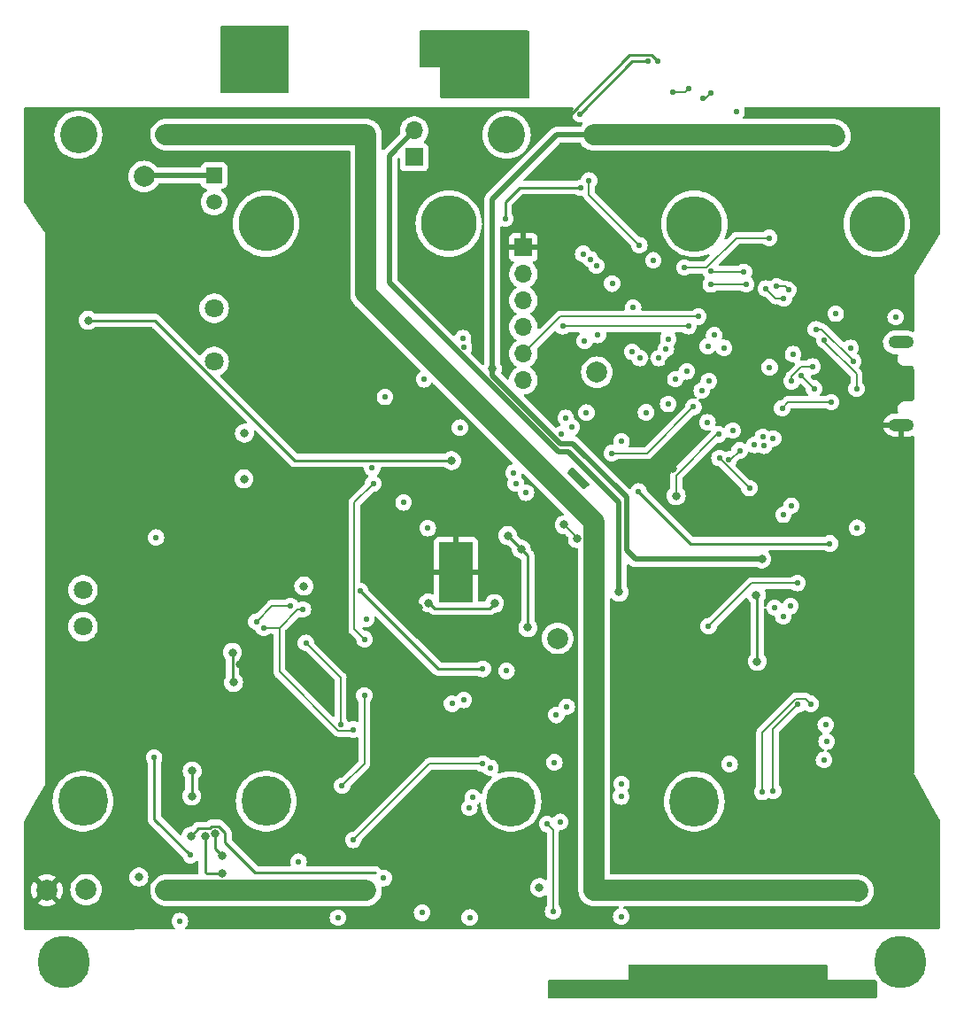
<source format=gbr>
%TF.GenerationSoftware,KiCad,Pcbnew,7.0.1*%
%TF.CreationDate,2023-12-11T20:48:33-07:00*%
%TF.ProjectId,Battery_Board_V3,42617474-6572-4795-9f42-6f6172645f56,rev?*%
%TF.SameCoordinates,Original*%
%TF.FileFunction,Copper,L4,Bot*%
%TF.FilePolarity,Positive*%
%FSLAX46Y46*%
G04 Gerber Fmt 4.6, Leading zero omitted, Abs format (unit mm)*
G04 Created by KiCad (PCBNEW 7.0.1) date 2023-12-11 20:48:33*
%MOMM*%
%LPD*%
G01*
G04 APERTURE LIST*
%TA.AperFunction,ComponentPad*%
%ADD10C,5.000000*%
%TD*%
%TA.AperFunction,ComponentPad*%
%ADD11C,2.000000*%
%TD*%
%TA.AperFunction,ComponentPad*%
%ADD12R,1.700000X1.700000*%
%TD*%
%TA.AperFunction,ComponentPad*%
%ADD13O,1.700000X1.700000*%
%TD*%
%TA.AperFunction,ComponentPad*%
%ADD14C,1.800000*%
%TD*%
%TA.AperFunction,ComponentPad*%
%ADD15C,0.600000*%
%TD*%
%TA.AperFunction,SMDPad,CuDef*%
%ADD16R,3.200000X5.800000*%
%TD*%
%TA.AperFunction,ComponentPad*%
%ADD17O,2.416000X1.208000*%
%TD*%
%TA.AperFunction,ComponentPad*%
%ADD18R,1.508000X1.508000*%
%TD*%
%TA.AperFunction,ComponentPad*%
%ADD19C,1.508000*%
%TD*%
%TA.AperFunction,ComponentPad*%
%ADD20C,4.770000*%
%TD*%
%TA.AperFunction,ComponentPad*%
%ADD21C,5.325000*%
%TD*%
%TA.AperFunction,ComponentPad*%
%ADD22C,3.570000*%
%TD*%
%TA.AperFunction,ComponentPad*%
%ADD23C,1.980000*%
%TD*%
%TA.AperFunction,ViaPad*%
%ADD24C,0.560000*%
%TD*%
%TA.AperFunction,ViaPad*%
%ADD25C,0.800000*%
%TD*%
%TA.AperFunction,Conductor*%
%ADD26C,0.500000*%
%TD*%
%TA.AperFunction,Conductor*%
%ADD27C,0.127000*%
%TD*%
%TA.AperFunction,Conductor*%
%ADD28C,0.250000*%
%TD*%
%TA.AperFunction,Conductor*%
%ADD29C,2.000000*%
%TD*%
G04 APERTURE END LIST*
D10*
%TO.P,,1*%
%TO.N,N/C*%
X194500000Y-131530000D03*
%TD*%
D11*
%TO.P,TP6,1,1*%
%TO.N,VBUSP*%
X122170000Y-56450000D03*
%TD*%
%TO.P,TP1,1,1*%
%TO.N,+3V3*%
X161720000Y-100590000D03*
%TD*%
%TO.P,TP2,1,1*%
%TO.N,B-*%
X116620000Y-124620000D03*
%TD*%
D12*
%TO.P,J25,1,Pin_1*%
%TO.N,GND*%
X158440000Y-63220000D03*
D13*
%TO.P,J25,2,Pin_2*%
%TO.N,FC_RX*%
X158440000Y-65760000D03*
%TO.P,J25,3,Pin_3*%
%TO.N,FC_TX*%
X158440000Y-68300000D03*
%TO.P,J25,4,Pin_4*%
%TO.N,SCL1*%
X158440000Y-70840000D03*
%TO.P,J25,5,Pin_5*%
%TO.N,SDA1*%
X158440000Y-73380000D03*
%TO.P,J25,6,Pin_6*%
%TO.N,+3V3*%
X158440000Y-75920000D03*
%TD*%
D14*
%TO.P,J18,1,Pin_1*%
%TO.N,Net-(J18-Pin_1)*%
X116315001Y-99472500D03*
%TO.P,J18,2,Pin_2*%
%TO.N,Net-(J18-Pin_2)*%
X116315001Y-95972500D03*
%TD*%
D15*
%TO.P,U3,15,EPAD*%
%TO.N,GND*%
X150677500Y-91700000D03*
X150677500Y-93000000D03*
X150677500Y-94300000D03*
X150677500Y-95600000D03*
X150677500Y-96900000D03*
X151977500Y-91700000D03*
X151977500Y-93000000D03*
X151977500Y-94300000D03*
D16*
X151977500Y-94300000D03*
D15*
X151977500Y-95600000D03*
X151977500Y-96900000D03*
X153277500Y-91700000D03*
X153277500Y-93000000D03*
X153277500Y-94300000D03*
X153277500Y-95600000D03*
X153277500Y-96900000D03*
%TD*%
D12*
%TO.P,J1,1,Pin_1*%
%TO.N,VBUSP*%
X147990000Y-54600000D03*
D13*
%TO.P,J1,2,Pin_2*%
%TO.N,VBatt*%
X147990000Y-52060000D03*
%TD*%
D11*
%TO.P,TP8,1,1*%
%TO.N,/USBBOOT*%
X165470000Y-75160000D03*
%TD*%
%TO.P,TP5,1,1*%
%TO.N,PACK+*%
X188260000Y-52580000D03*
%TD*%
D17*
%TO.P,J24,SH1,Shield*%
%TO.N,GND*%
X194550000Y-80197500D03*
%TO.P,J24,SH6*%
%TO.N,N/C*%
X194550000Y-72297500D03*
%TD*%
D18*
%TO.P,K1,C1*%
%TO.N,VBUSP*%
X128862500Y-56350000D03*
D19*
%TO.P,K1,C2*%
%TO.N,Net-(Q4-C)*%
X128862500Y-58890000D03*
D14*
%TO.P,K1,M*%
%TO.N,PACK+*%
X128862500Y-74130000D03*
%TO.P,K1,NO*%
%TO.N,Net-(K1-PadNO)*%
X128862500Y-69050000D03*
%TD*%
D10*
%TO.P,,1*%
%TO.N,N/C*%
X114500000Y-131530000D03*
%TD*%
D11*
%TO.P,TP4,1,1*%
%TO.N,GND*%
X112860000Y-124670000D03*
%TD*%
%TO.P,TP3,1,1*%
%TO.N,BM*%
X190450000Y-124720000D03*
%TD*%
D20*
%TO.P,U2,1,1*%
%TO.N,unconnected-(U2-Pad1)*%
X133828500Y-116160000D03*
%TO.P,U2,2,2*%
%TO.N,unconnected-(U2-Pad2)*%
X116298500Y-116160000D03*
D21*
%TO.P,U2,3,3*%
%TO.N,unconnected-(U2-Pad3)*%
X133828500Y-60960000D03*
%TO.P,U2,4,4*%
%TO.N,unconnected-(U2-Pad4)*%
X151298500Y-60960000D03*
D22*
%TO.P,U2,5,5*%
%TO.N,unconnected-(U2-Pad5)*%
X115878500Y-52450000D03*
D23*
%TO.P,U2,6,6*%
%TO.N,B-*%
X124248500Y-124670000D03*
%TO.P,U2,7,7*%
X143378500Y-124670000D03*
%TO.P,U2,8,8*%
%TO.N,BM*%
X124248500Y-52450000D03*
%TO.P,U2,9,9*%
X143378500Y-52450000D03*
%TD*%
D20*
%TO.P,U4,1,1*%
%TO.N,unconnected-(U4-Pad1)*%
X174790000Y-116180000D03*
%TO.P,U4,2,2*%
%TO.N,unconnected-(U4-Pad2)*%
X157260000Y-116180000D03*
D21*
%TO.P,U4,3,3*%
%TO.N,unconnected-(U4-Pad3)*%
X174790000Y-60980000D03*
%TO.P,U4,4,4*%
%TO.N,unconnected-(U4-Pad4)*%
X192260000Y-60980000D03*
D22*
%TO.P,U4,5,5*%
%TO.N,unconnected-(U4-Pad5)*%
X156840000Y-52470000D03*
D23*
%TO.P,U4,6,6*%
%TO.N,BM*%
X165210000Y-124690000D03*
%TO.P,U4,7,7*%
X184340000Y-124690000D03*
%TO.P,U4,8,8*%
%TO.N,PACK+*%
X165210000Y-52470000D03*
%TO.P,U4,9,9*%
X184340000Y-52470000D03*
%TD*%
D24*
%TO.N,SCL0*%
X152751596Y-72738404D03*
%TO.N,SDA0*%
X152670000Y-71910000D03*
%TO.N,SCL0*%
X164300000Y-72150000D03*
%TO.N,SDA0*%
X165560000Y-71600000D03*
%TO.N,GND*%
X154080000Y-71640000D03*
%TO.N,D0*%
X178453959Y-80733959D03*
%TO.N,+3V3*%
X180550000Y-82100000D03*
X136940000Y-121950000D03*
X176050000Y-79940000D03*
X167820000Y-81750000D03*
X181990000Y-74680000D03*
X183190000Y-78590000D03*
D25*
X137440000Y-95600000D03*
D24*
X170860000Y-64460000D03*
X178830000Y-50230000D03*
X153300000Y-127280000D03*
X125590000Y-127610000D03*
X163840000Y-50470000D03*
X140700000Y-127300000D03*
X174070000Y-75080000D03*
X170320000Y-45460000D03*
X177620000Y-72830000D03*
X146980000Y-87600000D03*
X145080000Y-123510000D03*
X187860000Y-78020000D03*
D25*
X159980000Y-124430000D03*
%TO.N,VBUSP*%
X151570000Y-83600000D03*
X158870000Y-99560000D03*
X116820000Y-70200000D03*
X158241250Y-92078750D03*
X156942500Y-90780000D03*
%TO.N,Net-(U1-V-)*%
X127980000Y-119480000D03*
X129630000Y-123060000D03*
%TO.N,/VDD*%
X129647359Y-121389500D03*
X128957916Y-119273398D03*
D24*
%TO.N,GND*%
X162900000Y-50700000D03*
X154670000Y-106650000D03*
D25*
X155540000Y-83090000D03*
X183500000Y-110080000D03*
X119550000Y-82870000D03*
D24*
X179470000Y-78000000D03*
X177660000Y-79810000D03*
D25*
X138610000Y-96480000D03*
D24*
X166630000Y-58030000D03*
D25*
X130560000Y-126740000D03*
D24*
X137030000Y-81440000D03*
D25*
X148590000Y-115440000D03*
D24*
X190410000Y-65350000D03*
X134110000Y-76710000D03*
%TO.N,D0*%
X190360000Y-90030000D03*
D25*
%TO.N,GND*%
X130150000Y-113950000D03*
X148430000Y-97630000D03*
D24*
X191110000Y-70380000D03*
X190320000Y-85510000D03*
D25*
X123320000Y-73310000D03*
D24*
X168040000Y-74580000D03*
D25*
X145410000Y-87760000D03*
X122810000Y-122570000D03*
D24*
X171290000Y-45460000D03*
X177690000Y-78030000D03*
D25*
X149600000Y-100680000D03*
X131340000Y-103117999D03*
X118900000Y-73080000D03*
D24*
X177110000Y-54620000D03*
X134460000Y-86570000D03*
X159750000Y-109420000D03*
D25*
X123840000Y-94557501D03*
D24*
X176520000Y-68100000D03*
X163680000Y-85370000D03*
X173260000Y-54830000D03*
X169450000Y-54670000D03*
X166580000Y-63120000D03*
D25*
X159910000Y-90830000D03*
D24*
X190630000Y-78230000D03*
D25*
X155120000Y-99950000D03*
D24*
X181060000Y-50310000D03*
D25*
X146990000Y-81690000D03*
D24*
X159830000Y-126850000D03*
X173940000Y-127530000D03*
D25*
X151880000Y-89530000D03*
D24*
X176210000Y-88000000D03*
D25*
X175110000Y-109910000D03*
D24*
X187820000Y-113470000D03*
X164830000Y-77770000D03*
D25*
X122910000Y-103082499D03*
D24*
X159190000Y-58750000D03*
X172200000Y-74250000D03*
X139940000Y-77890000D03*
D25*
X172761714Y-84361714D03*
D24*
X177660000Y-76150000D03*
D25*
X183160000Y-116130000D03*
D24*
X150670000Y-66940000D03*
X187590000Y-80180000D03*
X175850000Y-77980000D03*
X152490000Y-109600000D03*
X145180000Y-126820000D03*
X170080000Y-120000000D03*
X182830000Y-70630000D03*
%TO.N,/V_RF*%
X187750000Y-91530000D03*
X143970000Y-84320000D03*
X157700000Y-85770000D03*
X169460000Y-86550000D03*
D25*
%TO.N,VBatt*%
X167600000Y-96170000D03*
D24*
%TO.N,F0_ENB*%
X154560000Y-112580000D03*
X142160000Y-119870000D03*
%TO.N,F1_ENB*%
X148740000Y-126820000D03*
X155290000Y-112970000D03*
%TO.N,F2_ENB*%
X160730000Y-118350000D03*
X161270000Y-126690000D03*
%TO.N,F3_ENB*%
X161960000Y-118140000D03*
X167800000Y-127180000D03*
%TO.N,F4_ENB*%
X161410000Y-112440000D03*
X187190000Y-112210000D03*
%TO.N,CANL*%
X175570000Y-48970000D03*
X176360000Y-48510000D03*
%TO.N,CANH*%
X174220000Y-48090000D03*
X172708196Y-48373000D03*
%TO.N,FC_RESET*%
X156820000Y-103710000D03*
X184630000Y-95320000D03*
X176150000Y-99430000D03*
%TO.N,BURN_RELAY_A*%
X148930000Y-75840000D03*
X170160000Y-79000000D03*
X162490000Y-79530000D03*
D25*
%TO.N,Net-(K1-PadNO)*%
X131760000Y-80990000D03*
X131712500Y-85350000D03*
D24*
%TO.N,ENAB_HEATER*%
X142820000Y-96060000D03*
X154560000Y-103520000D03*
%TO.N,SCL0*%
X137350000Y-97830000D03*
X185900000Y-106850000D03*
X183990000Y-97520000D03*
X162580000Y-107140000D03*
X172070000Y-72920000D03*
X184060000Y-87920000D03*
X133580000Y-99580000D03*
X181290000Y-115280000D03*
X152740000Y-106480000D03*
X142153959Y-109316041D03*
%TO.N,SDA0*%
X136168596Y-97494540D03*
X172296040Y-71993960D03*
X137640000Y-101020000D03*
X161590000Y-107920000D03*
X183290000Y-98500000D03*
X151611040Y-106841040D03*
X132900000Y-98990000D03*
X183310000Y-88780000D03*
X184700000Y-106920000D03*
X140950000Y-108880000D03*
X182330000Y-115170000D03*
%TO.N,FC_RX*%
X176680000Y-71620000D03*
%TO.N,FC_TX*%
X176073000Y-72680000D03*
D25*
%TO.N,/3V3_EN*%
X155670000Y-97260000D03*
X149350000Y-97220000D03*
D24*
%TO.N,SDA1*%
X175170000Y-69840000D03*
%TO.N,SCL1*%
X174220000Y-70770000D03*
X162190000Y-70760000D03*
D25*
%TO.N,BM*%
X126627675Y-119502325D03*
D24*
%TO.N,PACK+*%
X126579499Y-121318079D03*
X123120000Y-111970000D03*
D25*
X155480000Y-74840000D03*
D24*
X123310000Y-90960000D03*
D25*
X121660000Y-123420000D03*
X180720000Y-96450000D03*
X181240000Y-93020000D03*
X180800000Y-102800000D03*
D24*
%TO.N,ENABLE_BURN*%
X176170000Y-76000000D03*
%TO.N,SPI0_MISO*%
X165410000Y-64980000D03*
X172968641Y-75821358D03*
%TO.N,SPI0_CS0*%
X171394995Y-73802805D03*
X166930000Y-66690000D03*
%TO.N,VBUS_RESET*%
X149290000Y-90060000D03*
X143390000Y-98730000D03*
X174700000Y-78480000D03*
X166910000Y-82900000D03*
%TO.N,SPI0_SCK*%
X169577360Y-73802640D03*
X164150000Y-63850000D03*
%TO.N,SPI0_MOSI*%
X164840000Y-64360000D03*
X168843959Y-73216041D03*
%TO.N,F4_SCL*%
X153280000Y-116800000D03*
X187430000Y-110460000D03*
X167780000Y-115720000D03*
%TO.N,F4_SDA*%
X153590000Y-115800000D03*
X187360000Y-108870000D03*
X167820000Y-114520000D03*
%TO.N,I2C_RESET*%
X175490000Y-76910000D03*
X141100637Y-114680000D03*
X143220000Y-106070000D03*
X143240000Y-100680000D03*
X144070000Y-85820000D03*
X157490000Y-84770000D03*
X162067641Y-81064500D03*
D25*
%TO.N,SWDIO*%
X163610500Y-91073000D03*
X162353000Y-89747000D03*
%TO.N,/~{RESET}*%
X173046169Y-86963839D03*
D24*
X158690000Y-86670000D03*
X177106041Y-81103959D03*
%TO.N,ENAB_RF*%
X163060000Y-80390000D03*
X172284496Y-78195504D03*
X152370000Y-80460000D03*
%TO.N,CHRG'*%
X182460000Y-97660000D03*
X178160000Y-112610000D03*
X181460000Y-82190000D03*
%TO.N,SPI1_CS0*%
X180050000Y-86240000D03*
X177190000Y-83370000D03*
%TO.N,SPI1_MOSI*%
X178083959Y-83496041D03*
X179120000Y-82640000D03*
%TO.N,NEOPIX*%
X181332211Y-81330492D03*
X188310000Y-69560000D03*
%TO.N,NEO_PWR*%
X182330000Y-81490000D03*
X194050000Y-69890000D03*
%TO.N,USB_D-*%
X184100000Y-76020000D03*
X186078104Y-74618440D03*
%TO.N,USB_D+*%
X186240000Y-76720000D03*
X184990000Y-75470000D03*
%TO.N,/QSPI_SCK*%
X183777858Y-67297858D03*
X182667364Y-66957367D03*
%TO.N,/QSPI_DATA[0]*%
X181640000Y-67160000D03*
X183350000Y-68090000D03*
%TO.N,/QSPI_DATA[2]*%
X179740000Y-66740000D03*
X176360000Y-66770000D03*
%TO.N,/QSPI_DATA[1]*%
X176360000Y-65530000D03*
X179530000Y-65570000D03*
%TO.N,+5V*%
X163920000Y-57530000D03*
X145200000Y-77520000D03*
X156700000Y-60470000D03*
%TO.N,VBUS*%
X189720000Y-72840000D03*
X184230000Y-73430000D03*
D25*
%TO.N,Net-(Q1-G)*%
X126760000Y-113280000D03*
X126720000Y-115670000D03*
D24*
%TO.N,Net-(D8-PadA)*%
X173850000Y-65150000D03*
X164470000Y-79010000D03*
X181930000Y-62320000D03*
X168930000Y-69000000D03*
%TO.N,TXCAN*%
X164720000Y-56830000D03*
X169530000Y-63020000D03*
%TO.N,D-*%
X189980000Y-74110000D03*
X186410000Y-71050000D03*
%TO.N,D+*%
X190300000Y-76740000D03*
X187227254Y-72082746D03*
D25*
%TO.N,Net-(U9-+Vs)*%
X130720000Y-104810000D03*
X130610000Y-101940000D03*
%TD*%
D26*
%TO.N,PACK+*%
X169140000Y-93020000D02*
X181240000Y-93020000D01*
X168300000Y-92180000D02*
X169140000Y-93020000D01*
X168300000Y-87100000D02*
X168300000Y-92180000D01*
X163179264Y-81979264D02*
X168300000Y-87100000D01*
X161950736Y-81979264D02*
X163179264Y-81979264D01*
X155480000Y-75508528D02*
X161950736Y-81979264D01*
X155480000Y-74840000D02*
X155480000Y-58590000D01*
X155480000Y-74840000D02*
X155480000Y-75508528D01*
X155480000Y-58590000D02*
X161600000Y-52470000D01*
X161600000Y-52470000D02*
X165210000Y-52470000D01*
%TO.N,VBUSP*%
X122270000Y-56350000D02*
X122170000Y-56450000D01*
X128862500Y-56350000D02*
X122270000Y-56350000D01*
D27*
%TO.N,+3V3*%
X187860000Y-78020000D02*
X183760000Y-78020000D01*
D28*
X170320000Y-45460000D02*
X168850000Y-45460000D01*
X168850000Y-45460000D02*
X163840000Y-50470000D01*
D27*
X183760000Y-78020000D02*
X183190000Y-78590000D01*
D28*
%TO.N,VBUSP*%
X158870000Y-92707500D02*
X156942500Y-90780000D01*
X123200088Y-70200000D02*
X116820000Y-70200000D01*
X136600088Y-83600000D02*
X123200088Y-70200000D01*
X158870000Y-99560000D02*
X158870000Y-92707500D01*
X151570000Y-83600000D02*
X136600088Y-83600000D01*
D29*
%TO.N,B-*%
X124248500Y-124670000D02*
X143378500Y-124670000D01*
D28*
%TO.N,Net-(U1-V-)*%
X129630000Y-123060000D02*
X128127365Y-123060000D01*
X128127365Y-123060000D02*
X127980000Y-122912635D01*
X127980000Y-122912635D02*
X127980000Y-119480000D01*
%TO.N,/VDD*%
X128957916Y-119273398D02*
X128957916Y-120700057D01*
X128957916Y-120700057D02*
X129647359Y-121389500D01*
%TO.N,GND*%
X162900000Y-50554400D02*
X162900000Y-50700000D01*
X170685000Y-44855000D02*
X168599400Y-44855000D01*
X168599400Y-44855000D02*
X162900000Y-50554400D01*
X171290000Y-45460000D02*
X170685000Y-44855000D01*
%TO.N,/V_RF*%
X174440000Y-91530000D02*
X169460000Y-86550000D01*
X187750000Y-91530000D02*
X174440000Y-91530000D01*
D26*
%TO.N,VBatt*%
X161761522Y-82780000D02*
X145600000Y-66618478D01*
X145600000Y-66618478D02*
X145600000Y-54450000D01*
X167600000Y-87610000D02*
X162770000Y-82780000D01*
X167600000Y-96170000D02*
X167600000Y-87610000D01*
X162770000Y-82780000D02*
X161761522Y-82780000D01*
X145600000Y-54450000D02*
X147990000Y-52060000D01*
D27*
%TO.N,F0_ENB*%
X149450000Y-112580000D02*
X154560000Y-112580000D01*
X142160000Y-119870000D02*
X149450000Y-112580000D01*
%TO.N,F2_ENB*%
X161270000Y-126690000D02*
X161270000Y-118890000D01*
X161270000Y-118890000D02*
X160730000Y-118350000D01*
%TO.N,CANL*%
X175900000Y-48970000D02*
X176360000Y-48510000D01*
X175570000Y-48970000D02*
X175900000Y-48970000D01*
%TO.N,CANH*%
X172708196Y-48373000D02*
X173937000Y-48373000D01*
X173937000Y-48373000D02*
X174220000Y-48090000D01*
%TO.N,FC_RESET*%
X180260000Y-95320000D02*
X184630000Y-95320000D01*
X176150000Y-99430000D02*
X180260000Y-95320000D01*
D28*
%TO.N,ENAB_HEATER*%
X154560000Y-103520000D02*
X150280000Y-103520000D01*
X150280000Y-103520000D02*
X142820000Y-96060000D01*
D27*
%TO.N,SCL0*%
X135100000Y-103798626D02*
X135100000Y-99580000D01*
X140724874Y-109423500D02*
X135100000Y-103798626D01*
X135100000Y-99580000D02*
X133580000Y-99580000D01*
X181290000Y-109561374D02*
X184474874Y-106376500D01*
X181290000Y-115280000D02*
X181290000Y-109561374D01*
X136850000Y-97830000D02*
X135100000Y-99580000D01*
X142046500Y-109423500D02*
X140724874Y-109423500D01*
X137350000Y-97830000D02*
X136850000Y-97830000D01*
X142153959Y-109316041D02*
X142046500Y-109423500D01*
X184474874Y-106376500D02*
X185426500Y-106376500D01*
X185426500Y-106376500D02*
X185900000Y-106850000D01*
%TO.N,SDA0*%
X132900000Y-98990000D02*
X134395460Y-97494540D01*
X182330000Y-109290000D02*
X184700000Y-106920000D01*
X140950000Y-108880000D02*
X140950000Y-104330000D01*
X140950000Y-104330000D02*
X137640000Y-101020000D01*
X134395460Y-97494540D02*
X136168596Y-97494540D01*
X182330000Y-115170000D02*
X182330000Y-109290000D01*
D28*
%TO.N,/3V3_EN*%
X155670000Y-97260000D02*
X155190000Y-97740000D01*
X149460000Y-97220000D02*
X149350000Y-97220000D01*
X149980000Y-97740000D02*
X149460000Y-97220000D01*
X155190000Y-97740000D02*
X149980000Y-97740000D01*
D27*
%TO.N,SDA1*%
X175170000Y-69840000D02*
X161980000Y-69840000D01*
X161980000Y-69840000D02*
X158440000Y-73380000D01*
%TO.N,SCL1*%
X174220000Y-70770000D02*
X162200000Y-70770000D01*
X162200000Y-70770000D02*
X162190000Y-70760000D01*
D29*
%TO.N,BM*%
X190420000Y-124690000D02*
X190450000Y-124720000D01*
X184340000Y-124690000D02*
X190420000Y-124690000D01*
D28*
X132790000Y-123010000D02*
X144250000Y-123010000D01*
X127375000Y-118755000D02*
X128435001Y-118755000D01*
D29*
X165210000Y-124690000D02*
X184340000Y-124690000D01*
X143378500Y-52450000D02*
X124248500Y-52450000D01*
D28*
X129900000Y-119190177D02*
X129900000Y-120120000D01*
X126627675Y-119502325D02*
X127375000Y-118755000D01*
X128435001Y-118755000D02*
X128641603Y-118548398D01*
X129258221Y-118548398D02*
X129900000Y-119190177D01*
D29*
X165210000Y-89480531D02*
X143378500Y-67649031D01*
D28*
X129900000Y-120120000D02*
X132790000Y-123010000D01*
D29*
X165210000Y-124690000D02*
X165210000Y-89480531D01*
X143378500Y-67649031D02*
X143378500Y-52450000D01*
D28*
X128641603Y-118548398D02*
X129258221Y-118548398D01*
D29*
%TO.N,PACK+*%
X184340000Y-52470000D02*
X188150000Y-52470000D01*
D28*
X180800000Y-102800000D02*
X180800000Y-96530000D01*
X123120000Y-117858580D02*
X123120000Y-111970000D01*
D29*
X188150000Y-52470000D02*
X188260000Y-52580000D01*
D28*
X180800000Y-96530000D02*
X180720000Y-96450000D01*
X126579499Y-121318079D02*
X123120000Y-117858580D01*
D29*
X165210000Y-52470000D02*
X184340000Y-52470000D01*
D27*
%TO.N,VBUS_RESET*%
X170280000Y-82900000D02*
X166910000Y-82900000D01*
X174700000Y-78480000D02*
X170280000Y-82900000D01*
%TO.N,I2C_RESET*%
X143220000Y-112560637D02*
X141100637Y-114680000D01*
X143220000Y-106070000D02*
X143220000Y-112560637D01*
X142276500Y-99716500D02*
X143240000Y-100680000D01*
X144070000Y-85820000D02*
X142276500Y-87613500D01*
X142276500Y-87613500D02*
X142276500Y-99716500D01*
%TO.N,SWDIO*%
X162353000Y-89747000D02*
X163610500Y-91004500D01*
X163610500Y-91004500D02*
X163610500Y-91073000D01*
%TO.N,/~{RESET}*%
X173046169Y-85015590D02*
X173046169Y-86963839D01*
X177106041Y-81103959D02*
X176957800Y-81103959D01*
X176957800Y-81103959D02*
X173046169Y-85015590D01*
%TO.N,SPI1_CS0*%
X180050000Y-86230000D02*
X180050000Y-86240000D01*
X177190000Y-83370000D02*
X180050000Y-86230000D01*
%TO.N,SPI1_MOSI*%
X178083959Y-83496041D02*
X178263959Y-83496041D01*
X178263959Y-83496041D02*
X179120000Y-82640000D01*
%TO.N,USB_D-*%
X186078104Y-74618440D02*
X185021560Y-74618440D01*
X184100000Y-75540000D02*
X184100000Y-76020000D01*
X185021560Y-74618440D02*
X184100000Y-75540000D01*
%TO.N,USB_D+*%
X184990000Y-75470000D02*
X186240000Y-76720000D01*
%TO.N,/QSPI_SCK*%
X183437367Y-66957367D02*
X183777858Y-67297858D01*
X182667364Y-66957367D02*
X183437367Y-66957367D01*
%TO.N,/QSPI_DATA[0]*%
X183350000Y-68090000D02*
X182570000Y-68090000D01*
X182570000Y-68090000D02*
X181640000Y-67160000D01*
%TO.N,/QSPI_DATA[2]*%
X179740000Y-66740000D02*
X179720000Y-66760000D01*
X179720000Y-66760000D02*
X176370000Y-66760000D01*
X176370000Y-66760000D02*
X176360000Y-66770000D01*
%TO.N,/QSPI_DATA[1]*%
X176400000Y-65570000D02*
X176360000Y-65530000D01*
X179530000Y-65570000D02*
X176400000Y-65570000D01*
D28*
%TO.N,+5V*%
X158050000Y-57530000D02*
X163920000Y-57530000D01*
X156700000Y-60470000D02*
X156700000Y-58880000D01*
X156700000Y-58880000D02*
X158050000Y-57530000D01*
%TO.N,Net-(Q1-G)*%
X126720000Y-115670000D02*
X126720000Y-113320000D01*
X126720000Y-113320000D02*
X126760000Y-113280000D01*
D27*
%TO.N,Net-(D8-PadA)*%
X175971374Y-65150000D02*
X178801374Y-62320000D01*
X173850000Y-65150000D02*
X175971374Y-65150000D01*
X178801374Y-62320000D02*
X181930000Y-62320000D01*
%TO.N,TXCAN*%
X169530000Y-63020000D02*
X164720000Y-58210000D01*
X164720000Y-58210000D02*
X164720000Y-56830000D01*
%TO.N,D-*%
X186410000Y-71050000D02*
X186980000Y-71050000D01*
X186980000Y-71050000D02*
X189980000Y-74050000D01*
X189980000Y-74050000D02*
X189980000Y-74110000D01*
%TO.N,D+*%
X187227254Y-72082746D02*
X187227254Y-72260254D01*
X190300000Y-75333000D02*
X190300000Y-76740000D01*
X187227254Y-72260254D02*
X190300000Y-75333000D01*
D28*
%TO.N,Net-(U9-+Vs)*%
X130610000Y-101940000D02*
X130610000Y-104700000D01*
X130610000Y-104700000D02*
X130720000Y-104810000D01*
%TD*%
%TA.AperFunction,Conductor*%
%TO.N,GND*%
G36*
X163162900Y-49822075D02*
G01*
X163209161Y-49869651D01*
X163224833Y-49934134D01*
X163205570Y-49997636D01*
X163125090Y-50125718D01*
X163066405Y-50293429D01*
X163047693Y-50459508D01*
X163046511Y-50470000D01*
X163053142Y-50528856D01*
X163066405Y-50646570D01*
X163125090Y-50814281D01*
X163219626Y-50964734D01*
X163345265Y-51090373D01*
X163345267Y-51090374D01*
X163345268Y-51090375D01*
X163376412Y-51109944D01*
X163495718Y-51184909D01*
X163653492Y-51240117D01*
X163663432Y-51243595D01*
X163840000Y-51263489D01*
X163981676Y-51247526D01*
X164040326Y-51254871D01*
X164089174Y-51288154D01*
X164117469Y-51340053D01*
X164118982Y-51399143D01*
X164093383Y-51452419D01*
X164021198Y-51540831D01*
X163964487Y-51610289D01*
X163942427Y-51648500D01*
X163896308Y-51694619D01*
X163833308Y-51711500D01*
X161664441Y-51711500D01*
X161646180Y-51710170D01*
X161622211Y-51706659D01*
X161572353Y-51711021D01*
X161561372Y-51711500D01*
X161555816Y-51711500D01*
X161524712Y-51715135D01*
X161521070Y-51715507D01*
X161444260Y-51722227D01*
X161425123Y-51726470D01*
X161352634Y-51752853D01*
X161349176Y-51754055D01*
X161276000Y-51778303D01*
X161258372Y-51786838D01*
X161193918Y-51829229D01*
X161190831Y-51831196D01*
X161125218Y-51871667D01*
X161110032Y-51884038D01*
X161057087Y-51940156D01*
X161054534Y-51942783D01*
X154989225Y-58008092D01*
X154975377Y-58020061D01*
X154955941Y-58034531D01*
X154923771Y-58072869D01*
X154916357Y-58080961D01*
X154912422Y-58084895D01*
X154892997Y-58109461D01*
X154890688Y-58112294D01*
X154841119Y-58171369D01*
X154830589Y-58187899D01*
X154797995Y-58257794D01*
X154796401Y-58261087D01*
X154761795Y-58329997D01*
X154755363Y-58348500D01*
X154739759Y-58424064D01*
X154738967Y-58427637D01*
X154721192Y-58502640D01*
X154719202Y-58522114D01*
X154721447Y-58599259D01*
X154721500Y-58602923D01*
X154721500Y-60867497D01*
X154705203Y-60929474D01*
X154675521Y-60960000D01*
X154705203Y-60990526D01*
X154721500Y-61052503D01*
X154721500Y-74303000D01*
X154704619Y-74366000D01*
X154691799Y-74388204D01*
X154682618Y-74404107D01*
X154643500Y-74445872D01*
X154589945Y-74466028D01*
X154532997Y-74460419D01*
X154484404Y-74430201D01*
X153410364Y-73356161D01*
X153380530Y-73308681D01*
X153374251Y-73252958D01*
X153392770Y-73200033D01*
X153466505Y-73082686D01*
X153525191Y-72914972D01*
X153545085Y-72738404D01*
X153525191Y-72561836D01*
X153466505Y-72394122D01*
X153414946Y-72312066D01*
X153396427Y-72259142D01*
X153402705Y-72203422D01*
X153443595Y-72086568D01*
X153463489Y-71910000D01*
X153443595Y-71733432D01*
X153384909Y-71565718D01*
X153290375Y-71415268D01*
X153290374Y-71415267D01*
X153290373Y-71415265D01*
X153164734Y-71289626D01*
X153014281Y-71195090D01*
X152846570Y-71136405D01*
X152670000Y-71116511D01*
X152493429Y-71136405D01*
X152325718Y-71195090D01*
X152175265Y-71289626D01*
X152049626Y-71415265D01*
X151955091Y-71565717D01*
X151934440Y-71624734D01*
X151899470Y-71677070D01*
X151843548Y-71705959D01*
X151780629Y-71704193D01*
X151726416Y-71672213D01*
X146395405Y-66341202D01*
X146368091Y-66300325D01*
X146358500Y-66252107D01*
X146358500Y-60959999D01*
X148122503Y-60959999D01*
X148139556Y-61263641D01*
X148142474Y-61315599D01*
X148202133Y-61666726D01*
X148224126Y-61743065D01*
X148300730Y-62008967D01*
X148356428Y-62143432D01*
X148437026Y-62338013D01*
X148609307Y-62649732D01*
X148815406Y-62940201D01*
X149052732Y-63205768D01*
X149318299Y-63443094D01*
X149608768Y-63649193D01*
X149920487Y-63821474D01*
X150185282Y-63931155D01*
X150249532Y-63957769D01*
X150249533Y-63957769D01*
X150249535Y-63957770D01*
X150591774Y-64056367D01*
X150942901Y-64116026D01*
X151298500Y-64135996D01*
X151654099Y-64116026D01*
X152005226Y-64056367D01*
X152347465Y-63957770D01*
X152676513Y-63821474D01*
X152988232Y-63649193D01*
X153278701Y-63443094D01*
X153544268Y-63205768D01*
X153781594Y-62940201D01*
X153987693Y-62649732D01*
X154159974Y-62338013D01*
X154296270Y-62008965D01*
X154394867Y-61666726D01*
X154454526Y-61315599D01*
X154469697Y-61045438D01*
X154489444Y-60984472D01*
X154516067Y-60960000D01*
X154489444Y-60935528D01*
X154469698Y-60874562D01*
X154466313Y-60814282D01*
X154454526Y-60604401D01*
X154394867Y-60253274D01*
X154296270Y-59911035D01*
X154159974Y-59581987D01*
X153987693Y-59270268D01*
X153781594Y-58979799D01*
X153544268Y-58714232D01*
X153278701Y-58476906D01*
X152988232Y-58270807D01*
X152676513Y-58098526D01*
X152566830Y-58053093D01*
X152347467Y-57962230D01*
X152119305Y-57896498D01*
X152005226Y-57863633D01*
X151654099Y-57803974D01*
X151634127Y-57802852D01*
X151298499Y-57784003D01*
X150942901Y-57803974D01*
X150591774Y-57863633D01*
X150249532Y-57962230D01*
X149920487Y-58098526D01*
X149608771Y-58270805D01*
X149608768Y-58270806D01*
X149608768Y-58270807D01*
X149580581Y-58290807D01*
X149318297Y-58476907D01*
X149052732Y-58714232D01*
X148815407Y-58979797D01*
X148609305Y-59270271D01*
X148437026Y-59581987D01*
X148300730Y-59911032D01*
X148202133Y-60253274D01*
X148142474Y-60604401D01*
X148122503Y-60959999D01*
X146358500Y-60959999D01*
X146358500Y-54816371D01*
X146368091Y-54768153D01*
X146395405Y-54727276D01*
X146416405Y-54706276D01*
X146466564Y-54675538D01*
X146525211Y-54670922D01*
X146579561Y-54693435D01*
X146617767Y-54738168D01*
X146631500Y-54795371D01*
X146631500Y-55498638D01*
X146638011Y-55559200D01*
X146689111Y-55696205D01*
X146776738Y-55813261D01*
X146893794Y-55900888D01*
X146893795Y-55900888D01*
X146893796Y-55900889D01*
X147030799Y-55951989D01*
X147091362Y-55958500D01*
X148888638Y-55958500D01*
X148949201Y-55951989D01*
X149086204Y-55900889D01*
X149203261Y-55813261D01*
X149290889Y-55696204D01*
X149341989Y-55559201D01*
X149348500Y-55498638D01*
X149348500Y-53701362D01*
X149341989Y-53640799D01*
X149290889Y-53503796D01*
X149265154Y-53469418D01*
X149203261Y-53386738D01*
X149086205Y-53299111D01*
X149024670Y-53276159D01*
X148971191Y-53256213D01*
X148920858Y-53221650D01*
X148892684Y-53167480D01*
X148893287Y-53106424D01*
X148922522Y-53052822D01*
X149065722Y-52897268D01*
X149188860Y-52708791D01*
X149279296Y-52502616D01*
X149287556Y-52469999D01*
X154541579Y-52469999D01*
X154561241Y-52770001D01*
X154619896Y-53064878D01*
X154716534Y-53349566D01*
X154849508Y-53619210D01*
X155016537Y-53869187D01*
X155214770Y-54095229D01*
X155440812Y-54293462D01*
X155690789Y-54460491D01*
X155960433Y-54593465D01*
X156245121Y-54690103D01*
X156245123Y-54690103D01*
X156245125Y-54690104D01*
X156539996Y-54748758D01*
X156840000Y-54768421D01*
X157140004Y-54748758D01*
X157434875Y-54690104D01*
X157477785Y-54675538D01*
X157719566Y-54593465D01*
X157760124Y-54573464D01*
X157989211Y-54460491D01*
X158239190Y-54293460D01*
X158465229Y-54095229D01*
X158663460Y-53869190D01*
X158830491Y-53619211D01*
X158963464Y-53349568D01*
X158968095Y-53335927D01*
X159060103Y-53064878D01*
X159060104Y-53064875D01*
X159118758Y-52770004D01*
X159138421Y-52470000D01*
X159118758Y-52169996D01*
X159060104Y-51875125D01*
X159060103Y-51875121D01*
X158963466Y-51590436D01*
X158930546Y-51523681D01*
X158830491Y-51320790D01*
X158663460Y-51070810D01*
X158594134Y-50991759D01*
X158465232Y-50844774D01*
X158465227Y-50844770D01*
X158301860Y-50701500D01*
X158239187Y-50646537D01*
X157989210Y-50479508D01*
X157719566Y-50346534D01*
X157434878Y-50249896D01*
X157140001Y-50191241D01*
X156840000Y-50171579D01*
X156539998Y-50191241D01*
X156245121Y-50249896D01*
X155960436Y-50346533D01*
X155690787Y-50479510D01*
X155440809Y-50646540D01*
X155214770Y-50844770D01*
X155016540Y-51070809D01*
X154849510Y-51320787D01*
X154716533Y-51590436D01*
X154619896Y-51875121D01*
X154561241Y-52169998D01*
X154541579Y-52469999D01*
X149287556Y-52469999D01*
X149334564Y-52284368D01*
X149353156Y-52060000D01*
X149334564Y-51835632D01*
X149279296Y-51617384D01*
X149188860Y-51411209D01*
X149065722Y-51222732D01*
X148913240Y-51057094D01*
X148913239Y-51057093D01*
X148913237Y-51057091D01*
X148735578Y-50918812D01*
X148537573Y-50811657D01*
X148347498Y-50746405D01*
X148324635Y-50738556D01*
X148102569Y-50701500D01*
X147877431Y-50701500D01*
X147655365Y-50738556D01*
X147655362Y-50738556D01*
X147655362Y-50738557D01*
X147442426Y-50811657D01*
X147244421Y-50918812D01*
X147066762Y-51057091D01*
X146914278Y-51222731D01*
X146791139Y-51411209D01*
X146700702Y-51617388D01*
X146654152Y-51801213D01*
X146645436Y-51835632D01*
X146630577Y-52014951D01*
X146626844Y-52060000D01*
X146644249Y-52270043D01*
X146636981Y-52323814D01*
X146607774Y-52369543D01*
X145109225Y-53868092D01*
X145095380Y-53880058D01*
X145088250Y-53885367D01*
X145023989Y-53909826D01*
X144956456Y-53896906D01*
X144905761Y-53850455D01*
X144887000Y-53784306D01*
X144887000Y-52482947D01*
X144887102Y-52477874D01*
X144888225Y-52449999D01*
X144890681Y-52389061D01*
X144879966Y-52300820D01*
X144879464Y-52295860D01*
X144872310Y-52207232D01*
X144866827Y-52184991D01*
X144864083Y-52170017D01*
X144864081Y-52169998D01*
X144861323Y-52147280D01*
X144836607Y-52061952D01*
X144835296Y-52057056D01*
X144814023Y-51970751D01*
X144805041Y-51949670D01*
X144799932Y-51935334D01*
X144793561Y-51913336D01*
X144755464Y-51833050D01*
X144753396Y-51828457D01*
X144718556Y-51746684D01*
X144706307Y-51727315D01*
X144698973Y-51713999D01*
X144689150Y-51693296D01*
X144669165Y-51664343D01*
X144638658Y-51620146D01*
X144635872Y-51615931D01*
X144599708Y-51558741D01*
X144588383Y-51540831D01*
X144573189Y-51523681D01*
X144563805Y-51511703D01*
X144550794Y-51492853D01*
X144547377Y-51489296D01*
X144489231Y-51428760D01*
X144485824Y-51425067D01*
X144458403Y-51394114D01*
X144426875Y-51358525D01*
X144409121Y-51344030D01*
X144397938Y-51333713D01*
X144382073Y-51317196D01*
X144311043Y-51263821D01*
X144307066Y-51260706D01*
X144238214Y-51204490D01*
X144238211Y-51204488D01*
X144218370Y-51193032D01*
X144205681Y-51184645D01*
X144187368Y-51170884D01*
X144108686Y-51129588D01*
X144104243Y-51127141D01*
X144050315Y-51096006D01*
X144027287Y-51082711D01*
X144027286Y-51082710D01*
X144027285Y-51082710D01*
X144005857Y-51074583D01*
X143991986Y-51068340D01*
X143971704Y-51057695D01*
X143887427Y-51029559D01*
X143882667Y-51027863D01*
X143843611Y-51013051D01*
X143799556Y-50996343D01*
X143777102Y-50991759D01*
X143762411Y-50987822D01*
X143740683Y-50980568D01*
X143652994Y-50966317D01*
X143648006Y-50965403D01*
X143560922Y-50947626D01*
X143549996Y-50947185D01*
X143538021Y-50946702D01*
X143522889Y-50945174D01*
X143508674Y-50942864D01*
X143500279Y-50941500D01*
X143500278Y-50941500D01*
X143411447Y-50941500D01*
X143406374Y-50941398D01*
X143402696Y-50941249D01*
X143317560Y-50937819D01*
X143317558Y-50937819D01*
X143298308Y-50940156D01*
X143294813Y-50940581D01*
X143279627Y-50941500D01*
X124187698Y-50941500D01*
X124005737Y-50956189D01*
X124005733Y-50956189D01*
X124005732Y-50956190D01*
X123878662Y-50987510D01*
X123769248Y-51014478D01*
X123545183Y-51109944D01*
X123339330Y-51240117D01*
X123157027Y-51401623D01*
X123002990Y-51590285D01*
X122881212Y-51801210D01*
X122794844Y-52028942D01*
X122788410Y-52060459D01*
X122746126Y-52267579D01*
X122737550Y-52480405D01*
X122736319Y-52510941D01*
X122753297Y-52650761D01*
X122765677Y-52752720D01*
X122833439Y-52986662D01*
X122870553Y-53064878D01*
X122937850Y-53206705D01*
X123076208Y-53407150D01*
X123197482Y-53533409D01*
X123244925Y-53582802D01*
X123439635Y-53729117D01*
X123655295Y-53842304D01*
X123811734Y-53894531D01*
X123886321Y-53919432D01*
X124126719Y-53958500D01*
X124126721Y-53958500D01*
X141744000Y-53958500D01*
X141807000Y-53975381D01*
X141853119Y-54021500D01*
X141870000Y-54084500D01*
X141870000Y-67632574D01*
X141869974Y-67635112D01*
X141867852Y-67740407D01*
X141878023Y-67812079D01*
X141878864Y-67819642D01*
X141884689Y-67891800D01*
X141894124Y-67930082D01*
X141896535Y-67942525D01*
X141902073Y-67981548D01*
X141909489Y-68005345D01*
X141923608Y-68050657D01*
X141925647Y-68057971D01*
X141933542Y-68090000D01*
X141942977Y-68128279D01*
X141956863Y-68160872D01*
X141958429Y-68164546D01*
X141962805Y-68176446D01*
X141974532Y-68214077D01*
X142006870Y-68278830D01*
X142010063Y-68285736D01*
X142038444Y-68352347D01*
X142059514Y-68385666D01*
X142065744Y-68396713D01*
X142083354Y-68431974D01*
X142113994Y-68474505D01*
X142125664Y-68490704D01*
X142129924Y-68497011D01*
X142147223Y-68524368D01*
X142168617Y-68558199D01*
X142194765Y-68587715D01*
X142202679Y-68597610D01*
X142225716Y-68629588D01*
X142225718Y-68629590D01*
X142225719Y-68629591D01*
X142276900Y-68680772D01*
X142282101Y-68686297D01*
X142330125Y-68740505D01*
X142360682Y-68765453D01*
X142370077Y-68773949D01*
X148557210Y-74961082D01*
X148587044Y-75008562D01*
X148593323Y-75064285D01*
X148574802Y-75117213D01*
X148535151Y-75156864D01*
X148435266Y-75219625D01*
X148309626Y-75345265D01*
X148215090Y-75495718D01*
X148156405Y-75663429D01*
X148136511Y-75839999D01*
X148156405Y-76016570D01*
X148215090Y-76184281D01*
X148309626Y-76334734D01*
X148435265Y-76460373D01*
X148585718Y-76554909D01*
X148700156Y-76594953D01*
X148753432Y-76613595D01*
X148930000Y-76633489D01*
X149106568Y-76613595D01*
X149274282Y-76554909D01*
X149424732Y-76460375D01*
X149550375Y-76334732D01*
X149613135Y-76234849D01*
X149652787Y-76195198D01*
X149705715Y-76176677D01*
X149761438Y-76182956D01*
X149808918Y-76212790D01*
X157379262Y-83783134D01*
X157413008Y-83844190D01*
X157409097Y-83913841D01*
X157368731Y-83970737D01*
X157325725Y-83988552D01*
X157326832Y-83991716D01*
X157145718Y-84055090D01*
X156995265Y-84149626D01*
X156869626Y-84275265D01*
X156775090Y-84425718D01*
X156716405Y-84593429D01*
X156696511Y-84770000D01*
X156716405Y-84946570D01*
X156775090Y-85114281D01*
X156869626Y-85264734D01*
X156940907Y-85336015D01*
X156974653Y-85397072D01*
X156970741Y-85466725D01*
X156926405Y-85593429D01*
X156906511Y-85770000D01*
X156926405Y-85946570D01*
X156985090Y-86114281D01*
X157079626Y-86264734D01*
X157205265Y-86390373D01*
X157355718Y-86484909D01*
X157487843Y-86531142D01*
X157523432Y-86543595D01*
X157700000Y-86563489D01*
X157756992Y-86557067D01*
X157821483Y-86566788D01*
X157872476Y-86607454D01*
X157896305Y-86668168D01*
X157896511Y-86669998D01*
X157896511Y-86670000D01*
X157908219Y-86773911D01*
X157916405Y-86846570D01*
X157975090Y-87014281D01*
X158069626Y-87164734D01*
X158195265Y-87290373D01*
X158195267Y-87290374D01*
X158195268Y-87290375D01*
X158345718Y-87384909D01*
X158513432Y-87443595D01*
X158690000Y-87463489D01*
X158866568Y-87443595D01*
X159034282Y-87384909D01*
X159184732Y-87290375D01*
X159310375Y-87164732D01*
X159404909Y-87014282D01*
X159463595Y-86846568D01*
X159483489Y-86670000D01*
X159463595Y-86493432D01*
X159404909Y-86325718D01*
X159310375Y-86175268D01*
X159310374Y-86175267D01*
X159310373Y-86175265D01*
X159184734Y-86049626D01*
X159034281Y-85955090D01*
X158866570Y-85896405D01*
X158778284Y-85886458D01*
X158690000Y-85876511D01*
X158689999Y-85876511D01*
X158633008Y-85882932D01*
X158568514Y-85873210D01*
X158517522Y-85832544D01*
X158493694Y-85771831D01*
X158493488Y-85770005D01*
X158493489Y-85770000D01*
X158473595Y-85593432D01*
X158414909Y-85425718D01*
X158320375Y-85275268D01*
X158320374Y-85275267D01*
X158320373Y-85275265D01*
X158249092Y-85203984D01*
X158215346Y-85142926D01*
X158219257Y-85073275D01*
X158263595Y-84946568D01*
X158263595Y-84946566D01*
X158268284Y-84933167D01*
X158271449Y-84934274D01*
X158289249Y-84891285D01*
X158346145Y-84850906D01*
X158415802Y-84846990D01*
X158476865Y-84880737D01*
X162239487Y-88643359D01*
X162272515Y-88701439D01*
X162271203Y-88768240D01*
X162235921Y-88824978D01*
X162176590Y-88855700D01*
X162070714Y-88878205D01*
X162019311Y-88901091D01*
X161915331Y-88947386D01*
X161896246Y-88955883D01*
X161741747Y-89068133D01*
X161613958Y-89210057D01*
X161518472Y-89375443D01*
X161459458Y-89557070D01*
X161439496Y-89747000D01*
X161459458Y-89936929D01*
X161518472Y-90118556D01*
X161613958Y-90283942D01*
X161613960Y-90283944D01*
X161741747Y-90425866D01*
X161896248Y-90538118D01*
X162070712Y-90615794D01*
X162257513Y-90655500D01*
X162257515Y-90655500D01*
X162400380Y-90655500D01*
X162448598Y-90665091D01*
X162489475Y-90692405D01*
X162670959Y-90873889D01*
X162700637Y-90920924D01*
X162707174Y-90976153D01*
X162696996Y-91072998D01*
X162696996Y-91073000D01*
X162705513Y-91154037D01*
X162716958Y-91262929D01*
X162775972Y-91444556D01*
X162871458Y-91609942D01*
X162958462Y-91706570D01*
X162999247Y-91751866D01*
X163153748Y-91864118D01*
X163328212Y-91941794D01*
X163515013Y-91981500D01*
X163575500Y-91981500D01*
X163638500Y-91998381D01*
X163684619Y-92044500D01*
X163701500Y-92107500D01*
X163701500Y-124657053D01*
X163701398Y-124662126D01*
X163697819Y-124750937D01*
X163708529Y-124839150D01*
X163709038Y-124844196D01*
X163716189Y-124932765D01*
X163721674Y-124955018D01*
X163724416Y-124969983D01*
X163727176Y-124992718D01*
X163751899Y-125078077D01*
X163753211Y-125082974D01*
X163774477Y-125169250D01*
X163783457Y-125190327D01*
X163788563Y-125204653D01*
X163794938Y-125226661D01*
X163833035Y-125306950D01*
X163835114Y-125311568D01*
X163847706Y-125341122D01*
X163869945Y-125393318D01*
X163882186Y-125412676D01*
X163889527Y-125426003D01*
X163899348Y-125446702D01*
X163927487Y-125487467D01*
X163942637Y-125509416D01*
X163949833Y-125519840D01*
X163952613Y-125524047D01*
X164000117Y-125599168D01*
X164015307Y-125616314D01*
X164024691Y-125628291D01*
X164037707Y-125647149D01*
X164099250Y-125711221D01*
X164102692Y-125714952D01*
X164161625Y-125781474D01*
X164179372Y-125795964D01*
X164190556Y-125806282D01*
X164206422Y-125822800D01*
X164277456Y-125876178D01*
X164281451Y-125879308D01*
X164350283Y-125935508D01*
X164370130Y-125946967D01*
X164382819Y-125955354D01*
X164401137Y-125969119D01*
X164479820Y-126010415D01*
X164484246Y-126012852D01*
X164561213Y-126057289D01*
X164582637Y-126065413D01*
X164596508Y-126071656D01*
X164616795Y-126082304D01*
X164701095Y-126110447D01*
X164705823Y-126112133D01*
X164788943Y-126143656D01*
X164811391Y-126148238D01*
X164826085Y-126152175D01*
X164847818Y-126159431D01*
X164935568Y-126173691D01*
X164940450Y-126174586D01*
X165027579Y-126192374D01*
X165050478Y-126193296D01*
X165065616Y-126194826D01*
X165088221Y-126198500D01*
X165177053Y-126198500D01*
X165182126Y-126198602D01*
X165270939Y-126202181D01*
X165293686Y-126199418D01*
X165308873Y-126198500D01*
X167476009Y-126198500D01*
X167543045Y-126217813D01*
X167589531Y-126269830D01*
X167601217Y-126338607D01*
X167574520Y-126403059D01*
X167517625Y-126443428D01*
X167488092Y-126453762D01*
X167455717Y-126465091D01*
X167305265Y-126559626D01*
X167179626Y-126685265D01*
X167085090Y-126835718D01*
X167026405Y-127003429D01*
X167006511Y-127180000D01*
X167026405Y-127356570D01*
X167085090Y-127524281D01*
X167179626Y-127674734D01*
X167305265Y-127800373D01*
X167455718Y-127894909D01*
X167528489Y-127920373D01*
X167623432Y-127953595D01*
X167800000Y-127973489D01*
X167976568Y-127953595D01*
X168144282Y-127894909D01*
X168294732Y-127800375D01*
X168420375Y-127674732D01*
X168514909Y-127524282D01*
X168573595Y-127356568D01*
X168593489Y-127180000D01*
X168573595Y-127003432D01*
X168514909Y-126835718D01*
X168420375Y-126685268D01*
X168420374Y-126685267D01*
X168420373Y-126685265D01*
X168294734Y-126559626D01*
X168144282Y-126465091D01*
X168082374Y-126443428D01*
X168025480Y-126403059D01*
X167998783Y-126338607D01*
X168010469Y-126269830D01*
X168056955Y-126217813D01*
X168123991Y-126198500D01*
X184218221Y-126198500D01*
X184400797Y-126198500D01*
X190131584Y-126198500D01*
X190160997Y-126201980D01*
X190213289Y-126214535D01*
X190214940Y-126214664D01*
X190232756Y-126217358D01*
X190237360Y-126218395D01*
X190253343Y-126219361D01*
X190344166Y-126224855D01*
X190346373Y-126225009D01*
X190415056Y-126230414D01*
X190450000Y-126233165D01*
X190454967Y-126232773D01*
X190472446Y-126232615D01*
X190480475Y-126233101D01*
X190583667Y-126222674D01*
X190586360Y-126222432D01*
X190686711Y-126214535D01*
X190694768Y-126212600D01*
X190711507Y-126209758D01*
X190722799Y-126208618D01*
X190819791Y-126182628D01*
X190822936Y-126181829D01*
X190917594Y-126159105D01*
X190928294Y-126154672D01*
X190943899Y-126149373D01*
X190958057Y-126145581D01*
X191046629Y-126105717D01*
X191050031Y-126104247D01*
X191136963Y-126068240D01*
X191149674Y-126060449D01*
X191163775Y-126052994D01*
X191180157Y-126045622D01*
X191258413Y-125993899D01*
X191262012Y-125991607D01*
X191339416Y-125944176D01*
X191353254Y-125932356D01*
X191365604Y-125923055D01*
X191383347Y-125911330D01*
X191449911Y-125849921D01*
X191453448Y-125846781D01*
X191519969Y-125789969D01*
X191533938Y-125773612D01*
X191544297Y-125762848D01*
X191562364Y-125746183D01*
X191616191Y-125677476D01*
X191619501Y-125673430D01*
X191674176Y-125609416D01*
X191687140Y-125588259D01*
X191695388Y-125576388D01*
X191712569Y-125554459D01*
X191753047Y-125480969D01*
X191755981Y-125475921D01*
X191773887Y-125446702D01*
X191798240Y-125406963D01*
X191809004Y-125380974D01*
X191815030Y-125368435D01*
X191830076Y-125341122D01*
X191857157Y-125265131D01*
X191859408Y-125259284D01*
X191889105Y-125187594D01*
X191896437Y-125157046D01*
X191900266Y-125144171D01*
X191902665Y-125137440D01*
X191911840Y-125111699D01*
X191925778Y-125035636D01*
X191927195Y-125028936D01*
X191944535Y-124956711D01*
X191947259Y-124922093D01*
X191948932Y-124909284D01*
X191955742Y-124872130D01*
X191957233Y-124798054D01*
X191957591Y-124790801D01*
X191963165Y-124720000D01*
X191960180Y-124682090D01*
X191959818Y-124669680D01*
X191960646Y-124628622D01*
X191950703Y-124558565D01*
X191949847Y-124550794D01*
X191944535Y-124483289D01*
X191934889Y-124443111D01*
X191932658Y-124431401D01*
X191932459Y-124430000D01*
X191926426Y-124387481D01*
X191906356Y-124323076D01*
X191904134Y-124315010D01*
X191899443Y-124295470D01*
X191889105Y-124252406D01*
X191887670Y-124248942D01*
X191872034Y-124211191D01*
X191868148Y-124200459D01*
X191853967Y-124154951D01*
X191825301Y-124097553D01*
X191821616Y-124089473D01*
X191815853Y-124075560D01*
X191798240Y-124033037D01*
X191773206Y-123992185D01*
X191767918Y-123982653D01*
X191755078Y-123956944D01*
X191745146Y-123937056D01*
X191709562Y-123887663D01*
X191704379Y-123879870D01*
X191674176Y-123830584D01*
X191640921Y-123791646D01*
X191634500Y-123783468D01*
X191602781Y-123739440D01*
X191593925Y-123730584D01*
X191562069Y-123698728D01*
X191555365Y-123691475D01*
X191519969Y-123650031D01*
X191484470Y-123619711D01*
X191475432Y-123611185D01*
X191423580Y-123557202D01*
X191376069Y-123521500D01*
X191365697Y-123513706D01*
X191359767Y-123508962D01*
X191304621Y-123462055D01*
X191304620Y-123462054D01*
X191270873Y-123441653D01*
X191260386Y-123434569D01*
X191228865Y-123410883D01*
X191228863Y-123410882D01*
X191228862Y-123410881D01*
X191164772Y-123377244D01*
X191158157Y-123373512D01*
X191121534Y-123351374D01*
X191096188Y-123336051D01*
X191059601Y-123321326D01*
X191048096Y-123316008D01*
X191013205Y-123297696D01*
X191013204Y-123297695D01*
X191013201Y-123297694D01*
X190944548Y-123274774D01*
X190937407Y-123272148D01*
X190870239Y-123245116D01*
X190831785Y-123236455D01*
X190819574Y-123233051D01*
X190782181Y-123220568D01*
X190710731Y-123208957D01*
X190703264Y-123207511D01*
X190681839Y-123202686D01*
X190632636Y-123191604D01*
X190593284Y-123189224D01*
X190580684Y-123187822D01*
X190556183Y-123183840D01*
X190541780Y-123181500D01*
X190541779Y-123181500D01*
X190469403Y-123181500D01*
X190461795Y-123181270D01*
X190389525Y-123176898D01*
X190389524Y-123176898D01*
X190362001Y-123179678D01*
X190350291Y-123180862D01*
X190337626Y-123181500D01*
X184461779Y-123181500D01*
X166844500Y-123181500D01*
X166781500Y-123164619D01*
X166735381Y-123118500D01*
X166718500Y-123055500D01*
X166718500Y-115720000D01*
X166986511Y-115720000D01*
X167006405Y-115896570D01*
X167065090Y-116064281D01*
X167159626Y-116214734D01*
X167285265Y-116340373D01*
X167285267Y-116340374D01*
X167285268Y-116340375D01*
X167435718Y-116434909D01*
X167603432Y-116493595D01*
X167780000Y-116513489D01*
X167956568Y-116493595D01*
X168124282Y-116434909D01*
X168274732Y-116340375D01*
X168400375Y-116214732D01*
X168422199Y-116179999D01*
X171891595Y-116179999D01*
X171906181Y-116430414D01*
X171911194Y-116516484D01*
X171969723Y-116848418D01*
X172066391Y-117171313D01*
X172175860Y-117425090D01*
X172199893Y-117480803D01*
X172368419Y-117772700D01*
X172569693Y-118043057D01*
X172778879Y-118264783D01*
X172800994Y-118288223D01*
X173059193Y-118504877D01*
X173340798Y-118690091D01*
X173642001Y-118841361D01*
X173958728Y-118956641D01*
X174286697Y-119034371D01*
X174547971Y-119064909D01*
X174621472Y-119073500D01*
X174621473Y-119073500D01*
X174958527Y-119073500D01*
X174958528Y-119073500D01*
X175032029Y-119064909D01*
X175293303Y-119034371D01*
X175621272Y-118956641D01*
X175937999Y-118841361D01*
X176239202Y-118690091D01*
X176520807Y-118504877D01*
X176779006Y-118288223D01*
X177010306Y-118043058D01*
X177211581Y-117772699D01*
X177380108Y-117480801D01*
X177513609Y-117171313D01*
X177610277Y-116848418D01*
X177668806Y-116516484D01*
X177688404Y-116180000D01*
X177668806Y-115843516D01*
X177610277Y-115511582D01*
X177540946Y-115280000D01*
X180496511Y-115280000D01*
X180498807Y-115300375D01*
X180516405Y-115456570D01*
X180575090Y-115624281D01*
X180669626Y-115774734D01*
X180795265Y-115900373D01*
X180795267Y-115900374D01*
X180795268Y-115900375D01*
X180945718Y-115994909D01*
X181113432Y-116053595D01*
X181290000Y-116073489D01*
X181466568Y-116053595D01*
X181634282Y-115994909D01*
X181784732Y-115900375D01*
X181800735Y-115884371D01*
X181848214Y-115854538D01*
X181903937Y-115848259D01*
X181956865Y-115866779D01*
X181984865Y-115884373D01*
X181985720Y-115884910D01*
X182153429Y-115943594D01*
X182153432Y-115943595D01*
X182330000Y-115963489D01*
X182506568Y-115943595D01*
X182674282Y-115884909D01*
X182824732Y-115790375D01*
X182950375Y-115664732D01*
X183044909Y-115514282D01*
X183103595Y-115346568D01*
X183123489Y-115170000D01*
X183103595Y-114993432D01*
X183044909Y-114825718D01*
X182950375Y-114675268D01*
X182950374Y-114675267D01*
X182950373Y-114675265D01*
X182938905Y-114663797D01*
X182911591Y-114622920D01*
X182902000Y-114574702D01*
X182902000Y-112210000D01*
X186396511Y-112210000D01*
X186416405Y-112386570D01*
X186475090Y-112554281D01*
X186569626Y-112704734D01*
X186695265Y-112830373D01*
X186695267Y-112830374D01*
X186695268Y-112830375D01*
X186845718Y-112924909D01*
X187013432Y-112983595D01*
X187190000Y-113003489D01*
X187366568Y-112983595D01*
X187534282Y-112924909D01*
X187684732Y-112830375D01*
X187810375Y-112704732D01*
X187904909Y-112554282D01*
X187963595Y-112386568D01*
X187983489Y-112210000D01*
X187963595Y-112033432D01*
X187904909Y-111865718D01*
X187810375Y-111715268D01*
X187810374Y-111715267D01*
X187810373Y-111715265D01*
X187684734Y-111589626D01*
X187534281Y-111495090D01*
X187507661Y-111485776D01*
X187452553Y-111447597D01*
X187424827Y-111386557D01*
X187432334Y-111319938D01*
X187472947Y-111266598D01*
X187535167Y-111241639D01*
X187606568Y-111233595D01*
X187774282Y-111174909D01*
X187924732Y-111080375D01*
X188050375Y-110954732D01*
X188144909Y-110804282D01*
X188203595Y-110636568D01*
X188223489Y-110460000D01*
X188203595Y-110283432D01*
X188144909Y-110115718D01*
X188050375Y-109965268D01*
X188050374Y-109965267D01*
X188050373Y-109965265D01*
X187924733Y-109839625D01*
X187781609Y-109749695D01*
X187738367Y-109703957D01*
X187722645Y-109643008D01*
X187738367Y-109582059D01*
X187781606Y-109536323D01*
X187854732Y-109490375D01*
X187980375Y-109364732D01*
X188074909Y-109214282D01*
X188133595Y-109046568D01*
X188153489Y-108870000D01*
X188133595Y-108693432D01*
X188074909Y-108525718D01*
X187980375Y-108375268D01*
X187980374Y-108375267D01*
X187980373Y-108375265D01*
X187854734Y-108249626D01*
X187704281Y-108155090D01*
X187536570Y-108096405D01*
X187418855Y-108083142D01*
X187360000Y-108076511D01*
X187359999Y-108076511D01*
X187183429Y-108096405D01*
X187015718Y-108155090D01*
X186865265Y-108249626D01*
X186739626Y-108375265D01*
X186645090Y-108525718D01*
X186586405Y-108693429D01*
X186566511Y-108870000D01*
X186586405Y-109046570D01*
X186645090Y-109214281D01*
X186739626Y-109364734D01*
X186865265Y-109490373D01*
X186865267Y-109490374D01*
X186865268Y-109490375D01*
X187008391Y-109580305D01*
X187051632Y-109626042D01*
X187067354Y-109686990D01*
X187051633Y-109747939D01*
X187008391Y-109793678D01*
X186935264Y-109839627D01*
X186809626Y-109965265D01*
X186715090Y-110115718D01*
X186656405Y-110283429D01*
X186636511Y-110460000D01*
X186656405Y-110636570D01*
X186715090Y-110804281D01*
X186809626Y-110954734D01*
X186935265Y-111080373D01*
X186935267Y-111080374D01*
X186935268Y-111080375D01*
X187085718Y-111174909D01*
X187112341Y-111184224D01*
X187167445Y-111222400D01*
X187195172Y-111283440D01*
X187187666Y-111350060D01*
X187147054Y-111403400D01*
X187084832Y-111428360D01*
X187013429Y-111436405D01*
X186845718Y-111495090D01*
X186695265Y-111589626D01*
X186569626Y-111715265D01*
X186475090Y-111865718D01*
X186416405Y-112033429D01*
X186396511Y-112210000D01*
X182902000Y-112210000D01*
X182902000Y-109579120D01*
X182911591Y-109530902D01*
X182938902Y-109490027D01*
X184686229Y-107742699D01*
X184720650Y-107718277D01*
X184761208Y-107706592D01*
X184876568Y-107693595D01*
X185044282Y-107634909D01*
X185194732Y-107540375D01*
X185247912Y-107487194D01*
X185295390Y-107457362D01*
X185351113Y-107451083D01*
X185404042Y-107469604D01*
X185405266Y-107470373D01*
X185405268Y-107470375D01*
X185555718Y-107564909D01*
X185723432Y-107623595D01*
X185900000Y-107643489D01*
X186076568Y-107623595D01*
X186244282Y-107564909D01*
X186394732Y-107470375D01*
X186520375Y-107344732D01*
X186614909Y-107194282D01*
X186673595Y-107026568D01*
X186693489Y-106850000D01*
X186673595Y-106673432D01*
X186653876Y-106617080D01*
X186614909Y-106505718D01*
X186520373Y-106355265D01*
X186394734Y-106229626D01*
X186244281Y-106135090D01*
X186076570Y-106076405D01*
X185961211Y-106063407D01*
X185920649Y-106051721D01*
X185886224Y-106027294D01*
X185863318Y-106004388D01*
X185852451Y-105991998D01*
X185847287Y-105985268D01*
X185834455Y-105968545D01*
X185714968Y-105876859D01*
X185714967Y-105876858D01*
X185575821Y-105819222D01*
X185455812Y-105803423D01*
X185455798Y-105803422D01*
X185426500Y-105799565D01*
X185397201Y-105803422D01*
X185380757Y-105804500D01*
X184520617Y-105804500D01*
X184504172Y-105803422D01*
X184474874Y-105799565D01*
X184445575Y-105803422D01*
X184445561Y-105803423D01*
X184325552Y-105819222D01*
X184186404Y-105876859D01*
X184066918Y-105968545D01*
X184048920Y-105991999D01*
X184038056Y-106004386D01*
X180917886Y-109124556D01*
X180905499Y-109135421D01*
X180882044Y-109153419D01*
X180851682Y-109192987D01*
X180851677Y-109192991D01*
X180806011Y-109252507D01*
X180806010Y-109252508D01*
X180806011Y-109252508D01*
X180800557Y-109259615D01*
X180790358Y-109272906D01*
X180732722Y-109412052D01*
X180716923Y-109532061D01*
X180716922Y-109532077D01*
X180713065Y-109561373D01*
X180716922Y-109590671D01*
X180718000Y-109607117D01*
X180718000Y-114684702D01*
X180708409Y-114732920D01*
X180681095Y-114773797D01*
X180669626Y-114785265D01*
X180575090Y-114935718D01*
X180516405Y-115103429D01*
X180496511Y-115279999D01*
X180496511Y-115280000D01*
X177540946Y-115280000D01*
X177513609Y-115188687D01*
X177380108Y-114879199D01*
X177232146Y-114622920D01*
X177211580Y-114587299D01*
X177010306Y-114316942D01*
X176779009Y-114071780D01*
X176779008Y-114071779D01*
X176779006Y-114071777D01*
X176520807Y-113855123D01*
X176239202Y-113669909D01*
X175937999Y-113518639D01*
X175937998Y-113518638D01*
X175937995Y-113518637D01*
X175621276Y-113403360D01*
X175537881Y-113383595D01*
X175293303Y-113325629D01*
X175293301Y-113325628D01*
X175293298Y-113325628D01*
X174958528Y-113286500D01*
X174958527Y-113286500D01*
X174621473Y-113286500D01*
X174621472Y-113286500D01*
X174286701Y-113325628D01*
X173958723Y-113403360D01*
X173642004Y-113518637D01*
X173340797Y-113669909D01*
X173224491Y-113746405D01*
X173059193Y-113855123D01*
X173059191Y-113855124D01*
X173059192Y-113855124D01*
X172800990Y-114071780D01*
X172569693Y-114316942D01*
X172368419Y-114587299D01*
X172199893Y-114879196D01*
X172066391Y-115188686D01*
X171969723Y-115511581D01*
X171911194Y-115843516D01*
X171891595Y-116179999D01*
X168422199Y-116179999D01*
X168494909Y-116064282D01*
X168553595Y-115896568D01*
X168573489Y-115720000D01*
X168553595Y-115543432D01*
X168523200Y-115456570D01*
X168494909Y-115375718D01*
X168392822Y-115213247D01*
X168394458Y-115212218D01*
X168371590Y-115172609D01*
X168371591Y-115107386D01*
X168404200Y-115050906D01*
X168440375Y-115014732D01*
X168534909Y-114864282D01*
X168593595Y-114696568D01*
X168613489Y-114520000D01*
X168593595Y-114343432D01*
X168534909Y-114175718D01*
X168440375Y-114025268D01*
X168440374Y-114025267D01*
X168440373Y-114025265D01*
X168314734Y-113899626D01*
X168164281Y-113805090D01*
X167996570Y-113746405D01*
X167820000Y-113726511D01*
X167643429Y-113746405D01*
X167475718Y-113805090D01*
X167325265Y-113899626D01*
X167199626Y-114025265D01*
X167105090Y-114175718D01*
X167046405Y-114343429D01*
X167026511Y-114519999D01*
X167046405Y-114696570D01*
X167105090Y-114864281D01*
X167207178Y-115026753D01*
X167205540Y-115027781D01*
X167228409Y-115067389D01*
X167228409Y-115132611D01*
X167195797Y-115189095D01*
X167159626Y-115225265D01*
X167065090Y-115375718D01*
X167006405Y-115543429D01*
X166986511Y-115720000D01*
X166718500Y-115720000D01*
X166718500Y-112610000D01*
X177366511Y-112610000D01*
X177386405Y-112786570D01*
X177445090Y-112954281D01*
X177539626Y-113104734D01*
X177665265Y-113230373D01*
X177665267Y-113230374D01*
X177665268Y-113230375D01*
X177785034Y-113305629D01*
X177815718Y-113324909D01*
X177982757Y-113383359D01*
X177983432Y-113383595D01*
X178160000Y-113403489D01*
X178336568Y-113383595D01*
X178504282Y-113324909D01*
X178654732Y-113230375D01*
X178780375Y-113104732D01*
X178874909Y-112954282D01*
X178933595Y-112786568D01*
X178953489Y-112610000D01*
X178933595Y-112433432D01*
X178917196Y-112386568D01*
X178874909Y-112265718D01*
X178819141Y-112176964D01*
X178780375Y-112115268D01*
X178780374Y-112115267D01*
X178780373Y-112115265D01*
X178654734Y-111989626D01*
X178504281Y-111895090D01*
X178336570Y-111836405D01*
X178160000Y-111816511D01*
X177983429Y-111836405D01*
X177815718Y-111895090D01*
X177665265Y-111989626D01*
X177539626Y-112115265D01*
X177445090Y-112265718D01*
X177386405Y-112433429D01*
X177366511Y-112610000D01*
X166718500Y-112610000D01*
X166718500Y-99430000D01*
X175356511Y-99430000D01*
X175376405Y-99606570D01*
X175435090Y-99774281D01*
X175529626Y-99924734D01*
X175655265Y-100050373D01*
X175655267Y-100050374D01*
X175655268Y-100050375D01*
X175805718Y-100144909D01*
X175973432Y-100203595D01*
X176150000Y-100223489D01*
X176326568Y-100203595D01*
X176494282Y-100144909D01*
X176644732Y-100050375D01*
X176770375Y-99924732D01*
X176864909Y-99774282D01*
X176923595Y-99606568D01*
X176936592Y-99491208D01*
X176948277Y-99450650D01*
X176972701Y-99416227D01*
X179662074Y-96726854D01*
X179716965Y-96694682D01*
X179780581Y-96693432D01*
X179836695Y-96723426D01*
X179871000Y-96777014D01*
X179885473Y-96821556D01*
X179980958Y-96986942D01*
X180100566Y-97119780D01*
X180108747Y-97128866D01*
X180114560Y-97133090D01*
X180152766Y-97177823D01*
X180166500Y-97235026D01*
X180166500Y-102097475D01*
X180158131Y-102142629D01*
X180134136Y-102181786D01*
X180060958Y-102263057D01*
X179965472Y-102428443D01*
X179906458Y-102610070D01*
X179886496Y-102800000D01*
X179906458Y-102989929D01*
X179965472Y-103171556D01*
X180060958Y-103336942D01*
X180060960Y-103336944D01*
X180188747Y-103478866D01*
X180343248Y-103591118D01*
X180517712Y-103668794D01*
X180704513Y-103708500D01*
X180895485Y-103708500D01*
X180895487Y-103708500D01*
X181082288Y-103668794D01*
X181256752Y-103591118D01*
X181411253Y-103478866D01*
X181539040Y-103336944D01*
X181634527Y-103171556D01*
X181693542Y-102989928D01*
X181713504Y-102800000D01*
X181693542Y-102610072D01*
X181634527Y-102428444D01*
X181634527Y-102428443D01*
X181539041Y-102263057D01*
X181465864Y-102181786D01*
X181441869Y-102142629D01*
X181433500Y-102097475D01*
X181433500Y-97835609D01*
X181449222Y-97774660D01*
X181492464Y-97728922D01*
X181552435Y-97709807D01*
X181614170Y-97722087D01*
X181662261Y-97762697D01*
X181684708Y-97821502D01*
X181686405Y-97836570D01*
X181745090Y-98004281D01*
X181839626Y-98154734D01*
X181965265Y-98280373D01*
X181965267Y-98280374D01*
X181965268Y-98280375D01*
X182115718Y-98374909D01*
X182283432Y-98433595D01*
X182391826Y-98445807D01*
X182444750Y-98464326D01*
X182484402Y-98503978D01*
X182502922Y-98556905D01*
X182508183Y-98603594D01*
X182516405Y-98676570D01*
X182575090Y-98844281D01*
X182669626Y-98994734D01*
X182795265Y-99120373D01*
X182795267Y-99120374D01*
X182795268Y-99120375D01*
X182945718Y-99214909D01*
X183113432Y-99273595D01*
X183290000Y-99293489D01*
X183466568Y-99273595D01*
X183634282Y-99214909D01*
X183784732Y-99120375D01*
X183910375Y-98994732D01*
X184004909Y-98844282D01*
X184063595Y-98676568D01*
X184083489Y-98500000D01*
X184075516Y-98429238D01*
X184081795Y-98373519D01*
X184111628Y-98326039D01*
X184159109Y-98296205D01*
X184178814Y-98289310D01*
X184334282Y-98234909D01*
X184484732Y-98140375D01*
X184610375Y-98014732D01*
X184704909Y-97864282D01*
X184763595Y-97696568D01*
X184783489Y-97520000D01*
X184763595Y-97343432D01*
X184704909Y-97175718D01*
X184610375Y-97025268D01*
X184610374Y-97025267D01*
X184610373Y-97025265D01*
X184484734Y-96899626D01*
X184334281Y-96805090D01*
X184166570Y-96746405D01*
X183990000Y-96726511D01*
X183813429Y-96746405D01*
X183645718Y-96805090D01*
X183495265Y-96899626D01*
X183369625Y-97025266D01*
X183287703Y-97155645D01*
X183241966Y-97198886D01*
X183181020Y-97214609D01*
X183120073Y-97198890D01*
X183092702Y-97173017D01*
X183090414Y-97175306D01*
X182954734Y-97039626D01*
X182804281Y-96945090D01*
X182636570Y-96886405D01*
X182460000Y-96866511D01*
X182283429Y-96886405D01*
X182115718Y-96945090D01*
X181965265Y-97039626D01*
X181839626Y-97165265D01*
X181745090Y-97315718D01*
X181686405Y-97483429D01*
X181684708Y-97498498D01*
X181662261Y-97557303D01*
X181614170Y-97597913D01*
X181552435Y-97610193D01*
X181492464Y-97591078D01*
X181449222Y-97545340D01*
X181433500Y-97484391D01*
X181433500Y-97063676D01*
X181441871Y-97018516D01*
X181453728Y-96999169D01*
X181452419Y-96998413D01*
X181554527Y-96821556D01*
X181574895Y-96758870D01*
X181613542Y-96639928D01*
X181633504Y-96450000D01*
X181613542Y-96260072D01*
X181554527Y-96078444D01*
X181550435Y-96065849D01*
X181551822Y-96065398D01*
X181539122Y-96018001D01*
X181556003Y-95955000D01*
X181602122Y-95908881D01*
X181665122Y-95892000D01*
X184034702Y-95892000D01*
X184082920Y-95901591D01*
X184123797Y-95928905D01*
X184135265Y-95940373D01*
X184135267Y-95940374D01*
X184135268Y-95940375D01*
X184285718Y-96034909D01*
X184453432Y-96093595D01*
X184630000Y-96113489D01*
X184806568Y-96093595D01*
X184974282Y-96034909D01*
X185124732Y-95940375D01*
X185250375Y-95814732D01*
X185344909Y-95664282D01*
X185403595Y-95496568D01*
X185423489Y-95320000D01*
X185403595Y-95143432D01*
X185344909Y-94975718D01*
X185250375Y-94825268D01*
X185250374Y-94825267D01*
X185250373Y-94825265D01*
X185124734Y-94699626D01*
X184974281Y-94605090D01*
X184806570Y-94546405D01*
X184630000Y-94526511D01*
X184453429Y-94546405D01*
X184285718Y-94605090D01*
X184135265Y-94699626D01*
X184123797Y-94711095D01*
X184082920Y-94738409D01*
X184034702Y-94748000D01*
X180305751Y-94748000D01*
X180289305Y-94746922D01*
X180260000Y-94743064D01*
X180222507Y-94748000D01*
X180110678Y-94762722D01*
X179971530Y-94820359D01*
X179852044Y-94912045D01*
X179834046Y-94935499D01*
X179823182Y-94947886D01*
X176163774Y-98607294D01*
X176129349Y-98631721D01*
X176088788Y-98643407D01*
X175973429Y-98656405D01*
X175805718Y-98715090D01*
X175655265Y-98809626D01*
X175529626Y-98935265D01*
X175435090Y-99085718D01*
X175376405Y-99253429D01*
X175356511Y-99430000D01*
X166718500Y-99430000D01*
X166718500Y-96876968D01*
X166732838Y-96818593D01*
X166772590Y-96773503D01*
X166828708Y-96751962D01*
X166888420Y-96758870D01*
X166938136Y-96792657D01*
X166988747Y-96848866D01*
X167143248Y-96961118D01*
X167317712Y-97038794D01*
X167504513Y-97078500D01*
X167695485Y-97078500D01*
X167695487Y-97078500D01*
X167882288Y-97038794D01*
X168056752Y-96961118D01*
X168211253Y-96848866D01*
X168339040Y-96706944D01*
X168434527Y-96541556D01*
X168493542Y-96359928D01*
X168513504Y-96170000D01*
X168493542Y-95980072D01*
X168434527Y-95798444D01*
X168429610Y-95789928D01*
X168375381Y-95696000D01*
X168358500Y-95633000D01*
X168358500Y-93620692D01*
X168373945Y-93560248D01*
X168416492Y-93514622D01*
X168475711Y-93494999D01*
X168537085Y-93506190D01*
X168572807Y-93535117D01*
X168573249Y-93534591D01*
X168622870Y-93576228D01*
X168630974Y-93583655D01*
X168634899Y-93587580D01*
X168659502Y-93607034D01*
X168662293Y-93609308D01*
X168721378Y-93658886D01*
X168737887Y-93669403D01*
X168739090Y-93669964D01*
X168739094Y-93669967D01*
X168807867Y-93702035D01*
X168811036Y-93703570D01*
X168878812Y-93737609D01*
X168880001Y-93738206D01*
X168898493Y-93744633D01*
X168899790Y-93744900D01*
X168899793Y-93744902D01*
X168974066Y-93760237D01*
X168977530Y-93761004D01*
X169051344Y-93778500D01*
X169051347Y-93778500D01*
X169052642Y-93778807D01*
X169072111Y-93780796D01*
X169073438Y-93780757D01*
X169073442Y-93780758D01*
X169147697Y-93778597D01*
X169149224Y-93778553D01*
X169152888Y-93778500D01*
X180697414Y-93778500D01*
X180736351Y-93784667D01*
X180771470Y-93802561D01*
X180783248Y-93811118D01*
X180957712Y-93888794D01*
X181144513Y-93928500D01*
X181335485Y-93928500D01*
X181335487Y-93928500D01*
X181522288Y-93888794D01*
X181696752Y-93811118D01*
X181851253Y-93698866D01*
X181979040Y-93556944D01*
X182074527Y-93391556D01*
X182133542Y-93209928D01*
X182153504Y-93020000D01*
X182133542Y-92830072D01*
X182080766Y-92667644D01*
X182074527Y-92648443D01*
X181979041Y-92483057D01*
X181921096Y-92418703D01*
X181880674Y-92373809D01*
X181852953Y-92323384D01*
X181850543Y-92265890D01*
X181873948Y-92213321D01*
X181918287Y-92176640D01*
X181974311Y-92163500D01*
X187239857Y-92163500D01*
X187306892Y-92182812D01*
X187380211Y-92228882D01*
X187405718Y-92244909D01*
X187473645Y-92268678D01*
X187573432Y-92303595D01*
X187750000Y-92323489D01*
X187926568Y-92303595D01*
X188094282Y-92244909D01*
X188244732Y-92150375D01*
X188370375Y-92024732D01*
X188464909Y-91874282D01*
X188523595Y-91706568D01*
X188543489Y-91530000D01*
X188523595Y-91353432D01*
X188464909Y-91185718D01*
X188370375Y-91035268D01*
X188370374Y-91035267D01*
X188370373Y-91035265D01*
X188244734Y-90909626D01*
X188094281Y-90815090D01*
X187926570Y-90756405D01*
X187750000Y-90736511D01*
X187573429Y-90756405D01*
X187405718Y-90815090D01*
X187334890Y-90859595D01*
X187312142Y-90873889D01*
X187306893Y-90877187D01*
X187239857Y-90896500D01*
X174754594Y-90896500D01*
X174706376Y-90886909D01*
X174665499Y-90859595D01*
X173835904Y-90030000D01*
X189566511Y-90030000D01*
X189586405Y-90206570D01*
X189645090Y-90374281D01*
X189739626Y-90524734D01*
X189865265Y-90650373D01*
X189865267Y-90650374D01*
X189865268Y-90650375D01*
X189913010Y-90680373D01*
X190015718Y-90744909D01*
X190161512Y-90795925D01*
X190183432Y-90803595D01*
X190360000Y-90823489D01*
X190536568Y-90803595D01*
X190704282Y-90744909D01*
X190854732Y-90650375D01*
X190980375Y-90524732D01*
X191074909Y-90374282D01*
X191133595Y-90206568D01*
X191153489Y-90030000D01*
X191133595Y-89853432D01*
X191074909Y-89685718D01*
X190980375Y-89535268D01*
X190980374Y-89535267D01*
X190980373Y-89535265D01*
X190854734Y-89409626D01*
X190704281Y-89315090D01*
X190536570Y-89256405D01*
X190360000Y-89236511D01*
X190183429Y-89256405D01*
X190015718Y-89315090D01*
X189865265Y-89409626D01*
X189739626Y-89535265D01*
X189645090Y-89685718D01*
X189586405Y-89853429D01*
X189566511Y-90030000D01*
X173835904Y-90030000D01*
X172585904Y-88779999D01*
X182516511Y-88779999D01*
X182536405Y-88956570D01*
X182595090Y-89124281D01*
X182689626Y-89274734D01*
X182815265Y-89400373D01*
X182815267Y-89400374D01*
X182815268Y-89400375D01*
X182965718Y-89494909D01*
X183133432Y-89553595D01*
X183310000Y-89573489D01*
X183486568Y-89553595D01*
X183654282Y-89494909D01*
X183804732Y-89400375D01*
X183930375Y-89274732D01*
X184024909Y-89124282D01*
X184083595Y-88956568D01*
X184100388Y-88807515D01*
X184118908Y-88754592D01*
X184158559Y-88714940D01*
X184211486Y-88696420D01*
X184236568Y-88693595D01*
X184404282Y-88634909D01*
X184554732Y-88540375D01*
X184680375Y-88414732D01*
X184774909Y-88264282D01*
X184833595Y-88096568D01*
X184853489Y-87920000D01*
X184833595Y-87743432D01*
X184774909Y-87575718D01*
X184680375Y-87425268D01*
X184680374Y-87425267D01*
X184680373Y-87425265D01*
X184554734Y-87299626D01*
X184404281Y-87205090D01*
X184236570Y-87146405D01*
X184118856Y-87133142D01*
X184060000Y-87126511D01*
X184059999Y-87126511D01*
X183883429Y-87146405D01*
X183715718Y-87205090D01*
X183565265Y-87299626D01*
X183439626Y-87425265D01*
X183345090Y-87575718D01*
X183286405Y-87743429D01*
X183269612Y-87892478D01*
X183251092Y-87945406D01*
X183211441Y-87985057D01*
X183158514Y-88003578D01*
X183133433Y-88006404D01*
X182965718Y-88065090D01*
X182815265Y-88159626D01*
X182689626Y-88285265D01*
X182595090Y-88435718D01*
X182536405Y-88603429D01*
X182516511Y-88779999D01*
X172585904Y-88779999D01*
X170769744Y-86963839D01*
X172132665Y-86963839D01*
X172137894Y-87013594D01*
X172152627Y-87153768D01*
X172211641Y-87335395D01*
X172307127Y-87500781D01*
X172307129Y-87500783D01*
X172434916Y-87642705D01*
X172589417Y-87754957D01*
X172763881Y-87832633D01*
X172950682Y-87872339D01*
X173141654Y-87872339D01*
X173141656Y-87872339D01*
X173328457Y-87832633D01*
X173502921Y-87754957D01*
X173657422Y-87642705D01*
X173785209Y-87500783D01*
X173880696Y-87335395D01*
X173939711Y-87153767D01*
X173959673Y-86963839D01*
X173939711Y-86773911D01*
X173886949Y-86611528D01*
X173880696Y-86592282D01*
X173785208Y-86426893D01*
X173650533Y-86277321D01*
X173626538Y-86238165D01*
X173618169Y-86193011D01*
X173618169Y-85304710D01*
X173627760Y-85256492D01*
X173655074Y-85215615D01*
X174444971Y-84425718D01*
X175500688Y-83370000D01*
X176396511Y-83370000D01*
X176416405Y-83546570D01*
X176475090Y-83714281D01*
X176569626Y-83864734D01*
X176695265Y-83990373D01*
X176695267Y-83990374D01*
X176695268Y-83990375D01*
X176721755Y-84007018D01*
X176845718Y-84084909D01*
X176928277Y-84113798D01*
X177013432Y-84143595D01*
X177128790Y-84156592D01*
X177169348Y-84168277D01*
X177203774Y-84192704D01*
X179226024Y-86214954D01*
X179250451Y-86249379D01*
X179262137Y-86289941D01*
X179276405Y-86416570D01*
X179335090Y-86584281D01*
X179429626Y-86734734D01*
X179555265Y-86860373D01*
X179555267Y-86860374D01*
X179555268Y-86860375D01*
X179705718Y-86954909D01*
X179873432Y-87013595D01*
X180050000Y-87033489D01*
X180226568Y-87013595D01*
X180394282Y-86954909D01*
X180544732Y-86860375D01*
X180670375Y-86734732D01*
X180764909Y-86584282D01*
X180823595Y-86416568D01*
X180843489Y-86240000D01*
X180823595Y-86063432D01*
X180764909Y-85895718D01*
X180670375Y-85745268D01*
X180670374Y-85745267D01*
X180670373Y-85745265D01*
X180544734Y-85619626D01*
X180394281Y-85525090D01*
X180226570Y-85466405D01*
X180122481Y-85454677D01*
X180081919Y-85442991D01*
X180047494Y-85418564D01*
X178742728Y-84113798D01*
X178712894Y-84066318D01*
X178706615Y-84010596D01*
X178725136Y-83957667D01*
X178735502Y-83941168D01*
X178798868Y-83840323D01*
X178827190Y-83759381D01*
X178857020Y-83711908D01*
X179106227Y-83462701D01*
X179140650Y-83438277D01*
X179181208Y-83426592D01*
X179296568Y-83413595D01*
X179464282Y-83354909D01*
X179614732Y-83260375D01*
X179740375Y-83134732D01*
X179834909Y-82984282D01*
X179893595Y-82816568D01*
X179893595Y-82816563D01*
X179898143Y-82803568D01*
X179927976Y-82756088D01*
X179975457Y-82726254D01*
X180031180Y-82719975D01*
X180084106Y-82738495D01*
X180205718Y-82814909D01*
X180373432Y-82873595D01*
X180550000Y-82893489D01*
X180726568Y-82873595D01*
X180887241Y-82817372D01*
X180942960Y-82811094D01*
X180995887Y-82829614D01*
X181065882Y-82873595D01*
X181115718Y-82904909D01*
X181264324Y-82956909D01*
X181283432Y-82963595D01*
X181460000Y-82983489D01*
X181636568Y-82963595D01*
X181804282Y-82904909D01*
X181954732Y-82810375D01*
X182080375Y-82684732D01*
X182174909Y-82534282D01*
X182233595Y-82366568D01*
X182233595Y-82366565D01*
X182233753Y-82366115D01*
X182274123Y-82309219D01*
X182338572Y-82282523D01*
X182506568Y-82263595D01*
X182674282Y-82204909D01*
X182824732Y-82110375D01*
X182950375Y-81984732D01*
X183044909Y-81834282D01*
X183103595Y-81666568D01*
X183123489Y-81490000D01*
X183103595Y-81313432D01*
X183044909Y-81145718D01*
X182950375Y-80995268D01*
X182950374Y-80995267D01*
X182950373Y-80995265D01*
X182824734Y-80869626D01*
X182674281Y-80775090D01*
X182506570Y-80716405D01*
X182330000Y-80696511D01*
X182153429Y-80716405D01*
X181990959Y-80773256D01*
X181921306Y-80777168D01*
X181860249Y-80743422D01*
X181826945Y-80710118D01*
X181676492Y-80615582D01*
X181508781Y-80556897D01*
X181332211Y-80537003D01*
X181155640Y-80556897D01*
X180987929Y-80615582D01*
X180837476Y-80710118D01*
X180711837Y-80835757D01*
X180617301Y-80986210D01*
X180558615Y-81153925D01*
X180552562Y-81207641D01*
X180534042Y-81260568D01*
X180494391Y-81300218D01*
X180441464Y-81318739D01*
X180373429Y-81326405D01*
X180205718Y-81385090D01*
X180055265Y-81479626D01*
X179929626Y-81605265D01*
X179835091Y-81755717D01*
X179771856Y-81936432D01*
X179742022Y-81983912D01*
X179694542Y-82013745D01*
X179638819Y-82020024D01*
X179585891Y-82001503D01*
X179464281Y-81925090D01*
X179296570Y-81866405D01*
X179120000Y-81846511D01*
X178943429Y-81866405D01*
X178775718Y-81925090D01*
X178625265Y-82019626D01*
X178499626Y-82145265D01*
X178405090Y-82295718D01*
X178346405Y-82463429D01*
X178333407Y-82578788D01*
X178321721Y-82619349D01*
X178297294Y-82653774D01*
X178274760Y-82676308D01*
X178227281Y-82706142D01*
X178171559Y-82712421D01*
X178083960Y-82702552D01*
X178083959Y-82702552D01*
X178052096Y-82706142D01*
X177907388Y-82722446D01*
X177793865Y-82762170D01*
X177738142Y-82768449D01*
X177685214Y-82749928D01*
X177534281Y-82655090D01*
X177366570Y-82596405D01*
X177190000Y-82576511D01*
X177013429Y-82596405D01*
X176845718Y-82655090D01*
X176695265Y-82749626D01*
X176569626Y-82875265D01*
X176475090Y-83025718D01*
X176416405Y-83193429D01*
X176396511Y-83370000D01*
X175500688Y-83370000D01*
X176943783Y-81926904D01*
X176991261Y-81897072D01*
X177046980Y-81890793D01*
X177106041Y-81897448D01*
X177282609Y-81877554D01*
X177450323Y-81818868D01*
X177600773Y-81724334D01*
X177726416Y-81598691D01*
X177820950Y-81448241D01*
X177820950Y-81448239D01*
X177828503Y-81436220D01*
X177828687Y-81436335D01*
X177850453Y-81401691D01*
X177897934Y-81371853D01*
X177953659Y-81365573D01*
X178006589Y-81384093D01*
X178109677Y-81448868D01*
X178277391Y-81507554D01*
X178453959Y-81527448D01*
X178630527Y-81507554D01*
X178798241Y-81448868D01*
X178948691Y-81354334D01*
X179074334Y-81228691D01*
X179168868Y-81078241D01*
X179227554Y-80910527D01*
X179247448Y-80733959D01*
X179227554Y-80557391D01*
X179190501Y-80451500D01*
X192863364Y-80451500D01*
X192890377Y-80562848D01*
X192978601Y-80756031D01*
X193101785Y-80929018D01*
X193255479Y-81075565D01*
X193434137Y-81190383D01*
X193631284Y-81269308D01*
X193839817Y-81309500D01*
X194296000Y-81309500D01*
X194296000Y-80451500D01*
X192863364Y-80451500D01*
X179190501Y-80451500D01*
X179168868Y-80389677D01*
X179074334Y-80239227D01*
X179074333Y-80239226D01*
X179074332Y-80239224D01*
X178948693Y-80113585D01*
X178798240Y-80019049D01*
X178630529Y-79960364D01*
X178453959Y-79940470D01*
X178277388Y-79960364D01*
X178109677Y-80019049D01*
X177959224Y-80113585D01*
X177833585Y-80239224D01*
X177731497Y-80401698D01*
X177731312Y-80401582D01*
X177709540Y-80436232D01*
X177662060Y-80466065D01*
X177606337Y-80472344D01*
X177553409Y-80453823D01*
X177450322Y-80389049D01*
X177282611Y-80330364D01*
X177164896Y-80317101D01*
X177106041Y-80310470D01*
X177106040Y-80310470D01*
X176940634Y-80329106D01*
X176878308Y-80320306D01*
X176828015Y-80282457D01*
X176802307Y-80225002D01*
X176807597Y-80162285D01*
X176823595Y-80116568D01*
X176843489Y-79940000D01*
X176823595Y-79763432D01*
X176764909Y-79595718D01*
X176670375Y-79445268D01*
X176670374Y-79445267D01*
X176670373Y-79445265D01*
X176544734Y-79319626D01*
X176394281Y-79225090D01*
X176226570Y-79166405D01*
X176050000Y-79146511D01*
X175873429Y-79166405D01*
X175705718Y-79225090D01*
X175555265Y-79319626D01*
X175429626Y-79445265D01*
X175335090Y-79595718D01*
X175276405Y-79763429D01*
X175256511Y-79940000D01*
X175276405Y-80116570D01*
X175335090Y-80284281D01*
X175429626Y-80434734D01*
X175555265Y-80560373D01*
X175555267Y-80560374D01*
X175555268Y-80560375D01*
X175676532Y-80636570D01*
X175705718Y-80654909D01*
X175863492Y-80710117D01*
X175873432Y-80713595D01*
X176050000Y-80733489D01*
X176215408Y-80714852D01*
X176277734Y-80723652D01*
X176328027Y-80761505D01*
X176353734Y-80818963D01*
X176348438Y-80881686D01*
X176345711Y-80889477D01*
X176315881Y-80936946D01*
X172674055Y-84578772D01*
X172661668Y-84589637D01*
X172638213Y-84607635D01*
X172607851Y-84647203D01*
X172607844Y-84647209D01*
X172556016Y-84714755D01*
X172556015Y-84714758D01*
X172556014Y-84714760D01*
X172546528Y-84727122D01*
X172524233Y-84780948D01*
X172488891Y-84866270D01*
X172473092Y-84986277D01*
X172473091Y-84986293D01*
X172469234Y-85015590D01*
X172473091Y-85044887D01*
X172474169Y-85061333D01*
X172474169Y-86193011D01*
X172465800Y-86238165D01*
X172441805Y-86277321D01*
X172307129Y-86426893D01*
X172211641Y-86592282D01*
X172152627Y-86773909D01*
X172132665Y-86963838D01*
X172132665Y-86963839D01*
X170769744Y-86963839D01*
X170271660Y-86465755D01*
X170247232Y-86431328D01*
X170235548Y-86390767D01*
X170233595Y-86373432D01*
X170206231Y-86295232D01*
X170174909Y-86205718D01*
X170080373Y-86055265D01*
X169954734Y-85929626D01*
X169804281Y-85835090D01*
X169636570Y-85776405D01*
X169460000Y-85756511D01*
X169283429Y-85776405D01*
X169115718Y-85835090D01*
X168965265Y-85929626D01*
X168839626Y-86055265D01*
X168745090Y-86205719D01*
X168742188Y-86214012D01*
X168707217Y-86266345D01*
X168651295Y-86295232D01*
X168588378Y-86293465D01*
X168534166Y-86261485D01*
X165172681Y-82900000D01*
X166116511Y-82900000D01*
X166122776Y-82955607D01*
X166136405Y-83076570D01*
X166195090Y-83244281D01*
X166289626Y-83394734D01*
X166415265Y-83520373D01*
X166415267Y-83520374D01*
X166415268Y-83520375D01*
X166565718Y-83614909D01*
X166733432Y-83673595D01*
X166910000Y-83693489D01*
X167086568Y-83673595D01*
X167254282Y-83614909D01*
X167404732Y-83520375D01*
X167404733Y-83520373D01*
X167416203Y-83508905D01*
X167457080Y-83481591D01*
X167505298Y-83472000D01*
X170234257Y-83472000D01*
X170250701Y-83473077D01*
X170280000Y-83476935D01*
X170317486Y-83472000D01*
X170317492Y-83472000D01*
X170429322Y-83457277D01*
X170568468Y-83399641D01*
X170687955Y-83307955D01*
X170705955Y-83284495D01*
X170716809Y-83272119D01*
X174686227Y-79302701D01*
X174720650Y-79278277D01*
X174761208Y-79266592D01*
X174876568Y-79253595D01*
X175044282Y-79194909D01*
X175194732Y-79100375D01*
X175320375Y-78974732D01*
X175414909Y-78824282D01*
X175473595Y-78656568D01*
X175481095Y-78589999D01*
X182396511Y-78589999D01*
X182416405Y-78766570D01*
X182475090Y-78934281D01*
X182569626Y-79084734D01*
X182695265Y-79210373D01*
X182695267Y-79210374D01*
X182695268Y-79210375D01*
X182794935Y-79273000D01*
X182845718Y-79304909D01*
X182887776Y-79319626D01*
X183013432Y-79363595D01*
X183190000Y-79383489D01*
X183366568Y-79363595D01*
X183534282Y-79304909D01*
X183684732Y-79210375D01*
X183810375Y-79084732D01*
X183904909Y-78934282D01*
X183963595Y-78766568D01*
X183970656Y-78703891D01*
X183991758Y-78647022D01*
X184036988Y-78606602D01*
X184095864Y-78592000D01*
X187264702Y-78592000D01*
X187312920Y-78601591D01*
X187353797Y-78628905D01*
X187365265Y-78640373D01*
X187365267Y-78640374D01*
X187365268Y-78640375D01*
X187515718Y-78734909D01*
X187683432Y-78793595D01*
X187860000Y-78813489D01*
X188036568Y-78793595D01*
X188204282Y-78734909D01*
X188354732Y-78640375D01*
X188480375Y-78514732D01*
X188574909Y-78364282D01*
X188633595Y-78196568D01*
X188653489Y-78020000D01*
X188633595Y-77843432D01*
X188574909Y-77675718D01*
X188480375Y-77525268D01*
X188480374Y-77525267D01*
X188480373Y-77525265D01*
X188354734Y-77399626D01*
X188204281Y-77305090D01*
X188036570Y-77246405D01*
X187860000Y-77226511D01*
X187683429Y-77246405D01*
X187515718Y-77305090D01*
X187365265Y-77399626D01*
X187353797Y-77411095D01*
X187312920Y-77438409D01*
X187264702Y-77448000D01*
X186931298Y-77448000D01*
X186874095Y-77434267D01*
X186829362Y-77396061D01*
X186806849Y-77341711D01*
X186811465Y-77283064D01*
X186842203Y-77232905D01*
X186860373Y-77214734D01*
X186860375Y-77214732D01*
X186954909Y-77064282D01*
X187013595Y-76896568D01*
X187033489Y-76720000D01*
X187013595Y-76543432D01*
X186954909Y-76375718D01*
X186860375Y-76225268D01*
X186860374Y-76225267D01*
X186860373Y-76225265D01*
X186734734Y-76099626D01*
X186584281Y-76005090D01*
X186416570Y-75946405D01*
X186301211Y-75933407D01*
X186260649Y-75921721D01*
X186226224Y-75897294D01*
X185952654Y-75623724D01*
X185921072Y-75570866D01*
X185918310Y-75509354D01*
X185945027Y-75453877D01*
X185994842Y-75417686D01*
X186055856Y-75409422D01*
X186078104Y-75411929D01*
X186254672Y-75392035D01*
X186422386Y-75333349D01*
X186572836Y-75238815D01*
X186698479Y-75113172D01*
X186793013Y-74962722D01*
X186851699Y-74795008D01*
X186871593Y-74618440D01*
X186851699Y-74441872D01*
X186831066Y-74382908D01*
X186793013Y-74274158D01*
X186713168Y-74147086D01*
X186698479Y-74123708D01*
X186698478Y-74123707D01*
X186698477Y-74123705D01*
X186572838Y-73998066D01*
X186422385Y-73903530D01*
X186254674Y-73844845D01*
X186078104Y-73824951D01*
X185901533Y-73844845D01*
X185733822Y-73903530D01*
X185583369Y-73998066D01*
X185571901Y-74009535D01*
X185531024Y-74036849D01*
X185482806Y-74046440D01*
X185067311Y-74046440D01*
X185050865Y-74045362D01*
X185021557Y-74041503D01*
X185020674Y-74041620D01*
X185009847Y-74039962D01*
X185005114Y-74039339D01*
X185005127Y-74039239D01*
X184951157Y-74030975D01*
X184898174Y-73984727D01*
X184878232Y-73917286D01*
X184897543Y-73849663D01*
X184944909Y-73774282D01*
X185003595Y-73606568D01*
X185023489Y-73430000D01*
X185003595Y-73253432D01*
X184944909Y-73085718D01*
X184850375Y-72935268D01*
X184850374Y-72935267D01*
X184850373Y-72935265D01*
X184724734Y-72809626D01*
X184574281Y-72715090D01*
X184406570Y-72656405D01*
X184288856Y-72643142D01*
X184230000Y-72636511D01*
X184229999Y-72636511D01*
X184053429Y-72656405D01*
X183885718Y-72715090D01*
X183735265Y-72809626D01*
X183609626Y-72935265D01*
X183515090Y-73085718D01*
X183456405Y-73253429D01*
X183440465Y-73394909D01*
X183436511Y-73430000D01*
X183439590Y-73457329D01*
X183456405Y-73606570D01*
X183515090Y-73774281D01*
X183609626Y-73924734D01*
X183735265Y-74050373D01*
X183735267Y-74050374D01*
X183735268Y-74050375D01*
X183885718Y-74144909D01*
X184053432Y-74203595D01*
X184230000Y-74223489D01*
X184297705Y-74215860D01*
X184358719Y-74224125D01*
X184408533Y-74260318D01*
X184435249Y-74315794D01*
X184432487Y-74377305D01*
X184400905Y-74430163D01*
X183727886Y-75103182D01*
X183715499Y-75114047D01*
X183692044Y-75132045D01*
X183661682Y-75171613D01*
X183661677Y-75171617D01*
X183634906Y-75206509D01*
X183634905Y-75206510D01*
X183634905Y-75206511D01*
X183631034Y-75211556D01*
X183600358Y-75251532D01*
X183542722Y-75390678D01*
X183537465Y-75430607D01*
X183525549Y-75469886D01*
X183501641Y-75503251D01*
X183479625Y-75525268D01*
X183385090Y-75675718D01*
X183326405Y-75843429D01*
X183306511Y-76019999D01*
X183326405Y-76196570D01*
X183385090Y-76364281D01*
X183479626Y-76514734D01*
X183605265Y-76640373D01*
X183605267Y-76640374D01*
X183605268Y-76640375D01*
X183755718Y-76734909D01*
X183923432Y-76793595D01*
X184100000Y-76813489D01*
X184276568Y-76793595D01*
X184444282Y-76734909D01*
X184594732Y-76640375D01*
X184720375Y-76514732D01*
X184814909Y-76364282D01*
X184816187Y-76360627D01*
X184851154Y-76308291D01*
X184907077Y-76279398D01*
X184969997Y-76281162D01*
X185024213Y-76313143D01*
X185417294Y-76706224D01*
X185441721Y-76740649D01*
X185453407Y-76781211D01*
X185466405Y-76896570D01*
X185525090Y-77064281D01*
X185619626Y-77214734D01*
X185637797Y-77232905D01*
X185668535Y-77283064D01*
X185673151Y-77341711D01*
X185650638Y-77396061D01*
X185605905Y-77434267D01*
X185548702Y-77448000D01*
X183805751Y-77448000D01*
X183789305Y-77446922D01*
X183760000Y-77443064D01*
X183610678Y-77462722D01*
X183471532Y-77520358D01*
X183431615Y-77550989D01*
X183399966Y-77575274D01*
X183399965Y-77575274D01*
X183399964Y-77575275D01*
X183352042Y-77612046D01*
X183334046Y-77635499D01*
X183323182Y-77647886D01*
X183203774Y-77767294D01*
X183169349Y-77791721D01*
X183128788Y-77803407D01*
X183013429Y-77816405D01*
X182845718Y-77875090D01*
X182695265Y-77969626D01*
X182569626Y-78095265D01*
X182475090Y-78245718D01*
X182416405Y-78413429D01*
X182396511Y-78589999D01*
X175481095Y-78589999D01*
X175493489Y-78480000D01*
X175473595Y-78303432D01*
X175414909Y-78135718D01*
X175320375Y-77985268D01*
X175320374Y-77985267D01*
X175320373Y-77985265D01*
X175235897Y-77900789D01*
X175204315Y-77847932D01*
X175201553Y-77786420D01*
X175228269Y-77730944D01*
X175278083Y-77694751D01*
X175339095Y-77686486D01*
X175490000Y-77703489D01*
X175666568Y-77683595D01*
X175834282Y-77624909D01*
X175984732Y-77530375D01*
X176110375Y-77404732D01*
X176204909Y-77254282D01*
X176263595Y-77086568D01*
X176283489Y-76910000D01*
X176282345Y-76899850D01*
X176288623Y-76844132D01*
X176318457Y-76796651D01*
X176365938Y-76766817D01*
X176514282Y-76714909D01*
X176664732Y-76620375D01*
X176790375Y-76494732D01*
X176884909Y-76344282D01*
X176943595Y-76176568D01*
X176963489Y-76000000D01*
X176943595Y-75823432D01*
X176898873Y-75695626D01*
X176884909Y-75655718D01*
X176878041Y-75644787D01*
X176790375Y-75505268D01*
X176790374Y-75505267D01*
X176790373Y-75505265D01*
X176664734Y-75379626D01*
X176514281Y-75285090D01*
X176346570Y-75226405D01*
X176170000Y-75206511D01*
X175993429Y-75226405D01*
X175825718Y-75285090D01*
X175675265Y-75379626D01*
X175549626Y-75505265D01*
X175455090Y-75655718D01*
X175396405Y-75823429D01*
X175376511Y-76000000D01*
X175377654Y-76010149D01*
X175371375Y-76065870D01*
X175341541Y-76113349D01*
X175294062Y-76143182D01*
X175145717Y-76195091D01*
X174995265Y-76289626D01*
X174869626Y-76415265D01*
X174775090Y-76565718D01*
X174716405Y-76733429D01*
X174696511Y-76909999D01*
X174716405Y-77086570D01*
X174775090Y-77254281D01*
X174869626Y-77404734D01*
X174954102Y-77489210D01*
X174985684Y-77542067D01*
X174988446Y-77603579D01*
X174961730Y-77659055D01*
X174911916Y-77695247D01*
X174850900Y-77703513D01*
X174826572Y-77700772D01*
X174700000Y-77686511D01*
X174523429Y-77706405D01*
X174355718Y-77765090D01*
X174205265Y-77859626D01*
X174079626Y-77985265D01*
X173985090Y-78135718D01*
X173926405Y-78303429D01*
X173913407Y-78418788D01*
X173901721Y-78459349D01*
X173877294Y-78493774D01*
X170079975Y-82291095D01*
X170039098Y-82318409D01*
X169990880Y-82328000D01*
X168616034Y-82328000D01*
X168552017Y-82310525D01*
X168505756Y-82262949D01*
X168490084Y-82198467D01*
X168509346Y-82134965D01*
X168534909Y-82094282D01*
X168593595Y-81926568D01*
X168613489Y-81750000D01*
X168593595Y-81573432D01*
X168534909Y-81405718D01*
X168440375Y-81255268D01*
X168440374Y-81255267D01*
X168440373Y-81255265D01*
X168314734Y-81129626D01*
X168164281Y-81035090D01*
X167996570Y-80976405D01*
X167820000Y-80956511D01*
X167643429Y-80976405D01*
X167475718Y-81035090D01*
X167325265Y-81129626D01*
X167199626Y-81255265D01*
X167105090Y-81405718D01*
X167046405Y-81573429D01*
X167026511Y-81749999D01*
X167046405Y-81926570D01*
X167051323Y-81940624D01*
X167056612Y-82003344D01*
X167030903Y-82060797D01*
X166980611Y-82098646D01*
X166918287Y-82107444D01*
X166910000Y-82106511D01*
X166733429Y-82126405D01*
X166565718Y-82185090D01*
X166415265Y-82279626D01*
X166289626Y-82405265D01*
X166195090Y-82555718D01*
X166136405Y-82723429D01*
X166116511Y-82899999D01*
X166116511Y-82900000D01*
X165172681Y-82900000D01*
X163761173Y-81488492D01*
X163749201Y-81474639D01*
X163734734Y-81455207D01*
X163734733Y-81455206D01*
X163696391Y-81423033D01*
X163688296Y-81415615D01*
X163684365Y-81411684D01*
X163671727Y-81401691D01*
X163659792Y-81392253D01*
X163656954Y-81389941D01*
X163597886Y-81340377D01*
X163581374Y-81329858D01*
X163511469Y-81297260D01*
X163508174Y-81295665D01*
X163481497Y-81282268D01*
X163432414Y-81238361D01*
X163412187Y-81175689D01*
X163426340Y-81111372D01*
X163471005Y-81062984D01*
X163554732Y-81010375D01*
X163680375Y-80884732D01*
X163774909Y-80734282D01*
X163833595Y-80566568D01*
X163853489Y-80390000D01*
X163833595Y-80213432D01*
X163774909Y-80045718D01*
X163680375Y-79895268D01*
X163680374Y-79895267D01*
X163680373Y-79895265D01*
X163554734Y-79769626D01*
X163404282Y-79675091D01*
X163367182Y-79662109D01*
X163319702Y-79632274D01*
X163289869Y-79584791D01*
X163285284Y-79544083D01*
X163285078Y-79544107D01*
X163283489Y-79530000D01*
X163263595Y-79353432D01*
X163204909Y-79185718D01*
X163110375Y-79035268D01*
X163110374Y-79035267D01*
X163110373Y-79035265D01*
X163085108Y-79010000D01*
X163676511Y-79010000D01*
X163696405Y-79186570D01*
X163755090Y-79354281D01*
X163849626Y-79504734D01*
X163975265Y-79630373D01*
X163975267Y-79630374D01*
X163975268Y-79630375D01*
X164096532Y-79706570D01*
X164125718Y-79724909D01*
X164183394Y-79745091D01*
X164293432Y-79783595D01*
X164470000Y-79803489D01*
X164646568Y-79783595D01*
X164814282Y-79724909D01*
X164964732Y-79630375D01*
X165090375Y-79504732D01*
X165184909Y-79354282D01*
X165243595Y-79186568D01*
X165263489Y-79010000D01*
X165262362Y-79000000D01*
X169366511Y-79000000D01*
X169386405Y-79176570D01*
X169445090Y-79344281D01*
X169539626Y-79494734D01*
X169665265Y-79620373D01*
X169665267Y-79620374D01*
X169665268Y-79620375D01*
X169815718Y-79714909D01*
X169983432Y-79773595D01*
X170160000Y-79793489D01*
X170336568Y-79773595D01*
X170504282Y-79714909D01*
X170654732Y-79620375D01*
X170780375Y-79494732D01*
X170874909Y-79344282D01*
X170933595Y-79176568D01*
X170953489Y-79000000D01*
X170933595Y-78823432D01*
X170874909Y-78655718D01*
X170780375Y-78505268D01*
X170780374Y-78505267D01*
X170780373Y-78505265D01*
X170654734Y-78379626D01*
X170504281Y-78285090D01*
X170336570Y-78226405D01*
X170160000Y-78206511D01*
X169983429Y-78226405D01*
X169815718Y-78285090D01*
X169665265Y-78379626D01*
X169539626Y-78505265D01*
X169445090Y-78655718D01*
X169386405Y-78823429D01*
X169366511Y-79000000D01*
X165262362Y-79000000D01*
X165243595Y-78833432D01*
X165184909Y-78665718D01*
X165090375Y-78515268D01*
X165090374Y-78515267D01*
X165090373Y-78515265D01*
X164964734Y-78389626D01*
X164814281Y-78295090D01*
X164646570Y-78236405D01*
X164470000Y-78216511D01*
X164293429Y-78236405D01*
X164125718Y-78295090D01*
X163975265Y-78389626D01*
X163849626Y-78515265D01*
X163755090Y-78665718D01*
X163696405Y-78833429D01*
X163676511Y-79010000D01*
X163085108Y-79010000D01*
X162984734Y-78909626D01*
X162834281Y-78815090D01*
X162666570Y-78756405D01*
X162490000Y-78736511D01*
X162313429Y-78756405D01*
X162145718Y-78815090D01*
X161995265Y-78909626D01*
X161869626Y-79035265D01*
X161775090Y-79185718D01*
X161716405Y-79353429D01*
X161701388Y-79486712D01*
X161696511Y-79530000D01*
X161698713Y-79549543D01*
X161716405Y-79706570D01*
X161775090Y-79874281D01*
X161869626Y-80024734D01*
X161930567Y-80085675D01*
X161962548Y-80139889D01*
X161964313Y-80202807D01*
X161935423Y-80258729D01*
X161883088Y-80293699D01*
X161723359Y-80349591D01*
X161606013Y-80423323D01*
X161553085Y-80441843D01*
X161497362Y-80435564D01*
X161449883Y-80405730D01*
X159239656Y-78195503D01*
X171491007Y-78195503D01*
X171510901Y-78372074D01*
X171569586Y-78539785D01*
X171664122Y-78690238D01*
X171789761Y-78815877D01*
X171789763Y-78815878D01*
X171789764Y-78815879D01*
X171940214Y-78910413D01*
X172107928Y-78969099D01*
X172284496Y-78988993D01*
X172461064Y-78969099D01*
X172628778Y-78910413D01*
X172779228Y-78815879D01*
X172904871Y-78690236D01*
X172999405Y-78539786D01*
X173058091Y-78372072D01*
X173077985Y-78195504D01*
X173058091Y-78018936D01*
X172999405Y-77851222D01*
X172904871Y-77700772D01*
X172904870Y-77700771D01*
X172904869Y-77700769D01*
X172779230Y-77575130D01*
X172628777Y-77480594D01*
X172461066Y-77421909D01*
X172284496Y-77402015D01*
X172107925Y-77421909D01*
X171940214Y-77480594D01*
X171789761Y-77575130D01*
X171664122Y-77700769D01*
X171569586Y-77851222D01*
X171510901Y-78018933D01*
X171491007Y-78195503D01*
X159239656Y-78195503D01*
X158528619Y-77484466D01*
X158495256Y-77425038D01*
X158497721Y-77356930D01*
X158535291Y-77300069D01*
X158596971Y-77271090D01*
X158774635Y-77241444D01*
X158987574Y-77168342D01*
X159185576Y-77061189D01*
X159363240Y-76922906D01*
X159515722Y-76757268D01*
X159638860Y-76568791D01*
X159729296Y-76362616D01*
X159784564Y-76144368D01*
X159803156Y-75920000D01*
X159784564Y-75695632D01*
X159729296Y-75477384D01*
X159638860Y-75271209D01*
X159566203Y-75159999D01*
X163956835Y-75159999D01*
X163975464Y-75396711D01*
X164030895Y-75627594D01*
X164121761Y-75846966D01*
X164245823Y-76049415D01*
X164400030Y-76229969D01*
X164580584Y-76384176D01*
X164783033Y-76508238D01*
X164783035Y-76508238D01*
X164783037Y-76508240D01*
X165002406Y-76599105D01*
X165174300Y-76640373D01*
X165233288Y-76654535D01*
X165251918Y-76656001D01*
X165470000Y-76673165D01*
X165706711Y-76654535D01*
X165937594Y-76599105D01*
X166156963Y-76508240D01*
X166359416Y-76384176D01*
X166539969Y-76229969D01*
X166694176Y-76049416D01*
X166818240Y-75846963D01*
X166828846Y-75821358D01*
X172175152Y-75821358D01*
X172195046Y-75997928D01*
X172253731Y-76165639D01*
X172348267Y-76316092D01*
X172473906Y-76441731D01*
X172473908Y-76441732D01*
X172473909Y-76441733D01*
X172624359Y-76536267D01*
X172792073Y-76594953D01*
X172968641Y-76614847D01*
X173145209Y-76594953D01*
X173312923Y-76536267D01*
X173463373Y-76441733D01*
X173589016Y-76316090D01*
X173683550Y-76165640D01*
X173742236Y-75997926D01*
X173746082Y-75963788D01*
X173769909Y-75903077D01*
X173820902Y-75862410D01*
X173885396Y-75852689D01*
X173893429Y-75853594D01*
X173893432Y-75853595D01*
X174070000Y-75873489D01*
X174246568Y-75853595D01*
X174414282Y-75794909D01*
X174564732Y-75700375D01*
X174690375Y-75574732D01*
X174784909Y-75424282D01*
X174843595Y-75256568D01*
X174863489Y-75080000D01*
X174843595Y-74903432D01*
X174827196Y-74856568D01*
X174784909Y-74735718D01*
X174749899Y-74680000D01*
X181196511Y-74680000D01*
X181216405Y-74856570D01*
X181275090Y-75024281D01*
X181369626Y-75174734D01*
X181495265Y-75300373D01*
X181495267Y-75300374D01*
X181495268Y-75300375D01*
X181645718Y-75394909D01*
X181813432Y-75453595D01*
X181990000Y-75473489D01*
X182166568Y-75453595D01*
X182334282Y-75394909D01*
X182484732Y-75300375D01*
X182610375Y-75174732D01*
X182704909Y-75024282D01*
X182763595Y-74856568D01*
X182783489Y-74680000D01*
X182763595Y-74503432D01*
X182728839Y-74404107D01*
X182704909Y-74335718D01*
X182649883Y-74248144D01*
X182610375Y-74185268D01*
X182610374Y-74185267D01*
X182610373Y-74185265D01*
X182484734Y-74059626D01*
X182334281Y-73965090D01*
X182166570Y-73906405D01*
X181990000Y-73886511D01*
X181813429Y-73906405D01*
X181645718Y-73965090D01*
X181495265Y-74059626D01*
X181369626Y-74185265D01*
X181275090Y-74335718D01*
X181216405Y-74503429D01*
X181196511Y-74680000D01*
X174749899Y-74680000D01*
X174693229Y-74589810D01*
X174690375Y-74585268D01*
X174690374Y-74585267D01*
X174690373Y-74585265D01*
X174564734Y-74459626D01*
X174414281Y-74365090D01*
X174246570Y-74306405D01*
X174070000Y-74286511D01*
X173893429Y-74306405D01*
X173725718Y-74365090D01*
X173575265Y-74459626D01*
X173449626Y-74585265D01*
X173355090Y-74735718D01*
X173296405Y-74903429D01*
X173292559Y-74937568D01*
X173268730Y-74998282D01*
X173217738Y-75038947D01*
X173153244Y-75048668D01*
X172968641Y-75027869D01*
X172792070Y-75047763D01*
X172624359Y-75106448D01*
X172473906Y-75200984D01*
X172348267Y-75326623D01*
X172253731Y-75477076D01*
X172195046Y-75644787D01*
X172175152Y-75821358D01*
X166828846Y-75821358D01*
X166909105Y-75627594D01*
X166964535Y-75396711D01*
X166983165Y-75160000D01*
X166964535Y-74923289D01*
X166962166Y-74913423D01*
X166935820Y-74803683D01*
X166909105Y-74692406D01*
X166818240Y-74473037D01*
X166815425Y-74468444D01*
X166694176Y-74270584D01*
X166539969Y-74090030D01*
X166359415Y-73935823D01*
X166156966Y-73811761D01*
X165937594Y-73720895D01*
X165706711Y-73665464D01*
X165470000Y-73646835D01*
X165233288Y-73665464D01*
X165002405Y-73720895D01*
X164783033Y-73811761D01*
X164580584Y-73935823D01*
X164400030Y-74090030D01*
X164245823Y-74270584D01*
X164121761Y-74473033D01*
X164030895Y-74692405D01*
X163975464Y-74923288D01*
X163956835Y-75159999D01*
X159566203Y-75159999D01*
X159515722Y-75082732D01*
X159363240Y-74917094D01*
X159363239Y-74917093D01*
X159363237Y-74917091D01*
X159185579Y-74778813D01*
X159185577Y-74778812D01*
X159185576Y-74778811D01*
X159152317Y-74760812D01*
X159104047Y-74714498D01*
X159086288Y-74650000D01*
X159104047Y-74585502D01*
X159152317Y-74539187D01*
X159185576Y-74521189D01*
X159363240Y-74382906D01*
X159515722Y-74217268D01*
X159638860Y-74028791D01*
X159729296Y-73822616D01*
X159784564Y-73604368D01*
X159803156Y-73380000D01*
X159789570Y-73216040D01*
X168050470Y-73216040D01*
X168070364Y-73392611D01*
X168129049Y-73560322D01*
X168223585Y-73710775D01*
X168349224Y-73836414D01*
X168349226Y-73836415D01*
X168349227Y-73836416D01*
X168499677Y-73930950D01*
X168667391Y-73989636D01*
X168734486Y-73997195D01*
X168798938Y-74023891D01*
X168839308Y-74080786D01*
X168862451Y-74146924D01*
X168956985Y-74297373D01*
X169082625Y-74423013D01*
X169082627Y-74423014D01*
X169082628Y-74423015D01*
X169233078Y-74517549D01*
X169400792Y-74576235D01*
X169577360Y-74596129D01*
X169753928Y-74576235D01*
X169921642Y-74517549D01*
X170072092Y-74423015D01*
X170197735Y-74297372D01*
X170292269Y-74146922D01*
X170350955Y-73979208D01*
X170360961Y-73890400D01*
X170382062Y-73833532D01*
X170416547Y-73802714D01*
X170382079Y-73771911D01*
X170360979Y-73715042D01*
X170350955Y-73626072D01*
X170347174Y-73615268D01*
X170292269Y-73458358D01*
X170197733Y-73307905D01*
X170072094Y-73182266D01*
X169921641Y-73087730D01*
X169753930Y-73029045D01*
X169686830Y-73021485D01*
X169622378Y-72994788D01*
X169582009Y-72937892D01*
X169575175Y-72918363D01*
X169558868Y-72871759D01*
X169464334Y-72721309D01*
X169464333Y-72721308D01*
X169464332Y-72721306D01*
X169338693Y-72595667D01*
X169188240Y-72501131D01*
X169020529Y-72442446D01*
X168843959Y-72422552D01*
X168667388Y-72442446D01*
X168499677Y-72501131D01*
X168349224Y-72595667D01*
X168223585Y-72721306D01*
X168129049Y-72871759D01*
X168070364Y-73039470D01*
X168050470Y-73216040D01*
X159789570Y-73216040D01*
X159784564Y-73155632D01*
X159756266Y-73043886D01*
X159739243Y-72976662D01*
X159739908Y-72912282D01*
X159772290Y-72856638D01*
X161382817Y-71246111D01*
X161439299Y-71213501D01*
X161504521Y-71213501D01*
X161561005Y-71246113D01*
X161695265Y-71380373D01*
X161845718Y-71474909D01*
X161968055Y-71517717D01*
X162013432Y-71533595D01*
X162190000Y-71553489D01*
X162366568Y-71533595D01*
X162534282Y-71474909D01*
X162684732Y-71380375D01*
X162684733Y-71380373D01*
X162686203Y-71378905D01*
X162727080Y-71351591D01*
X162775298Y-71342000D01*
X163688702Y-71342000D01*
X163745905Y-71355733D01*
X163790638Y-71393939D01*
X163813151Y-71448289D01*
X163808535Y-71506936D01*
X163777797Y-71557095D01*
X163679626Y-71655265D01*
X163585090Y-71805718D01*
X163526405Y-71973429D01*
X163506511Y-72150000D01*
X163526405Y-72326570D01*
X163585090Y-72494281D01*
X163679626Y-72644734D01*
X163805265Y-72770373D01*
X163805267Y-72770374D01*
X163805268Y-72770375D01*
X163955718Y-72864909D01*
X164123432Y-72923595D01*
X164300000Y-72943489D01*
X164476568Y-72923595D01*
X164644282Y-72864909D01*
X164794732Y-72770375D01*
X164920375Y-72644732D01*
X165014909Y-72494282D01*
X165051119Y-72390798D01*
X165087858Y-72336914D01*
X165146621Y-72308615D01*
X165211662Y-72313489D01*
X165215715Y-72314907D01*
X165215718Y-72314909D01*
X165383432Y-72373595D01*
X165560000Y-72393489D01*
X165736568Y-72373595D01*
X165904282Y-72314909D01*
X166054732Y-72220375D01*
X166180375Y-72094732D01*
X166274909Y-71944282D01*
X166333595Y-71776568D01*
X166353489Y-71600000D01*
X166340205Y-71482104D01*
X166351891Y-71413331D01*
X166398377Y-71361313D01*
X166465413Y-71342000D01*
X171546478Y-71342000D01*
X171610495Y-71359475D01*
X171656756Y-71407051D01*
X171672428Y-71471533D01*
X171653165Y-71535036D01*
X171581130Y-71649678D01*
X171522445Y-71817389D01*
X171502551Y-71993960D01*
X171522445Y-72170530D01*
X171543452Y-72230563D01*
X171547364Y-72300215D01*
X171513619Y-72361273D01*
X171449624Y-72425268D01*
X171355090Y-72575718D01*
X171296405Y-72743429D01*
X171274949Y-72933860D01*
X171248252Y-72998311D01*
X171191358Y-73038681D01*
X171085696Y-73075654D01*
X171050713Y-73087896D01*
X171050711Y-73087896D01*
X171050711Y-73087897D01*
X170900260Y-73182431D01*
X170774621Y-73308070D01*
X170680085Y-73458523D01*
X170621400Y-73626234D01*
X170611394Y-73715042D01*
X170590292Y-73771913D01*
X170555807Y-73802729D01*
X170590274Y-73833532D01*
X170611375Y-73890401D01*
X170616224Y-73933432D01*
X170621400Y-73979375D01*
X170680085Y-74147086D01*
X170774621Y-74297539D01*
X170900260Y-74423178D01*
X170900262Y-74423179D01*
X170900263Y-74423180D01*
X170959529Y-74460419D01*
X171050713Y-74517714D01*
X171217952Y-74576234D01*
X171218427Y-74576400D01*
X171394995Y-74596294D01*
X171571563Y-74576400D01*
X171739277Y-74517714D01*
X171889727Y-74423180D01*
X172015370Y-74297537D01*
X172109904Y-74147087D01*
X172168590Y-73979373D01*
X172188484Y-73802805D01*
X172188483Y-73802801D01*
X172190045Y-73788944D01*
X172216742Y-73724491D01*
X172273635Y-73684123D01*
X172414282Y-73634909D01*
X172564732Y-73540375D01*
X172690375Y-73414732D01*
X172784909Y-73264282D01*
X172843595Y-73096568D01*
X172863489Y-72920000D01*
X172843595Y-72743432D01*
X172822586Y-72683395D01*
X172822395Y-72679999D01*
X175279511Y-72679999D01*
X175299405Y-72856570D01*
X175358090Y-73024281D01*
X175452626Y-73174734D01*
X175578265Y-73300373D01*
X175578267Y-73300374D01*
X175578268Y-73300375D01*
X175728718Y-73394909D01*
X175896432Y-73453595D01*
X176073000Y-73473489D01*
X176249568Y-73453595D01*
X176417282Y-73394909D01*
X176567732Y-73300375D01*
X176634971Y-73233136D01*
X176703414Y-73164694D01*
X176703923Y-73165203D01*
X176738421Y-73132587D01*
X176799370Y-73116862D01*
X176860321Y-73132583D01*
X176906061Y-73175826D01*
X176999625Y-73324733D01*
X177125265Y-73450373D01*
X177125267Y-73450374D01*
X177125268Y-73450375D01*
X177275718Y-73544909D01*
X177443432Y-73603595D01*
X177620000Y-73623489D01*
X177796568Y-73603595D01*
X177964282Y-73544909D01*
X178114732Y-73450375D01*
X178240375Y-73324732D01*
X178334909Y-73174282D01*
X178393595Y-73006568D01*
X178413489Y-72830000D01*
X178393595Y-72653432D01*
X178334909Y-72485718D01*
X178240375Y-72335268D01*
X178240374Y-72335267D01*
X178240373Y-72335265D01*
X178114734Y-72209626D01*
X177964281Y-72115090D01*
X177796570Y-72056405D01*
X177678855Y-72043142D01*
X177620000Y-72036511D01*
X177619999Y-72036511D01*
X177558624Y-72043426D01*
X177496299Y-72034626D01*
X177446007Y-71996777D01*
X177420298Y-71939323D01*
X177425588Y-71876604D01*
X177453595Y-71796568D01*
X177473489Y-71620000D01*
X177453595Y-71443432D01*
X177394909Y-71275718D01*
X177300375Y-71125268D01*
X177300374Y-71125267D01*
X177300373Y-71125265D01*
X177225108Y-71050000D01*
X185616511Y-71050000D01*
X185636405Y-71226570D01*
X185695090Y-71394281D01*
X185789626Y-71544734D01*
X185915265Y-71670373D01*
X185915267Y-71670374D01*
X185915268Y-71670375D01*
X186065718Y-71764909D01*
X186233432Y-71823595D01*
X186334881Y-71835025D01*
X186395592Y-71858852D01*
X186436257Y-71909845D01*
X186445979Y-71974339D01*
X186436733Y-72056405D01*
X186433765Y-72082746D01*
X186435116Y-72094734D01*
X186453659Y-72259316D01*
X186512344Y-72427027D01*
X186606880Y-72577480D01*
X186732519Y-72703119D01*
X186732521Y-72703120D01*
X186732522Y-72703121D01*
X186882972Y-72797655D01*
X186967742Y-72827317D01*
X187015220Y-72857150D01*
X189691095Y-75533025D01*
X189718409Y-75573902D01*
X189728000Y-75622120D01*
X189728000Y-76144702D01*
X189718409Y-76192920D01*
X189691095Y-76233797D01*
X189679626Y-76245265D01*
X189585090Y-76395718D01*
X189526405Y-76563429D01*
X189506804Y-76737401D01*
X189506511Y-76740000D01*
X189510296Y-76773595D01*
X189526405Y-76916570D01*
X189585090Y-77084281D01*
X189679626Y-77234734D01*
X189805265Y-77360373D01*
X189805267Y-77360374D01*
X189805268Y-77360375D01*
X189955718Y-77454909D01*
X190123432Y-77513595D01*
X190300000Y-77533489D01*
X190476568Y-77513595D01*
X190644282Y-77454909D01*
X190794732Y-77360375D01*
X190920375Y-77234732D01*
X191014909Y-77084282D01*
X191073595Y-76916568D01*
X191093489Y-76740000D01*
X191073595Y-76563432D01*
X191014909Y-76395718D01*
X190920375Y-76245268D01*
X190920374Y-76245267D01*
X190920373Y-76245265D01*
X190908905Y-76233797D01*
X190881591Y-76192920D01*
X190872000Y-76144702D01*
X190872000Y-75378743D01*
X190873078Y-75362297D01*
X190876935Y-75333000D01*
X190872000Y-75295514D01*
X190872000Y-75295508D01*
X190857277Y-75183678D01*
X190799641Y-75044532D01*
X190771997Y-75008506D01*
X190771996Y-75008503D01*
X190736865Y-74962721D01*
X190730976Y-74955046D01*
X190730974Y-74955044D01*
X190707955Y-74925045D01*
X190707953Y-74925044D01*
X190707953Y-74925043D01*
X190684505Y-74907051D01*
X190672114Y-74896184D01*
X190579613Y-74803683D01*
X190547001Y-74747198D01*
X190547002Y-74681974D01*
X190579612Y-74625494D01*
X190600375Y-74604732D01*
X190694909Y-74454282D01*
X190753595Y-74286568D01*
X190773489Y-74110000D01*
X190753595Y-73933432D01*
X190694909Y-73765718D01*
X190600375Y-73615268D01*
X190600374Y-73615267D01*
X190600373Y-73615265D01*
X190474733Y-73489625D01*
X190415316Y-73452291D01*
X190370953Y-73404480D01*
X190356440Y-73340893D01*
X190375665Y-73278568D01*
X190377623Y-73275452D01*
X190434909Y-73184282D01*
X190493595Y-73016568D01*
X190513489Y-72840000D01*
X190493595Y-72663432D01*
X190434909Y-72495718D01*
X190340375Y-72345268D01*
X190340374Y-72345267D01*
X190340373Y-72345265D01*
X190214734Y-72219626D01*
X190064281Y-72125090D01*
X189896570Y-72066405D01*
X189720000Y-72046511D01*
X189543429Y-72066405D01*
X189375718Y-72125090D01*
X189225265Y-72219626D01*
X189181006Y-72263886D01*
X189124522Y-72296498D01*
X189059300Y-72296498D01*
X189002816Y-72263886D01*
X187416818Y-70677888D01*
X187405951Y-70665498D01*
X187404490Y-70663594D01*
X187387955Y-70642045D01*
X187350878Y-70613595D01*
X187287641Y-70565071D01*
X187268467Y-70550358D01*
X187129321Y-70492722D01*
X187009311Y-70476922D01*
X187009298Y-70476922D01*
X186985751Y-70473822D01*
X186946467Y-70461905D01*
X186913102Y-70437995D01*
X186904732Y-70429625D01*
X186853421Y-70397384D01*
X186754281Y-70335090D01*
X186586570Y-70276405D01*
X186468856Y-70263142D01*
X186410000Y-70256511D01*
X186409999Y-70256511D01*
X186233429Y-70276405D01*
X186065718Y-70335090D01*
X185915265Y-70429626D01*
X185789626Y-70555265D01*
X185695090Y-70705718D01*
X185636405Y-70873429D01*
X185616511Y-71050000D01*
X177225108Y-71050000D01*
X177174734Y-70999626D01*
X177024281Y-70905090D01*
X176856570Y-70846405D01*
X176680000Y-70826511D01*
X176503429Y-70846405D01*
X176335718Y-70905090D01*
X176185265Y-70999626D01*
X176059626Y-71125265D01*
X175965090Y-71275718D01*
X175906405Y-71443429D01*
X175892878Y-71563488D01*
X175886511Y-71620000D01*
X175899291Y-71733432D01*
X175906683Y-71799032D01*
X175900404Y-71854754D01*
X175870571Y-71902234D01*
X175823091Y-71932068D01*
X175728717Y-71965091D01*
X175578265Y-72059626D01*
X175452626Y-72185265D01*
X175358090Y-72335718D01*
X175299405Y-72503429D01*
X175279511Y-72679999D01*
X172822395Y-72679999D01*
X172818675Y-72613743D01*
X172852421Y-72552685D01*
X172916415Y-72488692D01*
X173010949Y-72338242D01*
X173069635Y-72170528D01*
X173089529Y-71993960D01*
X173069635Y-71817392D01*
X173010949Y-71649678D01*
X172992301Y-71620000D01*
X172938915Y-71535036D01*
X172919652Y-71471533D01*
X172935324Y-71407051D01*
X172981585Y-71359475D01*
X173045602Y-71342000D01*
X173624702Y-71342000D01*
X173672920Y-71351591D01*
X173713797Y-71378905D01*
X173725265Y-71390373D01*
X173725267Y-71390374D01*
X173725268Y-71390375D01*
X173875718Y-71484909D01*
X174043432Y-71543595D01*
X174220000Y-71563489D01*
X174396568Y-71543595D01*
X174564282Y-71484909D01*
X174714732Y-71390375D01*
X174840375Y-71264732D01*
X174934909Y-71114282D01*
X174993595Y-70946568D01*
X175013489Y-70770000D01*
X175013488Y-70769997D01*
X175015078Y-70755893D01*
X175015273Y-70755915D01*
X175019865Y-70715157D01*
X175049698Y-70667676D01*
X175097179Y-70637841D01*
X175152900Y-70631562D01*
X175170000Y-70633489D01*
X175346568Y-70613595D01*
X175514282Y-70554909D01*
X175664732Y-70460375D01*
X175790375Y-70334732D01*
X175884909Y-70184282D01*
X175943595Y-70016568D01*
X175963489Y-69840000D01*
X175943595Y-69663432D01*
X175933470Y-69634498D01*
X175907402Y-69560000D01*
X187516511Y-69560000D01*
X187536405Y-69736570D01*
X187595090Y-69904281D01*
X187689626Y-70054734D01*
X187815265Y-70180373D01*
X187815267Y-70180374D01*
X187815268Y-70180375D01*
X187965718Y-70274909D01*
X188133432Y-70333595D01*
X188310000Y-70353489D01*
X188486568Y-70333595D01*
X188654282Y-70274909D01*
X188804732Y-70180375D01*
X188930375Y-70054732D01*
X189024909Y-69904282D01*
X189029907Y-69889999D01*
X193256511Y-69889999D01*
X193276405Y-70066570D01*
X193335090Y-70234281D01*
X193429626Y-70384734D01*
X193555265Y-70510373D01*
X193555267Y-70510374D01*
X193555268Y-70510375D01*
X193705718Y-70604909D01*
X193873432Y-70663595D01*
X194050000Y-70683489D01*
X194226568Y-70663595D01*
X194394282Y-70604909D01*
X194544732Y-70510375D01*
X194670375Y-70384732D01*
X194764909Y-70234282D01*
X194823595Y-70066568D01*
X194843489Y-69890000D01*
X194823595Y-69713432D01*
X194776545Y-69578973D01*
X194764909Y-69545718D01*
X194699227Y-69441186D01*
X194670375Y-69395268D01*
X194670374Y-69395267D01*
X194670373Y-69395265D01*
X194544734Y-69269626D01*
X194394281Y-69175090D01*
X194226570Y-69116405D01*
X194050000Y-69096511D01*
X193873429Y-69116405D01*
X193705718Y-69175090D01*
X193555265Y-69269626D01*
X193429626Y-69395265D01*
X193335090Y-69545718D01*
X193276405Y-69713429D01*
X193256511Y-69889999D01*
X189029907Y-69889999D01*
X189083595Y-69736568D01*
X189103489Y-69560000D01*
X189083595Y-69383432D01*
X189048354Y-69282721D01*
X189024909Y-69215718D01*
X188967964Y-69125090D01*
X188930375Y-69065268D01*
X188930374Y-69065267D01*
X188930373Y-69065265D01*
X188804734Y-68939626D01*
X188654281Y-68845090D01*
X188486570Y-68786405D01*
X188310000Y-68766511D01*
X188133429Y-68786405D01*
X187965718Y-68845090D01*
X187815265Y-68939626D01*
X187689626Y-69065265D01*
X187595090Y-69215718D01*
X187536405Y-69383429D01*
X187516511Y-69560000D01*
X175907402Y-69560000D01*
X175884909Y-69495718D01*
X175790373Y-69345265D01*
X175664734Y-69219626D01*
X175514281Y-69125090D01*
X175346570Y-69066405D01*
X175170000Y-69046511D01*
X174993429Y-69066405D01*
X174825718Y-69125090D01*
X174675265Y-69219626D01*
X174663797Y-69231095D01*
X174622920Y-69258409D01*
X174574702Y-69268000D01*
X169834287Y-69268000D01*
X169767251Y-69248687D01*
X169720765Y-69196670D01*
X169709079Y-69127893D01*
X169709395Y-69125090D01*
X169723489Y-69000000D01*
X169703595Y-68823432D01*
X169701473Y-68817369D01*
X169644909Y-68655718D01*
X169600307Y-68584734D01*
X169550375Y-68505268D01*
X169550374Y-68505267D01*
X169550373Y-68505265D01*
X169424734Y-68379626D01*
X169274281Y-68285090D01*
X169106570Y-68226405D01*
X168988856Y-68213142D01*
X168930000Y-68206511D01*
X168929999Y-68206511D01*
X168753429Y-68226405D01*
X168585718Y-68285090D01*
X168435265Y-68379626D01*
X168309626Y-68505265D01*
X168215090Y-68655718D01*
X168156405Y-68823429D01*
X168151880Y-68863594D01*
X168136511Y-69000000D01*
X168149626Y-69116405D01*
X168150921Y-69127893D01*
X168139235Y-69196670D01*
X168092749Y-69248687D01*
X168025713Y-69268000D01*
X162025743Y-69268000D01*
X162009298Y-69266922D01*
X161980000Y-69263065D01*
X161979999Y-69263065D01*
X161961324Y-69265523D01*
X161950702Y-69266922D01*
X161950689Y-69266922D01*
X161831415Y-69282626D01*
X161831411Y-69282625D01*
X161830681Y-69282721D01*
X161691532Y-69340358D01*
X161646629Y-69374813D01*
X161612174Y-69401253D01*
X161612173Y-69401253D01*
X161612172Y-69401254D01*
X161572042Y-69432046D01*
X161554046Y-69455499D01*
X161543182Y-69467886D01*
X160012964Y-70998104D01*
X159960818Y-71029470D01*
X159900054Y-71032738D01*
X159844844Y-71007147D01*
X159808067Y-70958666D01*
X159798299Y-70898606D01*
X159803156Y-70840000D01*
X159784564Y-70615632D01*
X159729296Y-70397384D01*
X159638860Y-70191209D01*
X159515722Y-70002732D01*
X159363240Y-69837094D01*
X159363239Y-69837093D01*
X159363237Y-69837091D01*
X159185579Y-69698813D01*
X159185577Y-69698812D01*
X159185576Y-69698811D01*
X159152317Y-69680812D01*
X159104047Y-69634498D01*
X159086288Y-69570000D01*
X159104047Y-69505502D01*
X159152317Y-69459187D01*
X159185576Y-69441189D01*
X159363240Y-69302906D01*
X159515722Y-69137268D01*
X159638860Y-68948791D01*
X159729296Y-68742616D01*
X159784564Y-68524368D01*
X159803156Y-68300000D01*
X159784564Y-68075632D01*
X159729296Y-67857384D01*
X159638860Y-67651209D01*
X159515722Y-67462732D01*
X159363240Y-67297094D01*
X159363239Y-67297093D01*
X159363237Y-67297091D01*
X159185578Y-67158812D01*
X159152317Y-67140812D01*
X159104046Y-67094495D01*
X159086288Y-67029997D01*
X159104049Y-66965499D01*
X159152317Y-66919187D01*
X159185576Y-66901189D01*
X159363240Y-66762906D01*
X159430356Y-66689999D01*
X166136511Y-66689999D01*
X166156405Y-66866570D01*
X166215090Y-67034281D01*
X166309626Y-67184734D01*
X166435265Y-67310373D01*
X166435267Y-67310374D01*
X166435268Y-67310375D01*
X166585718Y-67404909D01*
X166753432Y-67463595D01*
X166930000Y-67483489D01*
X167106568Y-67463595D01*
X167274282Y-67404909D01*
X167424732Y-67310375D01*
X167550375Y-67184732D01*
X167644909Y-67034282D01*
X167703595Y-66866568D01*
X167723489Y-66690000D01*
X167703595Y-66513432D01*
X167691303Y-66478305D01*
X167644909Y-66345718D01*
X167550373Y-66195265D01*
X167424734Y-66069626D01*
X167274281Y-65975090D01*
X167106570Y-65916405D01*
X166930000Y-65896511D01*
X166753429Y-65916405D01*
X166585718Y-65975090D01*
X166435265Y-66069626D01*
X166309626Y-66195265D01*
X166215090Y-66345718D01*
X166156405Y-66513429D01*
X166136511Y-66689999D01*
X159430356Y-66689999D01*
X159515722Y-66597268D01*
X159638860Y-66408791D01*
X159729296Y-66202616D01*
X159784564Y-65984368D01*
X159803156Y-65760000D01*
X159784564Y-65535632D01*
X159729296Y-65317384D01*
X159638860Y-65111209D01*
X159515722Y-64922732D01*
X159372157Y-64766780D01*
X159342921Y-64713178D01*
X159342318Y-64652122D01*
X159370493Y-64597951D01*
X159420827Y-64563388D01*
X159535963Y-64520445D01*
X159652904Y-64432904D01*
X159740445Y-64315962D01*
X159791494Y-64179093D01*
X159798000Y-64118589D01*
X159798000Y-63849999D01*
X163356511Y-63849999D01*
X163376405Y-64026570D01*
X163435090Y-64194281D01*
X163529626Y-64344734D01*
X163655265Y-64470373D01*
X163655267Y-64470374D01*
X163655268Y-64470375D01*
X163805718Y-64564909D01*
X163973432Y-64623595D01*
X164023250Y-64629208D01*
X164087695Y-64655899D01*
X164114745Y-64694015D01*
X164117538Y-64692261D01*
X164219626Y-64854734D01*
X164345265Y-64980373D01*
X164345267Y-64980374D01*
X164345268Y-64980375D01*
X164495718Y-65074909D01*
X164566203Y-65099572D01*
X164613680Y-65129404D01*
X164643514Y-65176884D01*
X164695091Y-65324282D01*
X164789626Y-65474734D01*
X164915265Y-65600373D01*
X165065718Y-65694909D01*
X165170548Y-65731591D01*
X165233432Y-65753595D01*
X165410000Y-65773489D01*
X165586568Y-65753595D01*
X165754282Y-65694909D01*
X165904732Y-65600375D01*
X166030375Y-65474732D01*
X166124909Y-65324282D01*
X166183595Y-65156568D01*
X166203489Y-64980000D01*
X166183595Y-64803432D01*
X166124909Y-64635718D01*
X166030375Y-64485268D01*
X166030374Y-64485267D01*
X166030373Y-64485265D01*
X166005108Y-64460000D01*
X170066511Y-64460000D01*
X170086405Y-64636570D01*
X170145090Y-64804281D01*
X170239626Y-64954734D01*
X170365265Y-65080373D01*
X170365267Y-65080374D01*
X170365268Y-65080375D01*
X170515718Y-65174909D01*
X170683432Y-65233595D01*
X170860000Y-65253489D01*
X171036568Y-65233595D01*
X171204282Y-65174909D01*
X171354732Y-65080375D01*
X171480375Y-64954732D01*
X171574909Y-64804282D01*
X171633595Y-64636568D01*
X171653489Y-64460000D01*
X171633595Y-64283432D01*
X171574909Y-64115718D01*
X171480375Y-63965268D01*
X171480374Y-63965267D01*
X171480373Y-63965265D01*
X171354734Y-63839626D01*
X171204281Y-63745090D01*
X171036570Y-63686405D01*
X170860000Y-63666511D01*
X170683429Y-63686405D01*
X170515718Y-63745090D01*
X170365265Y-63839626D01*
X170239626Y-63965265D01*
X170145090Y-64115718D01*
X170086405Y-64283429D01*
X170066511Y-64460000D01*
X166005108Y-64460000D01*
X165904734Y-64359626D01*
X165754281Y-64265090D01*
X165699084Y-64245776D01*
X165683798Y-64240427D01*
X165636319Y-64210594D01*
X165606485Y-64163114D01*
X165603994Y-64155996D01*
X165554909Y-64015718D01*
X165460375Y-63865268D01*
X165460374Y-63865267D01*
X165460373Y-63865265D01*
X165334734Y-63739626D01*
X165184281Y-63645090D01*
X165016566Y-63586404D01*
X164966747Y-63580790D01*
X164902291Y-63554089D01*
X164875258Y-63515982D01*
X164872463Y-63517739D01*
X164770374Y-63355266D01*
X164644734Y-63229626D01*
X164494281Y-63135090D01*
X164326570Y-63076405D01*
X164150000Y-63056511D01*
X163973429Y-63076405D01*
X163805718Y-63135090D01*
X163655265Y-63229626D01*
X163529626Y-63355265D01*
X163435090Y-63505718D01*
X163376405Y-63673429D01*
X163356511Y-63849999D01*
X159798000Y-63849999D01*
X159798000Y-63474000D01*
X157082000Y-63474000D01*
X157082000Y-64118589D01*
X157088505Y-64179093D01*
X157139554Y-64315962D01*
X157227095Y-64432904D01*
X157344037Y-64520445D01*
X157459172Y-64563388D01*
X157509506Y-64597952D01*
X157537681Y-64652122D01*
X157537078Y-64713178D01*
X157507841Y-64766782D01*
X157364278Y-64922731D01*
X157241139Y-65111209D01*
X157150702Y-65317388D01*
X157105907Y-65494282D01*
X157095436Y-65535632D01*
X157076844Y-65760000D01*
X157095436Y-65984368D01*
X157095436Y-65984371D01*
X157095437Y-65984372D01*
X157150702Y-66202611D01*
X157241139Y-66408790D01*
X157326618Y-66539625D01*
X157364278Y-66597268D01*
X157495672Y-66739999D01*
X157516762Y-66762908D01*
X157525874Y-66770000D01*
X157694424Y-66901189D01*
X157727682Y-66919187D01*
X157775951Y-66965500D01*
X157793711Y-67029997D01*
X157775953Y-67094494D01*
X157727683Y-67140811D01*
X157694423Y-67158810D01*
X157516762Y-67297091D01*
X157364278Y-67462731D01*
X157241139Y-67651209D01*
X157150702Y-67857388D01*
X157099908Y-68057971D01*
X157095436Y-68075632D01*
X157076844Y-68300000D01*
X157095436Y-68524368D01*
X157095436Y-68524371D01*
X157095437Y-68524372D01*
X157150702Y-68742611D01*
X157150703Y-68742614D01*
X157150704Y-68742616D01*
X157173856Y-68795398D01*
X157241139Y-68948790D01*
X157307262Y-69049999D01*
X157364278Y-69137268D01*
X157498094Y-69282630D01*
X157516762Y-69302908D01*
X157694418Y-69441185D01*
X157694420Y-69441186D01*
X157694424Y-69441189D01*
X157727682Y-69459187D01*
X157775952Y-69505503D01*
X157793711Y-69570000D01*
X157775952Y-69634497D01*
X157727682Y-69680812D01*
X157702794Y-69694281D01*
X157694418Y-69698814D01*
X157516762Y-69837091D01*
X157364278Y-70002731D01*
X157241139Y-70191209D01*
X157150702Y-70397388D01*
X157095437Y-70615627D01*
X157095436Y-70615632D01*
X157076844Y-70840000D01*
X157095436Y-71064368D01*
X157095436Y-71064371D01*
X157095437Y-71064372D01*
X157150702Y-71282611D01*
X157150703Y-71282614D01*
X157150704Y-71282616D01*
X157153779Y-71289626D01*
X157241139Y-71488790D01*
X157291398Y-71565717D01*
X157364278Y-71677268D01*
X157493272Y-71817392D01*
X157516762Y-71842908D01*
X157602762Y-71909845D01*
X157694424Y-71981189D01*
X157727682Y-71999187D01*
X157775951Y-72045500D01*
X157793711Y-72109997D01*
X157775953Y-72174494D01*
X157727683Y-72220811D01*
X157694423Y-72238810D01*
X157516762Y-72377091D01*
X157364278Y-72542731D01*
X157241139Y-72731209D01*
X157150702Y-72937388D01*
X157095437Y-73155627D01*
X157095436Y-73155632D01*
X157076844Y-73380000D01*
X157095436Y-73604368D01*
X157095436Y-73604371D01*
X157095437Y-73604372D01*
X157150702Y-73822611D01*
X157150703Y-73822614D01*
X157150704Y-73822616D01*
X157162567Y-73849662D01*
X157241139Y-74028790D01*
X157339046Y-74178648D01*
X157364278Y-74217268D01*
X157498094Y-74362630D01*
X157516762Y-74382908D01*
X157694418Y-74521185D01*
X157694420Y-74521186D01*
X157694424Y-74521189D01*
X157727682Y-74539187D01*
X157775952Y-74585503D01*
X157793711Y-74650000D01*
X157775952Y-74714497D01*
X157727682Y-74760812D01*
X157702794Y-74774281D01*
X157694418Y-74778814D01*
X157516762Y-74917091D01*
X157364278Y-75082731D01*
X157241139Y-75271209D01*
X157150702Y-75477388D01*
X157095437Y-75695626D01*
X157095437Y-75695627D01*
X157095436Y-75695632D01*
X157095043Y-75700375D01*
X157090669Y-75753163D01*
X157065324Y-75819116D01*
X157008465Y-75861058D01*
X156937969Y-75865800D01*
X156876004Y-75831851D01*
X156354700Y-75310547D01*
X156321276Y-75250866D01*
X156323961Y-75182518D01*
X156373542Y-75029928D01*
X156393504Y-74840000D01*
X156373542Y-74650072D01*
X156314527Y-74468444D01*
X156288393Y-74423178D01*
X156255381Y-74366000D01*
X156238500Y-74303000D01*
X156238500Y-62966000D01*
X157082000Y-62966000D01*
X158186000Y-62966000D01*
X158186000Y-61862000D01*
X158694000Y-61862000D01*
X158694000Y-62966000D01*
X159798000Y-62966000D01*
X159798000Y-62321411D01*
X159791494Y-62260906D01*
X159740445Y-62124037D01*
X159652904Y-62007095D01*
X159535962Y-61919554D01*
X159399093Y-61868505D01*
X159338589Y-61862000D01*
X158694000Y-61862000D01*
X158186000Y-61862000D01*
X157541411Y-61862000D01*
X157480906Y-61868505D01*
X157344037Y-61919554D01*
X157227095Y-62007095D01*
X157139554Y-62124037D01*
X157088505Y-62260906D01*
X157082000Y-62321411D01*
X157082000Y-62966000D01*
X156238500Y-62966000D01*
X156238500Y-61321473D01*
X156252556Y-61263641D01*
X156291587Y-61218712D01*
X156346887Y-61196710D01*
X156406115Y-61202544D01*
X156523429Y-61243594D01*
X156523432Y-61243595D01*
X156700000Y-61263489D01*
X156876568Y-61243595D01*
X157044282Y-61184909D01*
X157194732Y-61090375D01*
X157320375Y-60964732D01*
X157414909Y-60814282D01*
X157473595Y-60646568D01*
X157493489Y-60470000D01*
X157473595Y-60293432D01*
X157414909Y-60125718D01*
X157352812Y-60026892D01*
X157333500Y-59959857D01*
X157333500Y-59194594D01*
X157343091Y-59146376D01*
X157370405Y-59105499D01*
X158275499Y-58200405D01*
X158316376Y-58173091D01*
X158364594Y-58163500D01*
X163409857Y-58163500D01*
X163476893Y-58182813D01*
X163575718Y-58244909D01*
X163687201Y-58283919D01*
X163743432Y-58303595D01*
X163920000Y-58323489D01*
X164043496Y-58309574D01*
X164096982Y-58315095D01*
X164143300Y-58342417D01*
X164174007Y-58386564D01*
X164220359Y-58498468D01*
X164256693Y-58545820D01*
X164312044Y-58617954D01*
X164335498Y-58635951D01*
X164347889Y-58646819D01*
X168707294Y-63006224D01*
X168731721Y-63040649D01*
X168743407Y-63081211D01*
X168756405Y-63196570D01*
X168815090Y-63364281D01*
X168909626Y-63514734D01*
X169035265Y-63640373D01*
X169035267Y-63640374D01*
X169035268Y-63640375D01*
X169185718Y-63734909D01*
X169353432Y-63793595D01*
X169530000Y-63813489D01*
X169706568Y-63793595D01*
X169874282Y-63734909D01*
X170024732Y-63640375D01*
X170150375Y-63514732D01*
X170244909Y-63364282D01*
X170303595Y-63196568D01*
X170323489Y-63020000D01*
X170303595Y-62843432D01*
X170244909Y-62675718D01*
X170150375Y-62525268D01*
X170150374Y-62525267D01*
X170150373Y-62525265D01*
X170024734Y-62399626D01*
X169874281Y-62305090D01*
X169706570Y-62246405D01*
X169591211Y-62233407D01*
X169550649Y-62221721D01*
X169516224Y-62197294D01*
X168298930Y-60980000D01*
X171614003Y-60980000D01*
X171628807Y-61243594D01*
X171633974Y-61335599D01*
X171693633Y-61686726D01*
X171700654Y-61711095D01*
X171792230Y-62028967D01*
X171883093Y-62248330D01*
X171928526Y-62358013D01*
X172100807Y-62669732D01*
X172306906Y-62960201D01*
X172544232Y-63225768D01*
X172809799Y-63463094D01*
X173100268Y-63669193D01*
X173411987Y-63841474D01*
X173667068Y-63947132D01*
X173741032Y-63977769D01*
X173741033Y-63977769D01*
X173741035Y-63977770D01*
X174083274Y-64076367D01*
X174434401Y-64136026D01*
X174790000Y-64155996D01*
X175145599Y-64136026D01*
X175496726Y-64076367D01*
X175838965Y-63977770D01*
X176099968Y-63869658D01*
X176167895Y-63861619D01*
X176230015Y-63890257D01*
X176268018Y-63947132D01*
X176270704Y-64015482D01*
X176237281Y-64075162D01*
X175771346Y-64541097D01*
X175730472Y-64568409D01*
X175682254Y-64578000D01*
X174445298Y-64578000D01*
X174397080Y-64568409D01*
X174356203Y-64541095D01*
X174344734Y-64529626D01*
X174194281Y-64435090D01*
X174026570Y-64376405D01*
X173850000Y-64356511D01*
X173673429Y-64376405D01*
X173505718Y-64435090D01*
X173355265Y-64529626D01*
X173229626Y-64655265D01*
X173135090Y-64805718D01*
X173076405Y-64973429D01*
X173056511Y-65150000D01*
X173076405Y-65326570D01*
X173135090Y-65494281D01*
X173229626Y-65644734D01*
X173355265Y-65770373D01*
X173505718Y-65864909D01*
X173646808Y-65914279D01*
X173673432Y-65923595D01*
X173850000Y-65943489D01*
X174026568Y-65923595D01*
X174194282Y-65864909D01*
X174344732Y-65770375D01*
X174344734Y-65770372D01*
X174356203Y-65758905D01*
X174397080Y-65731591D01*
X174445298Y-65722000D01*
X175502404Y-65722000D01*
X175552790Y-65732513D01*
X175594769Y-65762298D01*
X175621332Y-65806383D01*
X175645091Y-65874282D01*
X175685684Y-65938885D01*
X175739625Y-66024733D01*
X175775796Y-66060903D01*
X175808408Y-66117386D01*
X175808409Y-66182609D01*
X175775798Y-66239093D01*
X175739626Y-66275265D01*
X175645090Y-66425718D01*
X175586405Y-66593429D01*
X175566511Y-66769999D01*
X175586405Y-66946570D01*
X175645090Y-67114281D01*
X175739626Y-67264734D01*
X175865265Y-67390373D01*
X176015718Y-67484909D01*
X176097694Y-67513594D01*
X176183432Y-67543595D01*
X176360000Y-67563489D01*
X176536568Y-67543595D01*
X176704282Y-67484909D01*
X176854732Y-67390375D01*
X176854733Y-67390373D01*
X176876203Y-67368905D01*
X176917080Y-67341591D01*
X176965298Y-67332000D01*
X179164702Y-67332000D01*
X179212920Y-67341591D01*
X179232206Y-67354478D01*
X179233247Y-67352822D01*
X179316143Y-67404909D01*
X179395718Y-67454909D01*
X179563432Y-67513595D01*
X179740000Y-67533489D01*
X179916568Y-67513595D01*
X180084282Y-67454909D01*
X180234732Y-67360375D01*
X180360375Y-67234732D01*
X180407332Y-67160000D01*
X180846511Y-67160000D01*
X180866405Y-67336570D01*
X180925090Y-67504281D01*
X181019626Y-67654734D01*
X181145265Y-67780373D01*
X181145267Y-67780374D01*
X181145268Y-67780375D01*
X181282827Y-67866809D01*
X181295718Y-67874909D01*
X181419521Y-67918230D01*
X181463432Y-67933595D01*
X181578790Y-67946592D01*
X181619348Y-67958277D01*
X181653774Y-67982704D01*
X182133184Y-68462114D01*
X182144051Y-68474505D01*
X182161320Y-68497011D01*
X182162045Y-68497955D01*
X182275137Y-68584734D01*
X182281532Y-68589641D01*
X182420678Y-68647277D01*
X182484791Y-68655718D01*
X182494704Y-68657022D01*
X182570000Y-68666936D01*
X182595649Y-68663559D01*
X182599305Y-68663078D01*
X182615751Y-68662000D01*
X182754702Y-68662000D01*
X182802920Y-68671591D01*
X182843797Y-68698905D01*
X182855265Y-68710373D01*
X182855267Y-68710374D01*
X182855268Y-68710375D01*
X183005718Y-68804909D01*
X183173432Y-68863595D01*
X183350000Y-68883489D01*
X183526568Y-68863595D01*
X183694282Y-68804909D01*
X183844732Y-68710375D01*
X183970375Y-68584732D01*
X184064909Y-68434282D01*
X184123595Y-68266568D01*
X184143489Y-68090000D01*
X184142815Y-68084020D01*
X184154499Y-68015243D01*
X184200986Y-67963224D01*
X184272590Y-67918233D01*
X184398233Y-67792590D01*
X184492767Y-67642140D01*
X184551453Y-67474426D01*
X184571347Y-67297858D01*
X184551453Y-67121290D01*
X184492767Y-66953576D01*
X184398233Y-66803126D01*
X184398232Y-66803125D01*
X184398231Y-66803123D01*
X184272592Y-66677484D01*
X184122139Y-66582948D01*
X183954428Y-66524263D01*
X183822935Y-66509447D01*
X183760339Y-66484201D01*
X183725837Y-66457726D01*
X183586688Y-66400089D01*
X183466679Y-66384290D01*
X183466665Y-66384289D01*
X183437367Y-66380432D01*
X183437366Y-66380432D01*
X183418691Y-66382890D01*
X183408068Y-66384289D01*
X183391624Y-66385367D01*
X183262662Y-66385367D01*
X183214444Y-66375776D01*
X183173567Y-66348462D01*
X183162098Y-66336993D01*
X183011645Y-66242457D01*
X182843934Y-66183772D01*
X182667364Y-66163878D01*
X182490793Y-66183772D01*
X182323082Y-66242457D01*
X182172632Y-66336991D01*
X182099712Y-66409911D01*
X182038654Y-66443656D01*
X181969002Y-66439744D01*
X181816570Y-66386405D01*
X181640000Y-66366511D01*
X181463429Y-66386405D01*
X181295718Y-66445090D01*
X181145265Y-66539626D01*
X181019626Y-66665265D01*
X180925090Y-66815718D01*
X180866405Y-66983429D01*
X180846511Y-67160000D01*
X180407332Y-67160000D01*
X180454909Y-67084282D01*
X180513595Y-66916568D01*
X180533489Y-66740000D01*
X180513595Y-66563432D01*
X180454909Y-66395718D01*
X180360375Y-66245268D01*
X180360374Y-66245267D01*
X180360373Y-66245265D01*
X180232795Y-66117687D01*
X180202960Y-66070206D01*
X180196682Y-66014483D01*
X180215201Y-65961561D01*
X180244909Y-65914282D01*
X180303595Y-65746568D01*
X180323489Y-65570000D01*
X180303595Y-65393432D01*
X180244909Y-65225718D01*
X180150375Y-65075268D01*
X180150374Y-65075267D01*
X180150373Y-65075265D01*
X180024734Y-64949626D01*
X179874281Y-64855090D01*
X179706570Y-64796405D01*
X179530000Y-64776511D01*
X179353429Y-64796405D01*
X179185718Y-64855090D01*
X179035265Y-64949626D01*
X179023797Y-64961095D01*
X178982920Y-64988409D01*
X178934702Y-64998000D01*
X177236493Y-64998000D01*
X177179290Y-64984267D01*
X177134557Y-64946061D01*
X177112044Y-64891711D01*
X177116660Y-64833064D01*
X177147396Y-64782907D01*
X179001402Y-62928902D01*
X179042277Y-62901591D01*
X179090495Y-62892000D01*
X181334702Y-62892000D01*
X181382920Y-62901591D01*
X181423797Y-62928905D01*
X181435265Y-62940373D01*
X181435267Y-62940374D01*
X181435268Y-62940375D01*
X181585718Y-63034909D01*
X181753432Y-63093595D01*
X181930000Y-63113489D01*
X182106568Y-63093595D01*
X182274282Y-63034909D01*
X182424732Y-62940375D01*
X182550375Y-62814732D01*
X182644909Y-62664282D01*
X182703595Y-62496568D01*
X182723489Y-62320000D01*
X182703595Y-62143432D01*
X182644909Y-61975718D01*
X182550375Y-61825268D01*
X182550374Y-61825267D01*
X182550373Y-61825265D01*
X182424734Y-61699626D01*
X182274281Y-61605090D01*
X182106570Y-61546405D01*
X181930000Y-61526511D01*
X181753429Y-61546405D01*
X181585718Y-61605090D01*
X181435265Y-61699626D01*
X181423797Y-61711095D01*
X181382920Y-61738409D01*
X181334702Y-61748000D01*
X178847117Y-61748000D01*
X178830672Y-61746922D01*
X178801374Y-61743065D01*
X178772076Y-61746922D01*
X178772063Y-61746922D01*
X178611299Y-61768088D01*
X178568634Y-61797275D01*
X178512906Y-61820359D01*
X178512904Y-61820360D01*
X178423411Y-61889030D01*
X178393419Y-61912044D01*
X178375424Y-61935495D01*
X178364559Y-61947882D01*
X177885163Y-62427278D01*
X177825483Y-62460702D01*
X177757133Y-62458016D01*
X177700258Y-62420013D01*
X177671620Y-62357894D01*
X177679660Y-62289965D01*
X177707928Y-62221721D01*
X177787770Y-62028965D01*
X177886367Y-61686726D01*
X177946026Y-61335599D01*
X177965996Y-60980000D01*
X189084003Y-60980000D01*
X189098807Y-61243594D01*
X189103974Y-61335599D01*
X189163633Y-61686726D01*
X189170654Y-61711095D01*
X189262230Y-62028967D01*
X189353093Y-62248330D01*
X189398526Y-62358013D01*
X189570807Y-62669732D01*
X189776906Y-62960201D01*
X190014232Y-63225768D01*
X190279799Y-63463094D01*
X190570268Y-63669193D01*
X190881987Y-63841474D01*
X191137068Y-63947132D01*
X191211032Y-63977769D01*
X191211033Y-63977769D01*
X191211035Y-63977770D01*
X191553274Y-64076367D01*
X191904401Y-64136026D01*
X192260000Y-64155996D01*
X192615599Y-64136026D01*
X192966726Y-64076367D01*
X193308965Y-63977770D01*
X193638013Y-63841474D01*
X193949732Y-63669193D01*
X194240201Y-63463094D01*
X194505768Y-63225768D01*
X194743094Y-62960201D01*
X194949193Y-62669732D01*
X195121474Y-62358013D01*
X195257770Y-62028965D01*
X195356367Y-61686726D01*
X195416026Y-61335599D01*
X195435996Y-60980000D01*
X195416026Y-60624401D01*
X195356367Y-60273274D01*
X195257770Y-59931035D01*
X195249484Y-59911032D01*
X195231155Y-59866782D01*
X195121474Y-59601987D01*
X194949193Y-59290268D01*
X194743094Y-58999799D01*
X194505768Y-58734232D01*
X194240201Y-58496906D01*
X193949732Y-58290807D01*
X193638013Y-58118526D01*
X193527787Y-58072869D01*
X193308967Y-57982230D01*
X193080805Y-57916498D01*
X192966726Y-57883633D01*
X192615599Y-57823974D01*
X192596689Y-57822912D01*
X192260000Y-57804003D01*
X191904401Y-57823974D01*
X191553274Y-57883633D01*
X191211032Y-57982230D01*
X190881987Y-58118526D01*
X190570271Y-58290805D01*
X190570268Y-58290806D01*
X190570268Y-58290807D01*
X190524207Y-58323489D01*
X190279797Y-58496907D01*
X190014232Y-58734232D01*
X189776907Y-58999797D01*
X189570805Y-59290271D01*
X189398526Y-59601987D01*
X189262230Y-59931032D01*
X189163633Y-60273274D01*
X189103974Y-60624401D01*
X189084003Y-60980000D01*
X177965996Y-60980000D01*
X177946026Y-60624401D01*
X177886367Y-60273274D01*
X177787770Y-59931035D01*
X177779484Y-59911032D01*
X177761155Y-59866782D01*
X177651474Y-59601987D01*
X177479193Y-59290268D01*
X177273094Y-58999799D01*
X177035768Y-58734232D01*
X176770201Y-58496906D01*
X176479732Y-58290807D01*
X176168013Y-58118526D01*
X176057787Y-58072869D01*
X175838967Y-57982230D01*
X175610805Y-57916498D01*
X175496726Y-57883633D01*
X175145599Y-57823974D01*
X175126689Y-57822912D01*
X174790000Y-57804003D01*
X174434401Y-57823974D01*
X174083274Y-57883633D01*
X173741032Y-57982230D01*
X173411987Y-58118526D01*
X173100271Y-58290805D01*
X173100268Y-58290806D01*
X173100268Y-58290807D01*
X173054207Y-58323489D01*
X172809797Y-58496907D01*
X172544232Y-58734232D01*
X172306907Y-58999797D01*
X172100805Y-59290271D01*
X171928526Y-59601987D01*
X171792230Y-59931032D01*
X171693633Y-60273274D01*
X171633974Y-60624401D01*
X171614003Y-60980000D01*
X168298930Y-60980000D01*
X165328905Y-58009975D01*
X165301591Y-57969098D01*
X165292000Y-57920880D01*
X165292000Y-57425298D01*
X165301591Y-57377080D01*
X165328905Y-57336203D01*
X165340373Y-57324734D01*
X165340372Y-57324734D01*
X165340375Y-57324732D01*
X165434909Y-57174282D01*
X165493595Y-57006568D01*
X165513489Y-56830000D01*
X165493595Y-56653432D01*
X165434909Y-56485718D01*
X165340375Y-56335268D01*
X165340374Y-56335267D01*
X165340373Y-56335265D01*
X165214734Y-56209626D01*
X165064281Y-56115090D01*
X164896570Y-56056405D01*
X164720000Y-56036511D01*
X164543429Y-56056405D01*
X164375718Y-56115090D01*
X164225265Y-56209626D01*
X164099626Y-56335265D01*
X164005091Y-56485717D01*
X163943373Y-56662096D01*
X163903003Y-56718991D01*
X163838552Y-56745687D01*
X163801533Y-56749858D01*
X163743429Y-56756405D01*
X163575718Y-56815090D01*
X163476893Y-56877187D01*
X163409857Y-56896500D01*
X158550371Y-56896500D01*
X158493168Y-56882767D01*
X158448435Y-56844561D01*
X158425922Y-56790211D01*
X158430538Y-56731564D01*
X158461276Y-56681405D01*
X161877276Y-53265405D01*
X161918153Y-53238091D01*
X161966371Y-53228500D01*
X163834460Y-53228500D01*
X163893015Y-53242933D01*
X163938156Y-53282924D01*
X164037708Y-53427150D01*
X164202975Y-53599210D01*
X164206425Y-53602802D01*
X164401135Y-53749117D01*
X164401139Y-53749119D01*
X164598526Y-53852716D01*
X164616795Y-53862304D01*
X164814297Y-53928240D01*
X164847821Y-53939432D01*
X165088219Y-53978500D01*
X165088221Y-53978500D01*
X184218221Y-53978500D01*
X184400797Y-53978500D01*
X187669313Y-53978500D01*
X187717531Y-53988091D01*
X187793745Y-54019660D01*
X187808442Y-54024353D01*
X187809756Y-54024882D01*
X187917345Y-54049112D01*
X187919037Y-54049506D01*
X188023283Y-54074534D01*
X188023285Y-54074534D01*
X188023289Y-54074535D01*
X188024940Y-54074664D01*
X188042756Y-54077358D01*
X188047360Y-54078395D01*
X188063343Y-54079361D01*
X188154166Y-54084855D01*
X188156373Y-54085009D01*
X188225056Y-54090414D01*
X188260000Y-54093165D01*
X188264967Y-54092773D01*
X188282446Y-54092615D01*
X188290475Y-54093101D01*
X188393667Y-54082674D01*
X188396360Y-54082432D01*
X188496711Y-54074535D01*
X188504768Y-54072600D01*
X188521507Y-54069758D01*
X188532799Y-54068618D01*
X188629791Y-54042628D01*
X188632936Y-54041829D01*
X188727594Y-54019105D01*
X188738294Y-54014672D01*
X188753899Y-54009373D01*
X188768057Y-54005581D01*
X188856629Y-53965717D01*
X188860031Y-53964247D01*
X188946963Y-53928240D01*
X188959674Y-53920449D01*
X188973775Y-53912994D01*
X188990157Y-53905622D01*
X189068413Y-53853899D01*
X189072012Y-53851607D01*
X189149416Y-53804176D01*
X189163254Y-53792356D01*
X189175604Y-53783055D01*
X189193347Y-53771330D01*
X189259922Y-53709912D01*
X189263453Y-53706778D01*
X189329969Y-53649969D01*
X189343933Y-53633618D01*
X189354307Y-53622840D01*
X189372363Y-53606183D01*
X189426144Y-53537535D01*
X189429520Y-53533409D01*
X189484174Y-53469418D01*
X189484176Y-53469416D01*
X189497144Y-53448252D01*
X189505384Y-53436392D01*
X189522569Y-53414458D01*
X189563058Y-53340946D01*
X189565977Y-53335927D01*
X189569874Y-53329568D01*
X189608240Y-53266963D01*
X189619001Y-53240980D01*
X189625044Y-53228411D01*
X189628768Y-53221650D01*
X189640076Y-53201122D01*
X189667157Y-53125131D01*
X189669408Y-53119284D01*
X189699105Y-53047594D01*
X189706437Y-53017046D01*
X189710266Y-53004171D01*
X189721840Y-52971699D01*
X189735778Y-52895636D01*
X189737195Y-52888936D01*
X189754535Y-52816711D01*
X189757259Y-52782093D01*
X189758932Y-52769284D01*
X189765742Y-52732130D01*
X189767233Y-52658054D01*
X189767591Y-52650801D01*
X189773165Y-52580000D01*
X189770180Y-52542090D01*
X189769818Y-52529680D01*
X189770646Y-52488622D01*
X189760703Y-52418565D01*
X189759847Y-52410794D01*
X189754535Y-52343289D01*
X189744889Y-52303111D01*
X189742658Y-52291401D01*
X189739627Y-52270043D01*
X189736426Y-52247481D01*
X189716356Y-52183076D01*
X189714134Y-52175010D01*
X189699105Y-52112406D01*
X189699104Y-52112403D01*
X189682034Y-52071191D01*
X189678148Y-52060459D01*
X189663967Y-52014951D01*
X189635301Y-51957553D01*
X189631616Y-51949473D01*
X189625759Y-51935334D01*
X189608240Y-51893037D01*
X189583206Y-51852185D01*
X189577918Y-51842653D01*
X189571981Y-51830766D01*
X189555146Y-51797056D01*
X189519562Y-51747663D01*
X189514379Y-51739870D01*
X189484176Y-51690584D01*
X189450921Y-51651647D01*
X189444499Y-51643468D01*
X189412781Y-51599440D01*
X189372070Y-51558728D01*
X189365367Y-51551476D01*
X189329968Y-51510029D01*
X189288517Y-51474626D01*
X189281253Y-51467911D01*
X189228306Y-51414964D01*
X189226578Y-51413202D01*
X189153575Y-51337198D01*
X189095697Y-51293706D01*
X189089767Y-51288962D01*
X189041053Y-51247526D01*
X189034620Y-51242054D01*
X189000873Y-51221653D01*
X188990386Y-51214569D01*
X188958865Y-51190883D01*
X188958863Y-51190882D01*
X188958862Y-51190881D01*
X188894772Y-51157244D01*
X188888157Y-51153512D01*
X188846635Y-51128412D01*
X188826188Y-51116051D01*
X188789601Y-51101326D01*
X188778096Y-51096008D01*
X188743205Y-51077696D01*
X188743204Y-51077695D01*
X188743201Y-51077694D01*
X188674548Y-51054774D01*
X188667407Y-51052148D01*
X188600239Y-51025116D01*
X188561785Y-51016455D01*
X188549574Y-51013051D01*
X188512181Y-51000568D01*
X188440731Y-50988957D01*
X188433264Y-50987511D01*
X188411839Y-50982686D01*
X188362636Y-50971604D01*
X188323284Y-50969224D01*
X188310684Y-50967822D01*
X188286183Y-50963840D01*
X188271780Y-50961500D01*
X188271779Y-50961500D01*
X188199403Y-50961500D01*
X188191795Y-50961270D01*
X188119525Y-50956898D01*
X188119524Y-50956898D01*
X188092001Y-50959678D01*
X188080291Y-50960862D01*
X188067626Y-50961500D01*
X184461779Y-50961500D01*
X179517798Y-50961500D01*
X179460595Y-50947767D01*
X179415862Y-50909561D01*
X179393349Y-50855211D01*
X179397965Y-50796564D01*
X179428703Y-50746405D01*
X179450373Y-50724734D01*
X179450373Y-50724733D01*
X179450375Y-50724732D01*
X179544909Y-50574282D01*
X179603595Y-50406568D01*
X179623489Y-50230000D01*
X179603595Y-50053432D01*
X179575176Y-49972215D01*
X179569342Y-49912986D01*
X179591344Y-49857687D01*
X179636273Y-49818656D01*
X179694105Y-49804600D01*
X198173500Y-49804600D01*
X198236500Y-49821481D01*
X198282619Y-49867600D01*
X198299500Y-49930600D01*
X198299500Y-61851776D01*
X198280759Y-61917893D01*
X195839681Y-65877982D01*
X195830934Y-65890423D01*
X195814709Y-65910768D01*
X195808292Y-65938885D01*
X195804734Y-65951438D01*
X195795446Y-65978731D01*
X195798582Y-66004563D01*
X195799500Y-66019748D01*
X195799500Y-71171415D01*
X195784798Y-71230480D01*
X195744124Y-71275762D01*
X195686969Y-71296693D01*
X195626671Y-71288389D01*
X195468856Y-71225209D01*
X195260231Y-71185000D01*
X193893010Y-71185000D01*
X193893005Y-71185000D01*
X193734503Y-71200135D01*
X193644474Y-71226570D01*
X193548563Y-71254732D01*
X193530642Y-71259994D01*
X193341800Y-71357348D01*
X193174797Y-71488681D01*
X193035660Y-71649253D01*
X192929432Y-71833248D01*
X192859941Y-72034027D01*
X192829705Y-72244322D01*
X192839814Y-72456544D01*
X192889904Y-72663018D01*
X192934159Y-72759921D01*
X192978165Y-72856280D01*
X193050753Y-72958215D01*
X193101406Y-73029348D01*
X193255167Y-73175959D01*
X193255169Y-73175960D01*
X193255170Y-73175961D01*
X193268116Y-73184281D01*
X193433907Y-73290829D01*
X193631143Y-73369790D01*
X193631145Y-73369790D01*
X193631147Y-73369791D01*
X193839769Y-73410000D01*
X194150200Y-73410000D01*
X194211149Y-73425722D01*
X194256887Y-73468964D01*
X194276002Y-73528935D01*
X194263722Y-73590670D01*
X194232118Y-73656293D01*
X194205189Y-73774281D01*
X194199500Y-73799206D01*
X194199500Y-73945794D01*
X194206944Y-73978412D01*
X194232118Y-74088705D01*
X194290765Y-74210485D01*
X194295721Y-74220777D01*
X194387117Y-74335383D01*
X194501723Y-74426779D01*
X194633794Y-74490381D01*
X194776706Y-74523000D01*
X194827410Y-74523000D01*
X194850000Y-74523000D01*
X194889882Y-74523000D01*
X195465748Y-74523000D01*
X195495294Y-74526513D01*
X195551136Y-74539983D01*
X195581845Y-74551812D01*
X195637045Y-74581872D01*
X195663644Y-74601251D01*
X195709175Y-74644579D01*
X195729851Y-74670190D01*
X195762606Y-74723831D01*
X195775943Y-74753918D01*
X195793690Y-74814211D01*
X195798780Y-74846732D01*
X195800195Y-74905029D01*
X195799370Y-74913423D01*
X195799432Y-74930210D01*
X195798717Y-74944087D01*
X195796002Y-74969448D01*
X195799678Y-74994641D01*
X195804442Y-76247184D01*
X195804443Y-76247663D01*
X195804443Y-77499965D01*
X195800897Y-77524593D01*
X195803726Y-77550989D01*
X195804443Y-77564413D01*
X195804443Y-77583495D01*
X195805065Y-77589696D01*
X195803658Y-77647746D01*
X195798569Y-77680265D01*
X195780827Y-77740552D01*
X195767494Y-77770638D01*
X195734745Y-77824277D01*
X195714070Y-77849890D01*
X195668551Y-77893212D01*
X195641952Y-77912593D01*
X195586765Y-77942651D01*
X195556056Y-77954483D01*
X195498037Y-77968484D01*
X195468479Y-77972000D01*
X194889882Y-77972000D01*
X194850000Y-77972000D01*
X194776706Y-77972000D01*
X194750149Y-77978061D01*
X194633794Y-78004618D01*
X194501724Y-78068220D01*
X194387117Y-78159617D01*
X194295720Y-78274224D01*
X194232118Y-78406294D01*
X194199500Y-78549207D01*
X194199500Y-78695793D01*
X194232118Y-78838705D01*
X194263963Y-78904830D01*
X194276243Y-78966564D01*
X194257128Y-79026536D01*
X194211390Y-79069778D01*
X194150441Y-79085500D01*
X193893026Y-79085500D01*
X193734596Y-79100628D01*
X193530829Y-79160459D01*
X193342072Y-79257770D01*
X193175144Y-79389044D01*
X193036070Y-79549543D01*
X192929887Y-79733457D01*
X192860430Y-79934142D01*
X192859084Y-79943500D01*
X194678000Y-79943500D01*
X194741000Y-79960381D01*
X194787119Y-80006500D01*
X194804000Y-80069500D01*
X194804000Y-81309500D01*
X195206974Y-81309500D01*
X195365403Y-81294371D01*
X195569167Y-81234541D01*
X195615763Y-81210519D01*
X195677997Y-81196592D01*
X195739079Y-81214923D01*
X195783361Y-81260815D01*
X195799500Y-81322512D01*
X195799500Y-113472821D01*
X195797766Y-113493654D01*
X195794692Y-113511984D01*
X195804799Y-113546775D01*
X195806641Y-113553883D01*
X195814709Y-113589229D01*
X195814710Y-113589231D01*
X195821924Y-113598277D01*
X195826298Y-113603762D01*
X195837930Y-113621130D01*
X197878821Y-117294732D01*
X198280234Y-118017277D01*
X198283644Y-118023414D01*
X198299500Y-118084605D01*
X198299500Y-128230274D01*
X198282643Y-128293233D01*
X198236582Y-128339346D01*
X198173642Y-128356274D01*
X126181911Y-128437528D01*
X126124668Y-128423846D01*
X126079883Y-128385658D01*
X126057329Y-128331295D01*
X126061927Y-128272619D01*
X126092672Y-128222434D01*
X126210375Y-128104732D01*
X126304909Y-127954282D01*
X126363595Y-127786568D01*
X126383489Y-127610000D01*
X126363595Y-127433432D01*
X126316905Y-127299999D01*
X139906511Y-127299999D01*
X139926405Y-127476570D01*
X139985090Y-127644281D01*
X140079626Y-127794734D01*
X140205265Y-127920373D01*
X140205267Y-127920374D01*
X140205268Y-127920375D01*
X140355718Y-128014909D01*
X140523432Y-128073595D01*
X140700000Y-128093489D01*
X140876568Y-128073595D01*
X141044282Y-128014909D01*
X141194732Y-127920375D01*
X141320375Y-127794732D01*
X141414909Y-127644282D01*
X141473595Y-127476568D01*
X141493489Y-127300000D01*
X141473595Y-127123432D01*
X141414909Y-126955718D01*
X141329632Y-126820000D01*
X147946511Y-126820000D01*
X147966405Y-126996570D01*
X148025090Y-127164281D01*
X148119626Y-127314734D01*
X148245265Y-127440373D01*
X148245267Y-127440374D01*
X148245268Y-127440375D01*
X148395718Y-127534909D01*
X148563432Y-127593595D01*
X148740000Y-127613489D01*
X148916568Y-127593595D01*
X149084282Y-127534909D01*
X149234732Y-127440375D01*
X149360375Y-127314732D01*
X149382199Y-127280000D01*
X152506511Y-127280000D01*
X152513142Y-127338855D01*
X152526405Y-127456570D01*
X152585090Y-127624281D01*
X152679626Y-127774734D01*
X152805265Y-127900373D01*
X152805267Y-127900374D01*
X152805268Y-127900375D01*
X152955718Y-127994909D01*
X153123432Y-128053595D01*
X153300000Y-128073489D01*
X153476568Y-128053595D01*
X153644282Y-127994909D01*
X153794732Y-127900375D01*
X153920375Y-127774732D01*
X154014909Y-127624282D01*
X154073595Y-127456568D01*
X154093489Y-127280000D01*
X154073595Y-127103432D01*
X154014909Y-126935718D01*
X153920375Y-126785268D01*
X153920374Y-126785267D01*
X153920373Y-126785265D01*
X153794734Y-126659626D01*
X153644281Y-126565090D01*
X153476570Y-126506405D01*
X153300000Y-126486511D01*
X153123429Y-126506405D01*
X152955718Y-126565090D01*
X152805265Y-126659626D01*
X152679626Y-126785265D01*
X152585090Y-126935718D01*
X152526405Y-127103429D01*
X152508120Y-127265718D01*
X152506511Y-127280000D01*
X149382199Y-127280000D01*
X149454909Y-127164282D01*
X149513595Y-126996568D01*
X149533489Y-126820000D01*
X149513595Y-126643432D01*
X149493180Y-126585091D01*
X149454909Y-126475718D01*
X149409254Y-126403059D01*
X149360375Y-126325268D01*
X149360374Y-126325267D01*
X149360373Y-126325265D01*
X149234734Y-126199626D01*
X149084281Y-126105090D01*
X148916570Y-126046405D01*
X148740000Y-126026511D01*
X148563429Y-126046405D01*
X148395718Y-126105090D01*
X148245265Y-126199626D01*
X148119626Y-126325265D01*
X148025090Y-126475718D01*
X147966405Y-126643429D01*
X147946511Y-126820000D01*
X141329632Y-126820000D01*
X141320375Y-126805268D01*
X141320374Y-126805267D01*
X141320373Y-126805265D01*
X141194734Y-126679626D01*
X141044281Y-126585090D01*
X140876570Y-126526405D01*
X140700000Y-126506511D01*
X140523429Y-126526405D01*
X140355718Y-126585090D01*
X140205265Y-126679626D01*
X140079626Y-126805265D01*
X139985090Y-126955718D01*
X139926405Y-127123429D01*
X139906511Y-127299999D01*
X126316905Y-127299999D01*
X126304909Y-127265718D01*
X126210375Y-127115268D01*
X126210374Y-127115267D01*
X126210373Y-127115265D01*
X126084734Y-126989626D01*
X125934281Y-126895090D01*
X125766570Y-126836405D01*
X125590000Y-126816511D01*
X125413429Y-126836405D01*
X125245718Y-126895090D01*
X125095265Y-126989626D01*
X124969626Y-127115265D01*
X124875090Y-127265718D01*
X124816405Y-127433429D01*
X124796511Y-127610000D01*
X124816405Y-127786570D01*
X124875090Y-127954281D01*
X124969626Y-128104734D01*
X125088659Y-128223767D01*
X125119388Y-128273899D01*
X125124022Y-128332517D01*
X125101550Y-128386854D01*
X125056868Y-128425077D01*
X124999706Y-128438862D01*
X117418879Y-128447418D01*
X110826639Y-128454859D01*
X110763582Y-128438027D01*
X110717405Y-128391901D01*
X110700500Y-128328860D01*
X110700500Y-125903102D01*
X111986107Y-125903102D01*
X112173261Y-126017791D01*
X112392559Y-126108627D01*
X112623366Y-126164039D01*
X112860000Y-126182662D01*
X113096633Y-126164039D01*
X113327440Y-126108627D01*
X113546738Y-126017791D01*
X113733891Y-125903102D01*
X113733892Y-125903101D01*
X112860001Y-125029210D01*
X112860000Y-125029210D01*
X111986107Y-125903101D01*
X111986107Y-125903102D01*
X110700500Y-125903102D01*
X110700500Y-124670000D01*
X111347337Y-124670000D01*
X111365960Y-124906633D01*
X111421372Y-125137440D01*
X111512208Y-125356738D01*
X111626896Y-125543891D01*
X111626897Y-125543891D01*
X112500789Y-124670001D01*
X113219210Y-124670001D01*
X114093101Y-125543892D01*
X114093102Y-125543891D01*
X114207791Y-125356738D01*
X114298627Y-125137440D01*
X114354039Y-124906633D01*
X114372662Y-124670000D01*
X114368727Y-124619999D01*
X115106835Y-124619999D01*
X115125464Y-124856711D01*
X115180895Y-125087594D01*
X115271761Y-125306966D01*
X115395823Y-125509415D01*
X115550030Y-125689969D01*
X115730584Y-125844176D01*
X115933033Y-125968238D01*
X115933035Y-125968238D01*
X115933037Y-125968240D01*
X116152406Y-126059105D01*
X116327858Y-126101227D01*
X116383288Y-126114535D01*
X116400558Y-126115894D01*
X116620000Y-126133165D01*
X116856711Y-126114535D01*
X117087594Y-126059105D01*
X117306963Y-125968240D01*
X117509416Y-125844176D01*
X117689969Y-125689969D01*
X117844176Y-125509416D01*
X117968240Y-125306963D01*
X118059105Y-125087594D01*
X118114535Y-124856711D01*
X118133165Y-124620000D01*
X118114535Y-124383289D01*
X118113705Y-124379833D01*
X118098143Y-124315010D01*
X118059105Y-124152406D01*
X117968240Y-123933037D01*
X117943739Y-123893056D01*
X117844176Y-123730584D01*
X117689969Y-123550030D01*
X117537723Y-123420000D01*
X120746496Y-123420000D01*
X120766458Y-123609929D01*
X120825472Y-123791556D01*
X120920958Y-123956942D01*
X120948503Y-123987534D01*
X121048747Y-124098866D01*
X121203248Y-124211118D01*
X121377712Y-124288794D01*
X121564513Y-124328500D01*
X121755485Y-124328500D01*
X121755487Y-124328500D01*
X121942288Y-124288794D01*
X122116752Y-124211118D01*
X122271253Y-124098866D01*
X122399040Y-123956944D01*
X122494527Y-123791556D01*
X122553542Y-123609928D01*
X122573504Y-123420000D01*
X122553542Y-123230072D01*
X122513215Y-123105958D01*
X122494527Y-123048443D01*
X122399041Y-122883057D01*
X122271252Y-122741133D01*
X122116753Y-122628883D01*
X122116752Y-122628882D01*
X121942288Y-122551206D01*
X121755487Y-122511500D01*
X121564513Y-122511500D01*
X121439979Y-122537970D01*
X121377711Y-122551206D01*
X121203246Y-122628883D01*
X121048747Y-122741133D01*
X120920958Y-122883057D01*
X120825472Y-123048443D01*
X120766458Y-123230070D01*
X120746496Y-123420000D01*
X117537723Y-123420000D01*
X117509415Y-123395823D01*
X117306966Y-123271761D01*
X117087594Y-123180895D01*
X116856711Y-123125464D01*
X116620000Y-123106835D01*
X116383288Y-123125464D01*
X116152405Y-123180895D01*
X115933033Y-123271761D01*
X115730584Y-123395823D01*
X115550030Y-123550030D01*
X115395823Y-123730584D01*
X115271761Y-123933033D01*
X115180895Y-124152405D01*
X115125464Y-124383288D01*
X115106835Y-124619999D01*
X114368727Y-124619999D01*
X114354039Y-124433366D01*
X114298627Y-124202559D01*
X114207791Y-123983261D01*
X114093102Y-123796107D01*
X114093101Y-123796107D01*
X113219210Y-124670000D01*
X113219210Y-124670001D01*
X112500789Y-124670001D01*
X112500790Y-124670000D01*
X112500790Y-124669999D01*
X111626898Y-123796107D01*
X111626896Y-123796107D01*
X111512207Y-123983264D01*
X111421372Y-124202559D01*
X111365960Y-124433366D01*
X111347337Y-124670000D01*
X110700500Y-124670000D01*
X110700500Y-123436898D01*
X111986107Y-123436898D01*
X112859999Y-124310790D01*
X112860000Y-124310790D01*
X113733891Y-123436897D01*
X113733891Y-123436896D01*
X113546738Y-123322208D01*
X113327440Y-123231372D01*
X113096633Y-123175960D01*
X112860000Y-123157337D01*
X112623366Y-123175960D01*
X112392559Y-123231372D01*
X112173264Y-123322207D01*
X111986107Y-123436896D01*
X111986107Y-123436898D01*
X110700500Y-123436898D01*
X110700500Y-118086706D01*
X110717101Y-118024193D01*
X110722454Y-118014825D01*
X111782353Y-116160000D01*
X113400095Y-116160000D01*
X113415846Y-116430414D01*
X113419694Y-116496484D01*
X113432279Y-116567855D01*
X113478223Y-116828418D01*
X113574891Y-117151313D01*
X113708393Y-117460803D01*
X113876919Y-117752700D01*
X114078193Y-118023057D01*
X114306248Y-118264783D01*
X114309494Y-118268223D01*
X114567693Y-118484877D01*
X114849298Y-118670091D01*
X115150501Y-118821361D01*
X115467228Y-118936641D01*
X115795197Y-119014371D01*
X116063017Y-119045674D01*
X116129972Y-119053500D01*
X116129973Y-119053500D01*
X116467027Y-119053500D01*
X116467028Y-119053500D01*
X116522823Y-119046978D01*
X116801803Y-119014371D01*
X117129772Y-118936641D01*
X117446499Y-118821361D01*
X117747702Y-118670091D01*
X118029307Y-118484877D01*
X118287506Y-118268223D01*
X118518806Y-118023058D01*
X118720081Y-117752699D01*
X118888608Y-117460801D01*
X119022109Y-117151313D01*
X119118777Y-116828418D01*
X119177306Y-116496484D01*
X119196904Y-116160000D01*
X119177306Y-115823516D01*
X119118777Y-115491582D01*
X119022109Y-115168687D01*
X118888608Y-114859199D01*
X118752193Y-114622920D01*
X118720080Y-114567299D01*
X118518806Y-114296942D01*
X118287509Y-114051780D01*
X118287508Y-114051779D01*
X118287506Y-114051777D01*
X118029307Y-113835123D01*
X117747702Y-113649909D01*
X117446499Y-113498639D01*
X117446498Y-113498638D01*
X117446495Y-113498637D01*
X117129776Y-113383360D01*
X117129772Y-113383359D01*
X116801803Y-113305629D01*
X116801801Y-113305628D01*
X116801798Y-113305628D01*
X116467028Y-113266500D01*
X116467027Y-113266500D01*
X116129973Y-113266500D01*
X116129972Y-113266500D01*
X115795201Y-113305628D01*
X115467223Y-113383360D01*
X115150504Y-113498637D01*
X114849297Y-113649909D01*
X114668659Y-113768717D01*
X114567693Y-113835123D01*
X114504115Y-113888471D01*
X114309490Y-114051780D01*
X114078193Y-114296942D01*
X113876919Y-114567299D01*
X113708393Y-114859196D01*
X113574891Y-115168686D01*
X113478223Y-115491581D01*
X113419694Y-115823516D01*
X113400095Y-116160000D01*
X111782353Y-116160000D01*
X112661581Y-114621351D01*
X112672467Y-114605309D01*
X112685290Y-114589231D01*
X112692920Y-114555799D01*
X112695182Y-114547278D01*
X112705148Y-114514455D01*
X112701991Y-114494131D01*
X112700500Y-114474798D01*
X112700500Y-111970000D01*
X122326511Y-111970000D01*
X122346405Y-112146570D01*
X122405090Y-112314281D01*
X122405091Y-112314282D01*
X122465992Y-112411206D01*
X122467187Y-112413107D01*
X122486500Y-112480143D01*
X122486500Y-117774727D01*
X122484204Y-117795515D01*
X122486438Y-117866566D01*
X122486500Y-117870525D01*
X122486500Y-117898437D01*
X122487007Y-117902453D01*
X122487937Y-117914276D01*
X122489326Y-117958472D01*
X122494977Y-117977921D01*
X122498986Y-117997276D01*
X122501525Y-118017374D01*
X122501525Y-118017376D01*
X122501526Y-118017377D01*
X122503095Y-118021341D01*
X122517801Y-118058483D01*
X122521644Y-118069710D01*
X122533980Y-118112170D01*
X122544294Y-118129610D01*
X122552987Y-118147354D01*
X122560448Y-118166197D01*
X122560449Y-118166199D01*
X122586431Y-118201960D01*
X122592948Y-118211881D01*
X122615458Y-118249943D01*
X122629778Y-118264263D01*
X122642618Y-118279296D01*
X122654526Y-118295685D01*
X122688598Y-118323872D01*
X122697378Y-118331862D01*
X125767837Y-121402321D01*
X125792263Y-121436745D01*
X125803949Y-121477305D01*
X125805903Y-121494645D01*
X125864589Y-121662360D01*
X125959125Y-121812813D01*
X126084764Y-121938452D01*
X126084766Y-121938453D01*
X126084767Y-121938454D01*
X126235217Y-122032988D01*
X126402931Y-122091674D01*
X126579499Y-122111568D01*
X126756067Y-122091674D01*
X126923781Y-122032988D01*
X127074231Y-121938454D01*
X127099512Y-121913173D01*
X127131405Y-121881281D01*
X127181564Y-121850543D01*
X127240211Y-121845927D01*
X127294561Y-121868440D01*
X127332767Y-121913173D01*
X127346500Y-121970376D01*
X127346500Y-122828782D01*
X127344204Y-122849570D01*
X127346438Y-122920621D01*
X127346500Y-122924580D01*
X127346500Y-122952492D01*
X127347007Y-122956508D01*
X127347937Y-122968331D01*
X127349827Y-123028432D01*
X127347228Y-123028513D01*
X127348742Y-123058136D01*
X127325553Y-123111152D01*
X127281112Y-123148212D01*
X127224792Y-123161500D01*
X124187698Y-123161500D01*
X124005737Y-123176189D01*
X124005733Y-123176189D01*
X124005732Y-123176190D01*
X123775038Y-123233051D01*
X123769248Y-123234478D01*
X123545183Y-123329944D01*
X123339330Y-123460117D01*
X123157027Y-123621623D01*
X123002990Y-123810285D01*
X122881212Y-124021210D01*
X122794844Y-124248942D01*
X122767417Y-124383288D01*
X122746126Y-124487579D01*
X122739297Y-124657053D01*
X122736319Y-124730941D01*
X122760826Y-124932768D01*
X122765677Y-124972720D01*
X122833439Y-125206662D01*
X122897241Y-125341122D01*
X122937850Y-125426705D01*
X123076208Y-125627150D01*
X123244920Y-125802797D01*
X123244925Y-125802802D01*
X123439635Y-125949117D01*
X123655295Y-126062304D01*
X123804572Y-126112140D01*
X123886321Y-126139432D01*
X124126719Y-126178500D01*
X124126721Y-126178500D01*
X143439297Y-126178500D01*
X143439302Y-126178500D01*
X143522011Y-126171822D01*
X143621268Y-126163810D01*
X143857748Y-126105523D01*
X144081816Y-126010056D01*
X144287668Y-125879883D01*
X144469974Y-125718375D01*
X144624010Y-125529714D01*
X144745789Y-125318787D01*
X144832156Y-125091057D01*
X144880874Y-124852421D01*
X144890681Y-124609061D01*
X144869650Y-124435866D01*
X144870266Y-124429999D01*
X159066496Y-124429999D01*
X159086458Y-124619929D01*
X159145472Y-124801556D01*
X159240958Y-124966942D01*
X159240960Y-124966944D01*
X159368747Y-125108866D01*
X159523248Y-125221118D01*
X159697712Y-125298794D01*
X159884513Y-125338500D01*
X160075485Y-125338500D01*
X160075487Y-125338500D01*
X160262288Y-125298794D01*
X160436752Y-125221118D01*
X160497938Y-125176663D01*
X160562114Y-125152987D01*
X160629203Y-125166332D01*
X160679433Y-125212764D01*
X160698000Y-125278599D01*
X160698000Y-126094702D01*
X160688409Y-126142920D01*
X160661095Y-126183797D01*
X160649626Y-126195265D01*
X160555090Y-126345718D01*
X160496405Y-126513429D01*
X160476511Y-126689999D01*
X160496405Y-126866570D01*
X160555090Y-127034281D01*
X160649626Y-127184734D01*
X160775265Y-127310373D01*
X160775267Y-127310374D01*
X160775268Y-127310375D01*
X160925718Y-127404909D01*
X161093432Y-127463595D01*
X161270000Y-127483489D01*
X161446568Y-127463595D01*
X161614282Y-127404909D01*
X161764732Y-127310375D01*
X161890375Y-127184732D01*
X161984909Y-127034282D01*
X162043595Y-126866568D01*
X162063489Y-126690000D01*
X162043595Y-126513432D01*
X161984909Y-126345718D01*
X161890375Y-126195268D01*
X161890374Y-126195267D01*
X161890373Y-126195265D01*
X161878905Y-126183797D01*
X161851591Y-126142920D01*
X161842000Y-126094702D01*
X161842000Y-119059385D01*
X161856601Y-119000509D01*
X161897022Y-118955279D01*
X161953893Y-118934177D01*
X161959999Y-118933488D01*
X161960000Y-118933489D01*
X162136568Y-118913595D01*
X162304282Y-118854909D01*
X162454732Y-118760375D01*
X162580375Y-118634732D01*
X162674909Y-118484282D01*
X162733595Y-118316568D01*
X162753489Y-118140000D01*
X162733595Y-117963432D01*
X162728330Y-117948387D01*
X162674909Y-117795718D01*
X162580373Y-117645265D01*
X162454734Y-117519626D01*
X162304281Y-117425090D01*
X162136570Y-117366405D01*
X161960000Y-117346511D01*
X161783429Y-117366405D01*
X161615718Y-117425090D01*
X161465265Y-117519626D01*
X161339624Y-117645267D01*
X161336134Y-117650822D01*
X161288323Y-117695181D01*
X161224737Y-117709693D01*
X161162414Y-117690468D01*
X161074281Y-117635090D01*
X160906570Y-117576405D01*
X160730000Y-117556511D01*
X160553429Y-117576405D01*
X160385718Y-117635090D01*
X160235265Y-117729626D01*
X160109626Y-117855265D01*
X160015090Y-118005718D01*
X159956405Y-118173429D01*
X159936511Y-118350000D01*
X159956405Y-118526570D01*
X160015090Y-118694281D01*
X160109626Y-118844734D01*
X160235265Y-118970373D01*
X160235267Y-118970374D01*
X160235268Y-118970375D01*
X160385718Y-119064909D01*
X160553432Y-119123595D01*
X160586109Y-119127276D01*
X160642978Y-119148378D01*
X160683398Y-119193608D01*
X160698000Y-119252484D01*
X160698000Y-123581401D01*
X160679433Y-123647236D01*
X160629203Y-123693668D01*
X160562114Y-123707013D01*
X160497939Y-123683337D01*
X160436753Y-123638883D01*
X160436752Y-123638882D01*
X160262288Y-123561206D01*
X160075487Y-123521500D01*
X159884513Y-123521500D01*
X159759979Y-123547970D01*
X159697711Y-123561206D01*
X159523246Y-123638883D01*
X159368747Y-123751133D01*
X159240958Y-123893057D01*
X159145472Y-124058443D01*
X159086458Y-124240070D01*
X159066496Y-124429999D01*
X144870266Y-124429999D01*
X144875536Y-124379833D01*
X144905253Y-124331968D01*
X144952861Y-124301839D01*
X145008833Y-124295470D01*
X145080000Y-124303489D01*
X145256568Y-124283595D01*
X145424282Y-124224909D01*
X145574732Y-124130375D01*
X145700375Y-124004732D01*
X145794909Y-123854282D01*
X145853595Y-123686568D01*
X145873489Y-123510000D01*
X145853595Y-123333432D01*
X145852374Y-123329944D01*
X145794909Y-123165718D01*
X145700373Y-123015265D01*
X145574734Y-122889626D01*
X145424281Y-122795090D01*
X145256570Y-122736405D01*
X145138856Y-122723142D01*
X145080000Y-122716511D01*
X145079999Y-122716511D01*
X144910076Y-122735656D01*
X144841554Y-122724092D01*
X144789584Y-122677962D01*
X144742001Y-122602983D01*
X144742000Y-122602982D01*
X144625321Y-122493414D01*
X144485060Y-122416305D01*
X144485059Y-122416304D01*
X144485056Y-122416303D01*
X144330032Y-122376500D01*
X144330030Y-122376500D01*
X137803720Y-122376500D01*
X137745888Y-122362444D01*
X137700959Y-122323413D01*
X137678957Y-122268113D01*
X137684791Y-122208885D01*
X137713594Y-122126570D01*
X137713595Y-122126568D01*
X137733489Y-121950000D01*
X137713595Y-121773432D01*
X137654909Y-121605718D01*
X137560375Y-121455268D01*
X137560374Y-121455267D01*
X137560373Y-121455265D01*
X137434734Y-121329626D01*
X137284281Y-121235090D01*
X137116570Y-121176405D01*
X136940000Y-121156511D01*
X136763429Y-121176405D01*
X136595718Y-121235090D01*
X136445265Y-121329626D01*
X136319626Y-121455265D01*
X136225090Y-121605718D01*
X136166405Y-121773429D01*
X136146511Y-121949999D01*
X136166405Y-122126570D01*
X136195209Y-122208885D01*
X136201043Y-122268113D01*
X136179041Y-122323413D01*
X136134112Y-122362444D01*
X136076280Y-122376500D01*
X133104595Y-122376500D01*
X133056377Y-122366909D01*
X133015500Y-122339595D01*
X130570405Y-119894500D01*
X130554033Y-119869999D01*
X141366511Y-119869999D01*
X141386405Y-120046570D01*
X141445090Y-120214281D01*
X141539626Y-120364734D01*
X141665265Y-120490373D01*
X141665267Y-120490374D01*
X141665268Y-120490375D01*
X141815718Y-120584909D01*
X141983432Y-120643595D01*
X142160000Y-120663489D01*
X142336568Y-120643595D01*
X142504282Y-120584909D01*
X142654732Y-120490375D01*
X142780375Y-120364732D01*
X142874909Y-120214282D01*
X142933595Y-120046568D01*
X142946592Y-119931208D01*
X142958277Y-119890650D01*
X142982701Y-119856227D01*
X149650024Y-113188905D01*
X149690902Y-113161591D01*
X149739120Y-113152000D01*
X153964702Y-113152000D01*
X154012920Y-113161591D01*
X154053797Y-113188905D01*
X154065265Y-113200373D01*
X154215718Y-113294909D01*
X154271082Y-113314282D01*
X154383432Y-113353595D01*
X154555983Y-113373036D01*
X154608907Y-113391555D01*
X154648559Y-113431206D01*
X154669627Y-113464735D01*
X154795265Y-113590373D01*
X154795267Y-113590374D01*
X154795268Y-113590375D01*
X154945718Y-113684909D01*
X155113432Y-113743595D01*
X155290000Y-113763489D01*
X155290002Y-113763488D01*
X155304107Y-113765078D01*
X155303696Y-113768717D01*
X155340388Y-113774008D01*
X155390936Y-113812784D01*
X155416053Y-113871332D01*
X155409319Y-113934684D01*
X155372453Y-113986642D01*
X155270995Y-114071775D01*
X155039693Y-114316942D01*
X154838419Y-114587299D01*
X154669893Y-114879196D01*
X154536392Y-115188684D01*
X154487191Y-115353026D01*
X154458777Y-115402667D01*
X154411344Y-115434632D01*
X154354667Y-115442333D01*
X154300425Y-115424183D01*
X154259799Y-115383926D01*
X154210375Y-115305268D01*
X154210373Y-115305266D01*
X154210372Y-115305264D01*
X154084734Y-115179626D01*
X153934281Y-115085090D01*
X153766570Y-115026405D01*
X153590000Y-115006511D01*
X153413429Y-115026405D01*
X153245718Y-115085090D01*
X153095265Y-115179626D01*
X152969626Y-115305265D01*
X152875090Y-115455718D01*
X152816405Y-115623429D01*
X152796511Y-115800000D01*
X152816405Y-115976568D01*
X152835852Y-116032143D01*
X152842131Y-116087863D01*
X152823614Y-116140789D01*
X152795063Y-116169343D01*
X152795306Y-116169586D01*
X152659626Y-116305265D01*
X152565090Y-116455718D01*
X152506405Y-116623429D01*
X152486511Y-116800000D01*
X152506405Y-116976570D01*
X152565090Y-117144281D01*
X152659626Y-117294734D01*
X152785265Y-117420373D01*
X152785267Y-117420374D01*
X152785268Y-117420375D01*
X152935718Y-117514909D01*
X153103432Y-117573595D01*
X153280000Y-117593489D01*
X153456568Y-117573595D01*
X153624282Y-117514909D01*
X153774732Y-117420375D01*
X153900375Y-117294732D01*
X153994909Y-117144282D01*
X154053595Y-116976568D01*
X154073489Y-116800000D01*
X154053595Y-116623432D01*
X154034146Y-116567852D01*
X154027869Y-116512128D01*
X154046393Y-116459196D01*
X154074936Y-116430657D01*
X154074693Y-116430414D01*
X154084732Y-116420375D01*
X154161033Y-116344073D01*
X154209798Y-116313798D01*
X154266936Y-116308296D01*
X154320584Y-116328711D01*
X154359610Y-116370805D01*
X154375914Y-116425842D01*
X154377857Y-116459196D01*
X154381194Y-116516484D01*
X154439723Y-116848418D01*
X154536391Y-117171313D01*
X154645860Y-117425090D01*
X154669893Y-117480803D01*
X154838419Y-117772700D01*
X155039693Y-118043057D01*
X155248879Y-118264783D01*
X155270994Y-118288223D01*
X155529193Y-118504877D01*
X155810798Y-118690091D01*
X156112001Y-118841361D01*
X156428728Y-118956641D01*
X156756697Y-119034371D01*
X157017971Y-119064909D01*
X157091472Y-119073500D01*
X157091473Y-119073500D01*
X157428527Y-119073500D01*
X157428528Y-119073500D01*
X157502029Y-119064909D01*
X157763303Y-119034371D01*
X158091272Y-118956641D01*
X158407999Y-118841361D01*
X158709202Y-118690091D01*
X158990807Y-118504877D01*
X159249006Y-118288223D01*
X159480306Y-118043058D01*
X159681581Y-117772699D01*
X159850108Y-117480801D01*
X159983609Y-117171313D01*
X160080277Y-116848418D01*
X160138806Y-116516484D01*
X160158404Y-116180000D01*
X160138806Y-115843516D01*
X160080277Y-115511582D01*
X159983609Y-115188687D01*
X159850108Y-114879199D01*
X159702146Y-114622920D01*
X159681580Y-114587299D01*
X159480306Y-114316942D01*
X159249009Y-114071780D01*
X159249008Y-114071779D01*
X159249006Y-114071777D01*
X158990807Y-113855123D01*
X158709202Y-113669909D01*
X158407999Y-113518639D01*
X158407998Y-113518638D01*
X158407995Y-113518637D01*
X158091276Y-113403360D01*
X158007881Y-113383595D01*
X157763303Y-113325629D01*
X157763301Y-113325628D01*
X157763298Y-113325628D01*
X157428528Y-113286500D01*
X157428527Y-113286500D01*
X157091473Y-113286500D01*
X157091472Y-113286500D01*
X156756701Y-113325628D01*
X156428720Y-113403361D01*
X156151934Y-113504103D01*
X156090370Y-113510341D01*
X156033261Y-113486517D01*
X155994380Y-113438379D01*
X155983105Y-113377535D01*
X156002154Y-113318665D01*
X156004909Y-113314282D01*
X156063595Y-113146568D01*
X156083489Y-112970000D01*
X156063595Y-112793432D01*
X156004909Y-112625718D01*
X155910375Y-112475268D01*
X155910374Y-112475267D01*
X155910373Y-112475265D01*
X155875108Y-112440000D01*
X160616511Y-112440000D01*
X160636405Y-112616570D01*
X160695090Y-112784281D01*
X160789626Y-112934734D01*
X160915265Y-113060373D01*
X160915267Y-113060374D01*
X160915268Y-113060375D01*
X161065718Y-113154909D01*
X161233432Y-113213595D01*
X161410000Y-113233489D01*
X161586568Y-113213595D01*
X161754282Y-113154909D01*
X161904732Y-113060375D01*
X162030375Y-112934732D01*
X162124909Y-112784282D01*
X162183595Y-112616568D01*
X162203489Y-112440000D01*
X162183595Y-112263432D01*
X162124909Y-112095718D01*
X162030375Y-111945268D01*
X162030374Y-111945267D01*
X162030373Y-111945265D01*
X161904734Y-111819626D01*
X161754281Y-111725090D01*
X161586570Y-111666405D01*
X161410000Y-111646511D01*
X161233429Y-111666405D01*
X161065718Y-111725090D01*
X160915265Y-111819626D01*
X160789626Y-111945265D01*
X160695090Y-112095718D01*
X160636405Y-112263429D01*
X160616511Y-112440000D01*
X155875108Y-112440000D01*
X155784734Y-112349626D01*
X155634281Y-112255090D01*
X155466570Y-112196405D01*
X155370017Y-112185526D01*
X155294018Y-112176963D01*
X155241089Y-112158443D01*
X155201440Y-112118793D01*
X155180375Y-112085268D01*
X155180373Y-112085266D01*
X155180372Y-112085264D01*
X155054734Y-111959626D01*
X154904281Y-111865090D01*
X154736570Y-111806405D01*
X154560000Y-111786511D01*
X154383429Y-111806405D01*
X154215718Y-111865090D01*
X154065265Y-111959626D01*
X154053797Y-111971095D01*
X154012920Y-111998409D01*
X153964702Y-112008000D01*
X149495751Y-112008000D01*
X149479305Y-112006922D01*
X149450000Y-112003064D01*
X149300678Y-112022722D01*
X149161532Y-112080358D01*
X149123650Y-112109426D01*
X149094582Y-112131732D01*
X149094581Y-112131732D01*
X149094580Y-112131733D01*
X149042042Y-112172046D01*
X149024046Y-112195499D01*
X149013182Y-112207886D01*
X142173774Y-119047294D01*
X142139349Y-119071721D01*
X142098788Y-119083407D01*
X141983429Y-119096405D01*
X141815718Y-119155090D01*
X141665265Y-119249626D01*
X141539626Y-119375265D01*
X141445090Y-119525718D01*
X141386405Y-119693429D01*
X141366511Y-119869999D01*
X130554033Y-119869999D01*
X130543091Y-119853623D01*
X130533500Y-119805405D01*
X130533500Y-119274031D01*
X130535795Y-119253241D01*
X130535681Y-119249626D01*
X130533561Y-119182178D01*
X130533500Y-119178221D01*
X130533500Y-119150326D01*
X130533500Y-119150321D01*
X130532993Y-119146315D01*
X130532062Y-119134482D01*
X130530674Y-119090288D01*
X130525019Y-119070824D01*
X130521013Y-119051484D01*
X130518474Y-119031380D01*
X130502195Y-118990264D01*
X130498356Y-118979049D01*
X130495835Y-118970373D01*
X130486019Y-118936584D01*
X130475703Y-118919141D01*
X130467007Y-118901391D01*
X130459552Y-118882560D01*
X130433554Y-118846777D01*
X130427058Y-118836887D01*
X130404542Y-118798815D01*
X130390212Y-118784485D01*
X130377378Y-118769458D01*
X130365472Y-118753070D01*
X130365471Y-118753069D01*
X130331400Y-118724882D01*
X130322621Y-118716894D01*
X129765463Y-118159735D01*
X129752390Y-118143417D01*
X129741024Y-118132744D01*
X129700568Y-118094753D01*
X129697757Y-118092029D01*
X129677991Y-118072263D01*
X129674796Y-118069784D01*
X129665774Y-118062079D01*
X129656366Y-118053245D01*
X129633542Y-118031812D01*
X129633541Y-118031811D01*
X129615788Y-118022051D01*
X129599262Y-118011195D01*
X129583262Y-117998784D01*
X129542687Y-117981226D01*
X129532025Y-117976002D01*
X129493284Y-117954703D01*
X129479534Y-117951173D01*
X129473658Y-117949664D01*
X129454952Y-117943260D01*
X129436366Y-117935217D01*
X129392696Y-117928300D01*
X129381074Y-117925893D01*
X129371271Y-117923376D01*
X129338251Y-117914898D01*
X129338250Y-117914898D01*
X129317997Y-117914898D01*
X129298287Y-117913347D01*
X129278278Y-117910177D01*
X129234260Y-117914339D01*
X129222402Y-117914898D01*
X128725452Y-117914898D01*
X128704667Y-117912603D01*
X128633636Y-117914836D01*
X128629678Y-117914898D01*
X128601743Y-117914898D01*
X128597717Y-117915406D01*
X128585905Y-117916335D01*
X128541713Y-117917724D01*
X128522260Y-117923376D01*
X128502906Y-117927384D01*
X128482807Y-117929923D01*
X128441699Y-117946199D01*
X128430473Y-117950042D01*
X128388011Y-117962379D01*
X128370567Y-117972695D01*
X128352818Y-117981389D01*
X128333987Y-117988844D01*
X128298228Y-118014825D01*
X128288309Y-118021341D01*
X128250238Y-118043856D01*
X128235909Y-118058185D01*
X128220883Y-118071018D01*
X128191623Y-118092279D01*
X128190732Y-118091054D01*
X128166942Y-118109508D01*
X128113294Y-118121500D01*
X127458853Y-118121500D01*
X127438064Y-118119204D01*
X127367014Y-118121438D01*
X127363055Y-118121500D01*
X127335139Y-118121500D01*
X127331123Y-118122007D01*
X127319303Y-118122937D01*
X127275110Y-118124326D01*
X127255657Y-118129978D01*
X127236303Y-118133986D01*
X127216202Y-118136525D01*
X127175098Y-118152800D01*
X127163869Y-118156645D01*
X127121405Y-118168982D01*
X127103964Y-118179296D01*
X127086217Y-118187990D01*
X127067384Y-118195447D01*
X127031611Y-118221437D01*
X127021693Y-118227951D01*
X126983639Y-118250457D01*
X126969312Y-118264783D01*
X126954283Y-118277618D01*
X126937894Y-118289525D01*
X126909706Y-118323598D01*
X126901719Y-118332375D01*
X126677176Y-118556920D01*
X126636298Y-118584234D01*
X126588080Y-118593825D01*
X126532188Y-118593825D01*
X126407654Y-118620295D01*
X126345386Y-118633531D01*
X126170921Y-118711208D01*
X126016422Y-118823458D01*
X125888633Y-118965382D01*
X125793147Y-119130769D01*
X125732827Y-119316415D01*
X125698523Y-119370004D01*
X125642408Y-119399998D01*
X125578792Y-119398748D01*
X125523899Y-119366574D01*
X123790405Y-117633080D01*
X123763091Y-117592203D01*
X123753500Y-117543985D01*
X123753500Y-115670000D01*
X125806496Y-115670000D01*
X125826458Y-115859929D01*
X125885472Y-116041556D01*
X125980958Y-116206942D01*
X126069491Y-116305268D01*
X126108747Y-116348866D01*
X126263248Y-116461118D01*
X126437712Y-116538794D01*
X126624513Y-116578500D01*
X126815485Y-116578500D01*
X126815487Y-116578500D01*
X127002288Y-116538794D01*
X127176752Y-116461118D01*
X127331253Y-116348866D01*
X127459040Y-116206944D01*
X127486143Y-116160000D01*
X130930095Y-116160000D01*
X130945846Y-116430414D01*
X130949694Y-116496484D01*
X130962279Y-116567855D01*
X131008223Y-116828418D01*
X131104891Y-117151313D01*
X131238393Y-117460803D01*
X131406919Y-117752700D01*
X131608193Y-118023057D01*
X131836248Y-118264783D01*
X131839494Y-118268223D01*
X132097693Y-118484877D01*
X132379298Y-118670091D01*
X132680501Y-118821361D01*
X132997228Y-118936641D01*
X133325197Y-119014371D01*
X133593017Y-119045674D01*
X133659972Y-119053500D01*
X133659973Y-119053500D01*
X133997027Y-119053500D01*
X133997028Y-119053500D01*
X134052823Y-119046978D01*
X134331803Y-119014371D01*
X134659772Y-118936641D01*
X134976499Y-118821361D01*
X135277702Y-118670091D01*
X135559307Y-118484877D01*
X135817506Y-118268223D01*
X136048806Y-118023058D01*
X136250081Y-117752699D01*
X136418608Y-117460801D01*
X136552109Y-117151313D01*
X136648777Y-116828418D01*
X136707306Y-116496484D01*
X136726904Y-116160000D01*
X136707306Y-115823516D01*
X136648777Y-115491582D01*
X136552109Y-115168687D01*
X136418608Y-114859199D01*
X136282193Y-114622920D01*
X136250080Y-114567299D01*
X136048806Y-114296942D01*
X135817509Y-114051780D01*
X135817508Y-114051779D01*
X135817506Y-114051777D01*
X135559307Y-113835123D01*
X135277702Y-113649909D01*
X134976499Y-113498639D01*
X134976498Y-113498638D01*
X134976495Y-113498637D01*
X134659776Y-113383360D01*
X134659772Y-113383359D01*
X134331803Y-113305629D01*
X134331801Y-113305628D01*
X134331798Y-113305628D01*
X133997028Y-113266500D01*
X133997027Y-113266500D01*
X133659973Y-113266500D01*
X133659972Y-113266500D01*
X133325201Y-113305628D01*
X132997223Y-113383360D01*
X132680504Y-113498637D01*
X132379297Y-113649909D01*
X132198659Y-113768717D01*
X132097693Y-113835123D01*
X132034115Y-113888471D01*
X131839490Y-114051780D01*
X131608193Y-114296942D01*
X131406919Y-114567299D01*
X131238393Y-114859196D01*
X131104891Y-115168686D01*
X131008223Y-115491581D01*
X130949694Y-115823516D01*
X130930095Y-116160000D01*
X127486143Y-116160000D01*
X127554527Y-116041556D01*
X127613542Y-115859928D01*
X127633504Y-115670000D01*
X127613542Y-115480072D01*
X127570164Y-115346568D01*
X127554527Y-115298443D01*
X127459041Y-115133057D01*
X127385864Y-115051786D01*
X127361869Y-115012629D01*
X127353500Y-114967475D01*
X127353500Y-114026950D01*
X127361869Y-113981796D01*
X127385864Y-113942640D01*
X127499039Y-113816945D01*
X127501442Y-113812784D01*
X127594527Y-113651556D01*
X127653542Y-113469928D01*
X127673504Y-113280000D01*
X127653542Y-113090072D01*
X127614071Y-112968593D01*
X127594527Y-112908443D01*
X127499041Y-112743057D01*
X127410118Y-112644298D01*
X127371253Y-112601134D01*
X127367118Y-112598130D01*
X127216753Y-112488883D01*
X127216752Y-112488882D01*
X127042288Y-112411206D01*
X126855487Y-112371500D01*
X126664513Y-112371500D01*
X126593615Y-112386570D01*
X126477711Y-112411206D01*
X126303246Y-112488883D01*
X126148747Y-112601133D01*
X126020958Y-112743057D01*
X125925472Y-112908443D01*
X125866458Y-113090070D01*
X125846496Y-113280000D01*
X125866458Y-113469929D01*
X125925472Y-113651556D01*
X126020960Y-113816945D01*
X126054136Y-113853791D01*
X126078131Y-113892947D01*
X126086500Y-113938101D01*
X126086500Y-114967475D01*
X126078131Y-115012629D01*
X126054136Y-115051786D01*
X125980958Y-115133057D01*
X125885472Y-115298443D01*
X125826458Y-115480070D01*
X125806496Y-115670000D01*
X123753500Y-115670000D01*
X123753500Y-112480143D01*
X123772813Y-112413107D01*
X123834909Y-112314282D01*
X123893595Y-112146568D01*
X123913489Y-111970000D01*
X123893595Y-111793432D01*
X123834909Y-111625718D01*
X123740375Y-111475268D01*
X123740374Y-111475267D01*
X123740373Y-111475265D01*
X123614734Y-111349626D01*
X123464281Y-111255090D01*
X123296570Y-111196405D01*
X123120000Y-111176511D01*
X122943429Y-111196405D01*
X122775718Y-111255090D01*
X122625265Y-111349626D01*
X122499626Y-111475265D01*
X122405090Y-111625718D01*
X122346405Y-111793429D01*
X122326511Y-111970000D01*
X112700500Y-111970000D01*
X112700500Y-101940000D01*
X129696496Y-101940000D01*
X129716458Y-102129929D01*
X129775472Y-102311556D01*
X129870958Y-102476942D01*
X129944136Y-102558214D01*
X129968131Y-102597371D01*
X129976500Y-102642525D01*
X129976500Y-104247020D01*
X129959619Y-104310020D01*
X129885472Y-104438444D01*
X129826458Y-104620070D01*
X129806496Y-104809999D01*
X129826458Y-104999929D01*
X129885472Y-105181556D01*
X129980958Y-105346942D01*
X130073414Y-105449625D01*
X130108747Y-105488866D01*
X130263248Y-105601118D01*
X130437712Y-105678794D01*
X130624513Y-105718500D01*
X130815485Y-105718500D01*
X130815487Y-105718500D01*
X131002288Y-105678794D01*
X131176752Y-105601118D01*
X131331253Y-105488866D01*
X131459040Y-105346944D01*
X131554527Y-105181556D01*
X131613542Y-104999928D01*
X131633504Y-104810000D01*
X131613542Y-104620072D01*
X131554527Y-104438444D01*
X131554527Y-104438443D01*
X131459041Y-104273057D01*
X131415389Y-104224577D01*
X131331253Y-104131134D01*
X131295437Y-104105111D01*
X131257233Y-104060379D01*
X131243500Y-104003177D01*
X131243500Y-102642525D01*
X131251869Y-102597371D01*
X131275864Y-102558214D01*
X131349040Y-102476944D01*
X131444527Y-102311556D01*
X131503542Y-102129928D01*
X131523504Y-101940000D01*
X131503542Y-101750072D01*
X131444527Y-101568444D01*
X131444527Y-101568443D01*
X131349041Y-101403057D01*
X131221252Y-101261133D01*
X131066753Y-101148883D01*
X131066752Y-101148882D01*
X130892288Y-101071206D01*
X130705487Y-101031500D01*
X130514513Y-101031500D01*
X130391751Y-101057594D01*
X130327711Y-101071206D01*
X130153246Y-101148883D01*
X129998747Y-101261133D01*
X129870958Y-101403057D01*
X129775472Y-101568443D01*
X129716458Y-101750070D01*
X129696496Y-101940000D01*
X112700500Y-101940000D01*
X112700500Y-99472500D01*
X114901674Y-99472500D01*
X114920950Y-99705126D01*
X114920950Y-99705129D01*
X114920951Y-99705130D01*
X114978251Y-99931405D01*
X115072017Y-100145169D01*
X115110188Y-100203595D01*
X115199687Y-100340583D01*
X115357781Y-100512318D01*
X115541984Y-100655690D01*
X115747274Y-100766787D01*
X115968050Y-100842580D01*
X116198289Y-100881000D01*
X116431710Y-100881000D01*
X116431713Y-100881000D01*
X116661952Y-100842580D01*
X116882728Y-100766787D01*
X117088018Y-100655690D01*
X117272221Y-100512318D01*
X117430315Y-100340583D01*
X117557985Y-100145169D01*
X117651750Y-99931407D01*
X117709052Y-99705126D01*
X117728328Y-99472500D01*
X117709052Y-99239874D01*
X117651750Y-99013593D01*
X117641401Y-98990000D01*
X132106511Y-98990000D01*
X132108539Y-99008000D01*
X132126405Y-99166570D01*
X132185090Y-99334281D01*
X132279626Y-99484734D01*
X132405265Y-99610373D01*
X132555718Y-99704909D01*
X132672588Y-99745804D01*
X132723432Y-99763595D01*
X132733698Y-99764751D01*
X132798149Y-99791448D01*
X132838519Y-99848344D01*
X132865090Y-99924281D01*
X132959626Y-100074734D01*
X133085265Y-100200373D01*
X133085267Y-100200374D01*
X133085268Y-100200375D01*
X133235718Y-100294909D01*
X133402557Y-100353289D01*
X133403432Y-100353595D01*
X133580000Y-100373489D01*
X133756568Y-100353595D01*
X133924282Y-100294909D01*
X134074732Y-100200375D01*
X134074734Y-100200372D01*
X134086203Y-100188905D01*
X134127080Y-100161591D01*
X134175298Y-100152000D01*
X134402000Y-100152000D01*
X134465000Y-100168881D01*
X134511119Y-100215000D01*
X134528000Y-100278000D01*
X134528000Y-103752883D01*
X134526922Y-103769329D01*
X134523065Y-103798625D01*
X134526922Y-103827923D01*
X134526923Y-103827938D01*
X134542722Y-103947947D01*
X134600358Y-104087093D01*
X134620769Y-104113693D01*
X134692045Y-104206581D01*
X134715498Y-104224577D01*
X134727888Y-104235444D01*
X140288058Y-109795614D01*
X140298925Y-109808005D01*
X140316919Y-109831455D01*
X140346918Y-109854474D01*
X140346920Y-109854476D01*
X140363157Y-109866935D01*
X140436406Y-109923141D01*
X140575552Y-109980777D01*
X140687382Y-109995500D01*
X140687388Y-109995500D01*
X140724874Y-110000435D01*
X140754172Y-109996577D01*
X140770617Y-109995500D01*
X141716959Y-109995500D01*
X141783994Y-110014812D01*
X141809677Y-110030950D01*
X141977391Y-110089636D01*
X142153959Y-110109530D01*
X142330527Y-110089636D01*
X142480385Y-110037197D01*
X142539613Y-110031364D01*
X142594912Y-110053366D01*
X142633944Y-110098295D01*
X142648000Y-110156127D01*
X142648000Y-112271517D01*
X142638409Y-112319735D01*
X142611097Y-112360609D01*
X141488394Y-113483312D01*
X141114411Y-113857295D01*
X141079986Y-113881721D01*
X141039425Y-113893407D01*
X140924066Y-113906405D01*
X140756355Y-113965090D01*
X140605902Y-114059626D01*
X140480263Y-114185265D01*
X140385727Y-114335718D01*
X140327042Y-114503429D01*
X140307148Y-114680000D01*
X140327042Y-114856570D01*
X140385727Y-115024281D01*
X140480263Y-115174734D01*
X140605902Y-115300373D01*
X140605904Y-115300374D01*
X140605905Y-115300375D01*
X140756355Y-115394909D01*
X140924069Y-115453595D01*
X141100637Y-115473489D01*
X141277205Y-115453595D01*
X141444919Y-115394909D01*
X141595369Y-115300375D01*
X141721012Y-115174732D01*
X141815546Y-115024282D01*
X141874232Y-114856568D01*
X141887229Y-114741208D01*
X141898914Y-114700650D01*
X141923338Y-114666227D01*
X143592118Y-112997447D01*
X143604505Y-112986585D01*
X143627954Y-112968593D01*
X143661475Y-112924909D01*
X143661481Y-112924902D01*
X143683932Y-112895641D01*
X143719641Y-112849105D01*
X143777277Y-112709959D01*
X143785922Y-112644298D01*
X143790437Y-112610000D01*
X143792000Y-112598130D01*
X143792514Y-112594222D01*
X143796936Y-112560637D01*
X143793078Y-112531332D01*
X143792000Y-112514886D01*
X143792000Y-107920000D01*
X160796511Y-107920000D01*
X160816405Y-108096570D01*
X160875090Y-108264281D01*
X160969626Y-108414734D01*
X161095265Y-108540373D01*
X161245718Y-108634909D01*
X161412957Y-108693429D01*
X161413432Y-108693595D01*
X161590000Y-108713489D01*
X161766568Y-108693595D01*
X161934282Y-108634909D01*
X162084732Y-108540375D01*
X162210375Y-108414732D01*
X162304909Y-108264282D01*
X162363595Y-108096568D01*
X162370344Y-108036660D01*
X162394171Y-107975951D01*
X162445164Y-107935284D01*
X162509655Y-107925563D01*
X162580000Y-107933489D01*
X162756568Y-107913595D01*
X162924282Y-107854909D01*
X163074732Y-107760375D01*
X163200375Y-107634732D01*
X163294909Y-107484282D01*
X163353595Y-107316568D01*
X163373489Y-107140000D01*
X163353595Y-106963432D01*
X163294909Y-106795718D01*
X163200375Y-106645268D01*
X163200374Y-106645267D01*
X163200373Y-106645265D01*
X163074734Y-106519626D01*
X162924281Y-106425090D01*
X162756570Y-106366405D01*
X162580000Y-106346511D01*
X162403429Y-106366405D01*
X162235718Y-106425090D01*
X162085265Y-106519626D01*
X161959626Y-106645265D01*
X161865090Y-106795718D01*
X161806405Y-106963429D01*
X161799655Y-107023337D01*
X161775826Y-107084050D01*
X161724834Y-107124715D01*
X161660341Y-107134436D01*
X161590001Y-107126511D01*
X161590000Y-107126511D01*
X161545857Y-107131484D01*
X161413429Y-107146405D01*
X161245718Y-107205090D01*
X161095265Y-107299626D01*
X160969626Y-107425265D01*
X160875090Y-107575718D01*
X160816405Y-107743429D01*
X160796511Y-107920000D01*
X143792000Y-107920000D01*
X143792000Y-106841040D01*
X150817551Y-106841040D01*
X150818561Y-106850000D01*
X150837445Y-107017610D01*
X150896130Y-107185321D01*
X150990666Y-107335774D01*
X151116305Y-107461413D01*
X151116307Y-107461414D01*
X151116308Y-107461415D01*
X151266758Y-107555949D01*
X151434472Y-107614635D01*
X151611040Y-107634529D01*
X151787608Y-107614635D01*
X151955322Y-107555949D01*
X152105772Y-107461415D01*
X152231415Y-107335772D01*
X152280127Y-107258246D01*
X152319777Y-107218597D01*
X152372705Y-107200076D01*
X152428428Y-107206355D01*
X152463414Y-107218597D01*
X152563432Y-107253595D01*
X152740000Y-107273489D01*
X152916568Y-107253595D01*
X153084282Y-107194909D01*
X153234732Y-107100375D01*
X153360375Y-106974732D01*
X153454909Y-106824282D01*
X153513595Y-106656568D01*
X153533489Y-106480000D01*
X153513595Y-106303432D01*
X153454909Y-106135718D01*
X153360375Y-105985268D01*
X153360374Y-105985267D01*
X153360373Y-105985265D01*
X153234734Y-105859626D01*
X153084281Y-105765090D01*
X152916570Y-105706405D01*
X152740000Y-105686511D01*
X152563429Y-105706405D01*
X152395718Y-105765090D01*
X152245265Y-105859626D01*
X152119627Y-105985264D01*
X152070913Y-106062792D01*
X152031262Y-106102442D01*
X151978333Y-106120963D01*
X151922611Y-106114684D01*
X151787610Y-106067445D01*
X151611040Y-106047551D01*
X151434469Y-106067445D01*
X151266758Y-106126130D01*
X151116305Y-106220666D01*
X150990666Y-106346305D01*
X150896130Y-106496758D01*
X150837445Y-106664469D01*
X150836435Y-106673432D01*
X150817551Y-106841040D01*
X143792000Y-106841040D01*
X143792000Y-106665298D01*
X143801591Y-106617080D01*
X143828905Y-106576203D01*
X143840373Y-106564734D01*
X143840375Y-106564732D01*
X143934909Y-106414282D01*
X143993595Y-106246568D01*
X144013489Y-106070000D01*
X143993595Y-105893432D01*
X143987795Y-105876858D01*
X143934909Y-105725718D01*
X143840373Y-105575265D01*
X143714734Y-105449626D01*
X143564281Y-105355090D01*
X143396570Y-105296405D01*
X143220000Y-105276511D01*
X143043429Y-105296405D01*
X142875718Y-105355090D01*
X142725265Y-105449626D01*
X142599626Y-105575265D01*
X142505090Y-105725718D01*
X142446405Y-105893429D01*
X142426511Y-106069999D01*
X142446405Y-106246570D01*
X142505090Y-106414281D01*
X142599626Y-106564734D01*
X142611095Y-106576203D01*
X142638409Y-106617080D01*
X142648000Y-106665298D01*
X142648000Y-108475955D01*
X142633944Y-108533787D01*
X142594912Y-108578716D01*
X142539613Y-108600718D01*
X142480385Y-108594884D01*
X142330527Y-108542446D01*
X142153959Y-108522552D01*
X141977388Y-108542446D01*
X141819538Y-108597681D01*
X141763815Y-108603960D01*
X141710887Y-108585439D01*
X141671236Y-108545788D01*
X141663695Y-108533787D01*
X141570375Y-108385268D01*
X141570374Y-108385267D01*
X141570373Y-108385265D01*
X141558905Y-108373797D01*
X141531591Y-108332920D01*
X141522000Y-108284702D01*
X141522000Y-104375751D01*
X141523078Y-104359305D01*
X141523559Y-104355649D01*
X141526936Y-104330000D01*
X141507277Y-104180678D01*
X141490582Y-104140373D01*
X141449640Y-104041529D01*
X141375955Y-103945503D01*
X141375948Y-103945494D01*
X141357953Y-103922043D01*
X141334505Y-103904051D01*
X141322114Y-103893184D01*
X138462704Y-101033774D01*
X138438277Y-100999348D01*
X138426592Y-100958790D01*
X138413595Y-100843432D01*
X138354909Y-100675718D01*
X138260375Y-100525268D01*
X138260374Y-100525267D01*
X138260373Y-100525265D01*
X138134734Y-100399626D01*
X137984281Y-100305090D01*
X137816570Y-100246405D01*
X137640000Y-100226511D01*
X137463429Y-100246405D01*
X137295718Y-100305090D01*
X137145265Y-100399626D01*
X137019626Y-100525265D01*
X136925090Y-100675718D01*
X136866405Y-100843429D01*
X136846511Y-101020000D01*
X136866405Y-101196570D01*
X136925090Y-101364281D01*
X137019626Y-101514734D01*
X137145265Y-101640373D01*
X137145267Y-101640374D01*
X137145268Y-101640375D01*
X137295718Y-101734909D01*
X137463432Y-101793595D01*
X137578790Y-101806592D01*
X137619348Y-101818277D01*
X137653774Y-101842704D01*
X140341095Y-104530025D01*
X140368409Y-104570902D01*
X140378000Y-104619120D01*
X140378000Y-107963506D01*
X140364267Y-108020709D01*
X140326061Y-108065442D01*
X140271711Y-108087955D01*
X140213064Y-108083339D01*
X140162905Y-108052601D01*
X135708905Y-103598601D01*
X135681591Y-103557724D01*
X135672000Y-103509506D01*
X135672000Y-99869120D01*
X135681591Y-99820902D01*
X135708902Y-99780027D01*
X136904033Y-98584895D01*
X136965088Y-98551152D01*
X137034738Y-98555063D01*
X137173432Y-98603595D01*
X137350000Y-98623489D01*
X137526568Y-98603595D01*
X137694282Y-98544909D01*
X137844732Y-98450375D01*
X137970375Y-98324732D01*
X138064909Y-98174282D01*
X138123595Y-98006568D01*
X138143489Y-97830000D01*
X138123595Y-97653432D01*
X138064909Y-97485718D01*
X137970375Y-97335268D01*
X137970374Y-97335267D01*
X137970373Y-97335265D01*
X137844734Y-97209626D01*
X137694281Y-97115090D01*
X137526570Y-97056405D01*
X137350000Y-97036511D01*
X137173429Y-97056405D01*
X136992318Y-97119780D01*
X136991816Y-97118348D01*
X136946612Y-97132289D01*
X136883028Y-97117774D01*
X136835220Y-97073413D01*
X136833121Y-97070072D01*
X136788971Y-96999808D01*
X136788970Y-96999807D01*
X136788969Y-96999805D01*
X136663330Y-96874166D01*
X136512877Y-96779630D01*
X136345166Y-96720945D01*
X136168596Y-96701051D01*
X135992025Y-96720945D01*
X135824314Y-96779630D01*
X135673861Y-96874166D01*
X135662393Y-96885635D01*
X135621516Y-96912949D01*
X135573298Y-96922540D01*
X134441211Y-96922540D01*
X134424765Y-96921462D01*
X134395460Y-96917604D01*
X134357967Y-96922540D01*
X134357968Y-96922540D01*
X134283288Y-96932372D01*
X134283287Y-96932372D01*
X134246138Y-96937262D01*
X134106992Y-96994898D01*
X134067415Y-97025268D01*
X134067414Y-97025268D01*
X133987504Y-97086585D01*
X133969506Y-97110039D01*
X133958642Y-97122426D01*
X132913774Y-98167294D01*
X132879349Y-98191721D01*
X132838788Y-98203407D01*
X132723429Y-98216405D01*
X132555718Y-98275090D01*
X132405265Y-98369626D01*
X132279626Y-98495265D01*
X132185090Y-98645718D01*
X132126405Y-98813429D01*
X132111943Y-98941786D01*
X132106511Y-98990000D01*
X117641401Y-98990000D01*
X117557985Y-98799831D01*
X117430315Y-98604417D01*
X117272221Y-98432682D01*
X117088018Y-98289310D01*
X116988157Y-98235268D01*
X116882727Y-98178212D01*
X116682939Y-98109625D01*
X116661952Y-98102420D01*
X116431713Y-98064000D01*
X116198289Y-98064000D01*
X115968050Y-98102420D01*
X115968047Y-98102420D01*
X115968047Y-98102421D01*
X115747274Y-98178212D01*
X115541985Y-98289309D01*
X115357780Y-98432682D01*
X115199685Y-98604419D01*
X115072017Y-98799830D01*
X114978251Y-99013594D01*
X114927272Y-99214909D01*
X114920950Y-99239874D01*
X114901674Y-99472500D01*
X112700500Y-99472500D01*
X112700500Y-95972500D01*
X114901674Y-95972500D01*
X114920950Y-96205126D01*
X114920950Y-96205129D01*
X114920951Y-96205130D01*
X114978251Y-96431405D01*
X115072017Y-96645169D01*
X115159864Y-96779630D01*
X115199687Y-96840583D01*
X115357781Y-97012318D01*
X115541984Y-97155690D01*
X115747274Y-97266787D01*
X115968050Y-97342580D01*
X116198289Y-97381000D01*
X116431710Y-97381000D01*
X116431713Y-97381000D01*
X116661952Y-97342580D01*
X116882728Y-97266787D01*
X117088018Y-97155690D01*
X117272221Y-97012318D01*
X117430315Y-96840583D01*
X117557985Y-96645169D01*
X117651750Y-96431407D01*
X117709052Y-96205126D01*
X117728328Y-95972500D01*
X117709052Y-95739874D01*
X117673631Y-95600000D01*
X136526496Y-95600000D01*
X136546458Y-95789929D01*
X136605472Y-95971556D01*
X136700958Y-96136942D01*
X136700960Y-96136944D01*
X136828747Y-96278866D01*
X136983248Y-96391118D01*
X137157712Y-96468794D01*
X137344513Y-96508500D01*
X137535485Y-96508500D01*
X137535487Y-96508500D01*
X137722288Y-96468794D01*
X137896752Y-96391118D01*
X138051253Y-96278866D01*
X138179040Y-96136944D01*
X138274527Y-95971556D01*
X138333542Y-95789928D01*
X138353504Y-95600000D01*
X138333542Y-95410072D01*
X138293360Y-95286405D01*
X138274527Y-95228443D01*
X138179041Y-95063057D01*
X138051252Y-94921133D01*
X137919301Y-94825265D01*
X137896752Y-94808882D01*
X137722288Y-94731206D01*
X137535487Y-94691500D01*
X137344513Y-94691500D01*
X137219979Y-94717970D01*
X137157711Y-94731206D01*
X136983246Y-94808883D01*
X136828747Y-94921133D01*
X136700958Y-95063057D01*
X136605472Y-95228443D01*
X136546458Y-95410070D01*
X136526496Y-95600000D01*
X117673631Y-95600000D01*
X117651750Y-95513593D01*
X117557985Y-95299831D01*
X117430315Y-95104417D01*
X117272221Y-94932682D01*
X117088018Y-94789310D01*
X116943489Y-94711095D01*
X116882727Y-94678212D01*
X116733276Y-94626905D01*
X116661952Y-94602420D01*
X116431713Y-94564000D01*
X116198289Y-94564000D01*
X115968050Y-94602420D01*
X115968047Y-94602420D01*
X115968047Y-94602421D01*
X115747274Y-94678212D01*
X115541985Y-94789309D01*
X115357780Y-94932682D01*
X115199685Y-95104419D01*
X115072017Y-95299830D01*
X114978251Y-95513594D01*
X114940092Y-95664282D01*
X114920950Y-95739874D01*
X114901674Y-95972500D01*
X112700500Y-95972500D01*
X112700500Y-90959999D01*
X122516511Y-90959999D01*
X122536405Y-91136570D01*
X122595090Y-91304281D01*
X122689626Y-91454734D01*
X122815265Y-91580373D01*
X122815267Y-91580374D01*
X122815268Y-91580375D01*
X122965718Y-91674909D01*
X123133432Y-91733595D01*
X123310000Y-91753489D01*
X123486568Y-91733595D01*
X123654282Y-91674909D01*
X123804732Y-91580375D01*
X123930375Y-91454732D01*
X124024909Y-91304282D01*
X124083595Y-91136568D01*
X124103489Y-90960000D01*
X124083595Y-90783432D01*
X124024909Y-90615718D01*
X123930375Y-90465268D01*
X123930374Y-90465267D01*
X123930373Y-90465265D01*
X123804734Y-90339626D01*
X123654281Y-90245090D01*
X123486570Y-90186405D01*
X123310000Y-90166511D01*
X123133429Y-90186405D01*
X122965718Y-90245090D01*
X122815265Y-90339626D01*
X122689626Y-90465265D01*
X122595090Y-90615718D01*
X122536405Y-90783429D01*
X122516511Y-90959999D01*
X112700500Y-90959999D01*
X112700500Y-85349999D01*
X130798996Y-85349999D01*
X130818958Y-85539929D01*
X130877972Y-85721556D01*
X130973458Y-85886942D01*
X131011420Y-85929103D01*
X131101247Y-86028866D01*
X131255748Y-86141118D01*
X131430212Y-86218794D01*
X131617013Y-86258500D01*
X131807985Y-86258500D01*
X131807987Y-86258500D01*
X131994788Y-86218794D01*
X132169252Y-86141118D01*
X132323753Y-86028866D01*
X132451540Y-85886944D01*
X132547027Y-85721556D01*
X132606042Y-85539928D01*
X132626004Y-85350000D01*
X132606042Y-85160072D01*
X132575431Y-85065862D01*
X132547027Y-84978443D01*
X132451541Y-84813057D01*
X132323752Y-84671133D01*
X132169253Y-84558883D01*
X132169252Y-84558882D01*
X131994788Y-84481206D01*
X131807987Y-84441500D01*
X131617013Y-84441500D01*
X131492479Y-84467970D01*
X131430211Y-84481206D01*
X131255746Y-84558883D01*
X131101247Y-84671133D01*
X130973458Y-84813057D01*
X130877972Y-84978443D01*
X130818958Y-85160070D01*
X130798996Y-85349999D01*
X112700500Y-85349999D01*
X112700500Y-70200000D01*
X115906496Y-70200000D01*
X115926458Y-70389929D01*
X115985472Y-70571556D01*
X116080958Y-70736942D01*
X116110724Y-70770000D01*
X116208747Y-70878866D01*
X116363248Y-70991118D01*
X116537712Y-71068794D01*
X116724513Y-71108500D01*
X116915485Y-71108500D01*
X116915487Y-71108500D01*
X117102288Y-71068794D01*
X117276752Y-70991118D01*
X117431253Y-70878866D01*
X117434564Y-70875188D01*
X117476952Y-70844393D01*
X117528200Y-70833500D01*
X122885494Y-70833500D01*
X122933712Y-70843091D01*
X122974589Y-70870405D01*
X131974033Y-79869850D01*
X132006296Y-79925061D01*
X132007301Y-79989000D01*
X131976788Y-80045198D01*
X131922618Y-80079179D01*
X131858742Y-80082191D01*
X131855487Y-80081500D01*
X131664513Y-80081500D01*
X131539979Y-80107970D01*
X131477711Y-80121206D01*
X131303246Y-80198883D01*
X131148747Y-80311133D01*
X131020958Y-80453057D01*
X130925472Y-80618443D01*
X130866458Y-80800070D01*
X130850016Y-80956511D01*
X130846496Y-80990000D01*
X130851235Y-81035090D01*
X130866458Y-81179929D01*
X130925472Y-81361556D01*
X131020958Y-81526942D01*
X131020960Y-81526944D01*
X131148747Y-81668866D01*
X131303248Y-81781118D01*
X131477712Y-81858794D01*
X131664513Y-81898500D01*
X131855485Y-81898500D01*
X131855487Y-81898500D01*
X132042288Y-81858794D01*
X132216752Y-81781118D01*
X132371253Y-81668866D01*
X132499040Y-81526944D01*
X132594527Y-81361556D01*
X132653542Y-81179928D01*
X132673504Y-80990000D01*
X132661287Y-80873769D01*
X132669937Y-80812997D01*
X132706281Y-80763520D01*
X132761692Y-80737090D01*
X132823015Y-80739982D01*
X132875692Y-80771509D01*
X136092842Y-83988659D01*
X136105921Y-84004983D01*
X136157737Y-84053641D01*
X136160548Y-84056365D01*
X136180318Y-84076135D01*
X136183531Y-84078627D01*
X136192521Y-84086306D01*
X136224767Y-84116586D01*
X136242514Y-84126342D01*
X136259038Y-84137196D01*
X136275047Y-84149614D01*
X136315630Y-84167175D01*
X136326281Y-84172393D01*
X136365028Y-84193695D01*
X136384648Y-84198732D01*
X136403355Y-84205137D01*
X136409968Y-84207998D01*
X136421942Y-84213181D01*
X136432593Y-84214867D01*
X136465618Y-84220098D01*
X136477213Y-84222498D01*
X136520058Y-84233500D01*
X136540312Y-84233500D01*
X136560022Y-84235051D01*
X136580030Y-84238220D01*
X136580030Y-84238219D01*
X136580031Y-84238220D01*
X136624049Y-84234058D01*
X136635907Y-84233500D01*
X143054164Y-84233500D01*
X143113040Y-84248101D01*
X143158270Y-84288522D01*
X143179372Y-84345392D01*
X143196405Y-84496570D01*
X143255090Y-84664281D01*
X143349626Y-84814734D01*
X143475266Y-84940374D01*
X143562109Y-84994941D01*
X143601760Y-85034592D01*
X143620281Y-85087520D01*
X143614002Y-85143243D01*
X143584169Y-85190723D01*
X143449624Y-85325268D01*
X143355090Y-85475718D01*
X143296405Y-85643429D01*
X143283407Y-85758788D01*
X143271721Y-85799349D01*
X143247294Y-85833774D01*
X141904386Y-87176682D01*
X141891999Y-87187547D01*
X141868544Y-87205545D01*
X141838182Y-87245113D01*
X141838181Y-87245115D01*
X141796354Y-87299626D01*
X141796244Y-87299769D01*
X141796242Y-87299770D01*
X141786927Y-87311911D01*
X141776858Y-87325033D01*
X141719222Y-87464178D01*
X141703423Y-87584187D01*
X141703422Y-87584203D01*
X141699565Y-87613500D01*
X141703422Y-87642797D01*
X141704500Y-87659243D01*
X141704500Y-99670757D01*
X141703422Y-99687203D01*
X141699565Y-99716499D01*
X141703422Y-99745797D01*
X141703422Y-99745804D01*
X141704500Y-99753992D01*
X141709431Y-99791448D01*
X141709907Y-99795060D01*
X141709907Y-99795061D01*
X141719222Y-99865821D01*
X141776859Y-100004968D01*
X141840948Y-100088493D01*
X141840955Y-100088500D01*
X141868544Y-100124454D01*
X141891998Y-100142451D01*
X141904389Y-100153319D01*
X142417294Y-100666224D01*
X142441721Y-100700649D01*
X142453407Y-100741211D01*
X142466405Y-100856570D01*
X142525090Y-101024281D01*
X142619626Y-101174734D01*
X142745265Y-101300373D01*
X142895718Y-101394909D01*
X142919003Y-101403057D01*
X143063432Y-101453595D01*
X143240000Y-101473489D01*
X143416568Y-101453595D01*
X143584282Y-101394909D01*
X143734732Y-101300375D01*
X143860375Y-101174732D01*
X143954909Y-101024282D01*
X144013595Y-100856568D01*
X144033489Y-100680000D01*
X144013595Y-100503432D01*
X143954909Y-100335718D01*
X143860375Y-100185268D01*
X143860374Y-100185267D01*
X143860373Y-100185265D01*
X143734734Y-100059626D01*
X143584281Y-99965090D01*
X143416570Y-99906405D01*
X143301211Y-99893407D01*
X143260649Y-99881721D01*
X143226224Y-99857294D01*
X143079379Y-99710449D01*
X143046293Y-99652140D01*
X143047798Y-99585116D01*
X143083467Y-99528350D01*
X143143202Y-99497915D01*
X143210091Y-99502425D01*
X143213432Y-99503595D01*
X143390000Y-99523489D01*
X143566568Y-99503595D01*
X143734282Y-99444909D01*
X143884732Y-99350375D01*
X144010375Y-99224732D01*
X144104909Y-99074282D01*
X144163595Y-98906568D01*
X144183489Y-98730000D01*
X144171666Y-98625071D01*
X144179931Y-98564059D01*
X144216124Y-98514245D01*
X144271600Y-98487529D01*
X144333111Y-98490291D01*
X144385969Y-98521873D01*
X149772751Y-103908655D01*
X149785834Y-103924985D01*
X149837665Y-103973656D01*
X149840477Y-103976381D01*
X149860230Y-103996134D01*
X149862183Y-103997649D01*
X149863424Y-103998612D01*
X149872444Y-104006316D01*
X149904679Y-104036586D01*
X149922435Y-104046347D01*
X149938951Y-104057196D01*
X149954959Y-104069613D01*
X149995354Y-104087093D01*
X149995525Y-104087167D01*
X150006188Y-104092391D01*
X150044935Y-104113693D01*
X150044937Y-104113693D01*
X150044940Y-104113695D01*
X150064574Y-104118736D01*
X150083259Y-104125134D01*
X150101855Y-104133181D01*
X150145530Y-104140098D01*
X150157125Y-104142498D01*
X150199970Y-104153500D01*
X150220224Y-104153500D01*
X150239934Y-104155051D01*
X150259942Y-104158220D01*
X150259942Y-104158219D01*
X150259943Y-104158220D01*
X150303961Y-104154058D01*
X150315819Y-104153500D01*
X154049857Y-104153500D01*
X154116892Y-104172812D01*
X154215718Y-104234909D01*
X154383432Y-104293595D01*
X154560000Y-104313489D01*
X154736568Y-104293595D01*
X154904282Y-104234909D01*
X155054732Y-104140375D01*
X155180375Y-104014732D01*
X155274909Y-103864282D01*
X155328895Y-103710000D01*
X156026511Y-103710000D01*
X156046405Y-103886570D01*
X156105090Y-104054281D01*
X156199626Y-104204734D01*
X156325265Y-104330373D01*
X156325267Y-104330374D01*
X156325268Y-104330375D01*
X156475718Y-104424909D01*
X156643432Y-104483595D01*
X156820000Y-104503489D01*
X156996568Y-104483595D01*
X157164282Y-104424909D01*
X157314732Y-104330375D01*
X157440375Y-104204732D01*
X157534909Y-104054282D01*
X157593595Y-103886568D01*
X157613489Y-103710000D01*
X157593595Y-103533432D01*
X157534909Y-103365718D01*
X157440375Y-103215268D01*
X157440374Y-103215267D01*
X157440373Y-103215265D01*
X157314734Y-103089626D01*
X157164281Y-102995090D01*
X156996570Y-102936405D01*
X156820000Y-102916511D01*
X156643429Y-102936405D01*
X156475718Y-102995090D01*
X156325265Y-103089626D01*
X156199626Y-103215265D01*
X156105090Y-103365718D01*
X156046405Y-103533429D01*
X156026511Y-103710000D01*
X155328895Y-103710000D01*
X155333595Y-103696568D01*
X155353489Y-103520000D01*
X155333595Y-103343432D01*
X155274909Y-103175718D01*
X155180375Y-103025268D01*
X155180374Y-103025267D01*
X155180373Y-103025265D01*
X155054734Y-102899626D01*
X154904281Y-102805090D01*
X154736570Y-102746405D01*
X154560000Y-102726511D01*
X154383429Y-102746405D01*
X154215718Y-102805090D01*
X154116893Y-102867187D01*
X154049857Y-102886500D01*
X150594595Y-102886500D01*
X150546377Y-102876909D01*
X150505500Y-102849595D01*
X148245905Y-100590000D01*
X160206835Y-100590000D01*
X160225464Y-100826711D01*
X160280895Y-101057594D01*
X160371761Y-101276966D01*
X160495823Y-101479415D01*
X160650030Y-101659969D01*
X160830584Y-101814176D01*
X161033033Y-101938238D01*
X161033035Y-101938238D01*
X161033037Y-101938240D01*
X161252406Y-102029105D01*
X161427857Y-102071227D01*
X161483288Y-102084535D01*
X161500558Y-102085894D01*
X161720000Y-102103165D01*
X161956711Y-102084535D01*
X162187594Y-102029105D01*
X162406963Y-101938240D01*
X162609416Y-101814176D01*
X162789969Y-101659969D01*
X162944176Y-101479416D01*
X163068240Y-101276963D01*
X163159105Y-101057594D01*
X163214535Y-100826711D01*
X163233165Y-100590000D01*
X163214535Y-100353289D01*
X163214013Y-100351116D01*
X163188874Y-100246405D01*
X163159105Y-100122406D01*
X163068240Y-99903037D01*
X163055177Y-99881721D01*
X162944176Y-99700584D01*
X162789969Y-99520030D01*
X162609415Y-99365823D01*
X162406966Y-99241761D01*
X162187594Y-99150895D01*
X161956711Y-99095464D01*
X161720000Y-99076835D01*
X161483288Y-99095464D01*
X161252405Y-99150895D01*
X161033033Y-99241761D01*
X160830584Y-99365823D01*
X160650030Y-99520030D01*
X160495823Y-99700584D01*
X160371761Y-99903033D01*
X160280895Y-100122405D01*
X160225464Y-100353288D01*
X160206835Y-100590000D01*
X148245905Y-100590000D01*
X144875905Y-97220000D01*
X148436496Y-97220000D01*
X148456458Y-97409929D01*
X148515472Y-97591556D01*
X148610958Y-97756942D01*
X148637921Y-97786887D01*
X148738747Y-97898866D01*
X148893248Y-98011118D01*
X149067712Y-98088794D01*
X149254513Y-98128500D01*
X149254515Y-98128500D01*
X149418394Y-98128500D01*
X149464778Y-98137348D01*
X149504645Y-98162649D01*
X149521220Y-98178213D01*
X149537650Y-98193642D01*
X149540461Y-98196366D01*
X149560230Y-98216135D01*
X149563443Y-98218627D01*
X149572433Y-98226306D01*
X149604679Y-98256586D01*
X149622426Y-98266342D01*
X149638950Y-98277196D01*
X149654959Y-98289614D01*
X149695542Y-98307175D01*
X149706193Y-98312393D01*
X149744940Y-98333695D01*
X149764560Y-98338732D01*
X149783267Y-98345137D01*
X149789880Y-98347998D01*
X149801854Y-98353181D01*
X149812505Y-98354867D01*
X149845530Y-98360098D01*
X149857125Y-98362498D01*
X149899970Y-98373500D01*
X149920224Y-98373500D01*
X149939934Y-98375051D01*
X149959942Y-98378220D01*
X149959942Y-98378219D01*
X149959943Y-98378220D01*
X150003961Y-98374058D01*
X150015819Y-98373500D01*
X155106147Y-98373500D01*
X155126935Y-98375795D01*
X155129907Y-98375701D01*
X155129909Y-98375702D01*
X155197985Y-98373562D01*
X155201945Y-98373500D01*
X155229852Y-98373500D01*
X155229856Y-98373500D01*
X155233865Y-98372993D01*
X155245699Y-98372061D01*
X155289889Y-98370673D01*
X155309338Y-98365021D01*
X155328698Y-98361012D01*
X155348797Y-98358474D01*
X155389915Y-98342193D01*
X155401117Y-98338357D01*
X155443593Y-98326018D01*
X155461039Y-98315699D01*
X155478780Y-98307009D01*
X155497617Y-98299552D01*
X155533392Y-98273558D01*
X155543303Y-98267048D01*
X155581362Y-98244542D01*
X155595691Y-98230212D01*
X155610713Y-98217381D01*
X155627107Y-98205472D01*
X155627108Y-98205469D01*
X155639987Y-98196114D01*
X155641143Y-98197705D01*
X155663332Y-98180493D01*
X155716983Y-98168500D01*
X155765485Y-98168500D01*
X155765487Y-98168500D01*
X155952288Y-98128794D01*
X156126752Y-98051118D01*
X156281253Y-97938866D01*
X156409040Y-97796944D01*
X156504527Y-97631556D01*
X156563542Y-97449928D01*
X156583504Y-97260000D01*
X156563542Y-97070072D01*
X156520743Y-96938351D01*
X156504527Y-96888443D01*
X156409041Y-96723057D01*
X156281252Y-96581133D01*
X156126753Y-96468883D01*
X156126752Y-96468882D01*
X155952288Y-96391206D01*
X155765487Y-96351500D01*
X155574513Y-96351500D01*
X155450293Y-96377904D01*
X155387711Y-96391206D01*
X155213246Y-96468883D01*
X155058747Y-96581133D01*
X154930958Y-96723057D01*
X154835472Y-96888443D01*
X154792911Y-97019436D01*
X154766714Y-97064810D01*
X154724327Y-97095607D01*
X154673078Y-97106500D01*
X154211500Y-97106500D01*
X154148500Y-97089619D01*
X154102381Y-97043500D01*
X154085500Y-96980500D01*
X154085500Y-96952457D01*
X154086292Y-96938351D01*
X154090612Y-96900000D01*
X154086292Y-96861649D01*
X154085500Y-96847543D01*
X154085500Y-95652457D01*
X154086292Y-95638351D01*
X154090612Y-95600000D01*
X154086292Y-95561649D01*
X154085500Y-95547543D01*
X154085500Y-94554000D01*
X149869500Y-94554000D01*
X149869500Y-95547543D01*
X149868708Y-95561649D01*
X149864387Y-95600000D01*
X149868708Y-95638351D01*
X149869500Y-95652457D01*
X149869500Y-96262797D01*
X149854231Y-96322919D01*
X149812124Y-96368470D01*
X149753385Y-96388409D01*
X149692254Y-96377904D01*
X149632288Y-96351206D01*
X149445487Y-96311500D01*
X149254513Y-96311500D01*
X149129978Y-96337970D01*
X149067711Y-96351206D01*
X148893246Y-96428883D01*
X148738747Y-96541133D01*
X148610958Y-96683057D01*
X148515472Y-96848443D01*
X148456458Y-97030070D01*
X148436496Y-97220000D01*
X144875905Y-97220000D01*
X143631660Y-95975755D01*
X143607232Y-95941328D01*
X143595548Y-95900767D01*
X143593595Y-95883432D01*
X143534909Y-95715718D01*
X143440375Y-95565268D01*
X143440374Y-95565267D01*
X143440373Y-
... [23123 chars truncated]
</source>
